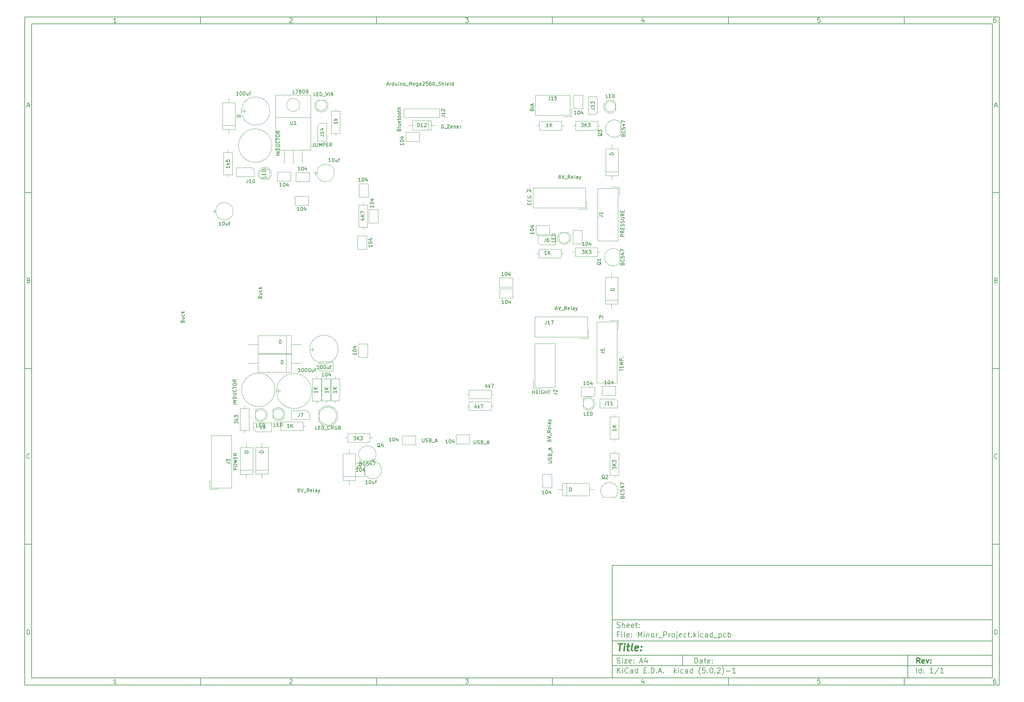
<source format=gbr>
G04 #@! TF.GenerationSoftware,KiCad,Pcbnew,(5.0.2)-1*
G04 #@! TF.CreationDate,2019-08-12T16:14:09+05:45*
G04 #@! TF.ProjectId,Minor_Project,4d696e6f-725f-4507-926f-6a6563742e6b,rev?*
G04 #@! TF.SameCoordinates,Original*
G04 #@! TF.FileFunction,Other,Fab,Top*
%FSLAX46Y46*%
G04 Gerber Fmt 4.6, Leading zero omitted, Abs format (unit mm)*
G04 Created by KiCad (PCBNEW (5.0.2)-1) date 8/12/2019 4:14:09 PM*
%MOMM*%
%LPD*%
G01*
G04 APERTURE LIST*
%ADD10C,0.100000*%
%ADD11C,0.150000*%
%ADD12C,0.300000*%
%ADD13C,0.400000*%
G04 APERTURE END LIST*
D10*
D11*
X177002200Y-166007200D02*
X177002200Y-198007200D01*
X285002200Y-198007200D01*
X285002200Y-166007200D01*
X177002200Y-166007200D01*
D10*
D11*
X10000000Y-10000000D02*
X10000000Y-200007200D01*
X287002200Y-200007200D01*
X287002200Y-10000000D01*
X10000000Y-10000000D01*
D10*
D11*
X12000000Y-12000000D02*
X12000000Y-198007200D01*
X285002200Y-198007200D01*
X285002200Y-12000000D01*
X12000000Y-12000000D01*
D10*
D11*
X60000000Y-12000000D02*
X60000000Y-10000000D01*
D10*
D11*
X110000000Y-12000000D02*
X110000000Y-10000000D01*
D10*
D11*
X160000000Y-12000000D02*
X160000000Y-10000000D01*
D10*
D11*
X210000000Y-12000000D02*
X210000000Y-10000000D01*
D10*
D11*
X260000000Y-12000000D02*
X260000000Y-10000000D01*
D10*
D11*
X36065476Y-11588095D02*
X35322619Y-11588095D01*
X35694047Y-11588095D02*
X35694047Y-10288095D01*
X35570238Y-10473809D01*
X35446428Y-10597619D01*
X35322619Y-10659523D01*
D10*
D11*
X85322619Y-10411904D02*
X85384523Y-10350000D01*
X85508333Y-10288095D01*
X85817857Y-10288095D01*
X85941666Y-10350000D01*
X86003571Y-10411904D01*
X86065476Y-10535714D01*
X86065476Y-10659523D01*
X86003571Y-10845238D01*
X85260714Y-11588095D01*
X86065476Y-11588095D01*
D10*
D11*
X135260714Y-10288095D02*
X136065476Y-10288095D01*
X135632142Y-10783333D01*
X135817857Y-10783333D01*
X135941666Y-10845238D01*
X136003571Y-10907142D01*
X136065476Y-11030952D01*
X136065476Y-11340476D01*
X136003571Y-11464285D01*
X135941666Y-11526190D01*
X135817857Y-11588095D01*
X135446428Y-11588095D01*
X135322619Y-11526190D01*
X135260714Y-11464285D01*
D10*
D11*
X185941666Y-10721428D02*
X185941666Y-11588095D01*
X185632142Y-10226190D02*
X185322619Y-11154761D01*
X186127380Y-11154761D01*
D10*
D11*
X236003571Y-10288095D02*
X235384523Y-10288095D01*
X235322619Y-10907142D01*
X235384523Y-10845238D01*
X235508333Y-10783333D01*
X235817857Y-10783333D01*
X235941666Y-10845238D01*
X236003571Y-10907142D01*
X236065476Y-11030952D01*
X236065476Y-11340476D01*
X236003571Y-11464285D01*
X235941666Y-11526190D01*
X235817857Y-11588095D01*
X235508333Y-11588095D01*
X235384523Y-11526190D01*
X235322619Y-11464285D01*
D10*
D11*
X285941666Y-10288095D02*
X285694047Y-10288095D01*
X285570238Y-10350000D01*
X285508333Y-10411904D01*
X285384523Y-10597619D01*
X285322619Y-10845238D01*
X285322619Y-11340476D01*
X285384523Y-11464285D01*
X285446428Y-11526190D01*
X285570238Y-11588095D01*
X285817857Y-11588095D01*
X285941666Y-11526190D01*
X286003571Y-11464285D01*
X286065476Y-11340476D01*
X286065476Y-11030952D01*
X286003571Y-10907142D01*
X285941666Y-10845238D01*
X285817857Y-10783333D01*
X285570238Y-10783333D01*
X285446428Y-10845238D01*
X285384523Y-10907142D01*
X285322619Y-11030952D01*
D10*
D11*
X60000000Y-198007200D02*
X60000000Y-200007200D01*
D10*
D11*
X110000000Y-198007200D02*
X110000000Y-200007200D01*
D10*
D11*
X160000000Y-198007200D02*
X160000000Y-200007200D01*
D10*
D11*
X210000000Y-198007200D02*
X210000000Y-200007200D01*
D10*
D11*
X260000000Y-198007200D02*
X260000000Y-200007200D01*
D10*
D11*
X36065476Y-199595295D02*
X35322619Y-199595295D01*
X35694047Y-199595295D02*
X35694047Y-198295295D01*
X35570238Y-198481009D01*
X35446428Y-198604819D01*
X35322619Y-198666723D01*
D10*
D11*
X85322619Y-198419104D02*
X85384523Y-198357200D01*
X85508333Y-198295295D01*
X85817857Y-198295295D01*
X85941666Y-198357200D01*
X86003571Y-198419104D01*
X86065476Y-198542914D01*
X86065476Y-198666723D01*
X86003571Y-198852438D01*
X85260714Y-199595295D01*
X86065476Y-199595295D01*
D10*
D11*
X135260714Y-198295295D02*
X136065476Y-198295295D01*
X135632142Y-198790533D01*
X135817857Y-198790533D01*
X135941666Y-198852438D01*
X136003571Y-198914342D01*
X136065476Y-199038152D01*
X136065476Y-199347676D01*
X136003571Y-199471485D01*
X135941666Y-199533390D01*
X135817857Y-199595295D01*
X135446428Y-199595295D01*
X135322619Y-199533390D01*
X135260714Y-199471485D01*
D10*
D11*
X185941666Y-198728628D02*
X185941666Y-199595295D01*
X185632142Y-198233390D02*
X185322619Y-199161961D01*
X186127380Y-199161961D01*
D10*
D11*
X236003571Y-198295295D02*
X235384523Y-198295295D01*
X235322619Y-198914342D01*
X235384523Y-198852438D01*
X235508333Y-198790533D01*
X235817857Y-198790533D01*
X235941666Y-198852438D01*
X236003571Y-198914342D01*
X236065476Y-199038152D01*
X236065476Y-199347676D01*
X236003571Y-199471485D01*
X235941666Y-199533390D01*
X235817857Y-199595295D01*
X235508333Y-199595295D01*
X235384523Y-199533390D01*
X235322619Y-199471485D01*
D10*
D11*
X285941666Y-198295295D02*
X285694047Y-198295295D01*
X285570238Y-198357200D01*
X285508333Y-198419104D01*
X285384523Y-198604819D01*
X285322619Y-198852438D01*
X285322619Y-199347676D01*
X285384523Y-199471485D01*
X285446428Y-199533390D01*
X285570238Y-199595295D01*
X285817857Y-199595295D01*
X285941666Y-199533390D01*
X286003571Y-199471485D01*
X286065476Y-199347676D01*
X286065476Y-199038152D01*
X286003571Y-198914342D01*
X285941666Y-198852438D01*
X285817857Y-198790533D01*
X285570238Y-198790533D01*
X285446428Y-198852438D01*
X285384523Y-198914342D01*
X285322619Y-199038152D01*
D10*
D11*
X10000000Y-60000000D02*
X12000000Y-60000000D01*
D10*
D11*
X10000000Y-110000000D02*
X12000000Y-110000000D01*
D10*
D11*
X10000000Y-160000000D02*
X12000000Y-160000000D01*
D10*
D11*
X10690476Y-35216666D02*
X11309523Y-35216666D01*
X10566666Y-35588095D02*
X11000000Y-34288095D01*
X11433333Y-35588095D01*
D10*
D11*
X11092857Y-84907142D02*
X11278571Y-84969047D01*
X11340476Y-85030952D01*
X11402380Y-85154761D01*
X11402380Y-85340476D01*
X11340476Y-85464285D01*
X11278571Y-85526190D01*
X11154761Y-85588095D01*
X10659523Y-85588095D01*
X10659523Y-84288095D01*
X11092857Y-84288095D01*
X11216666Y-84350000D01*
X11278571Y-84411904D01*
X11340476Y-84535714D01*
X11340476Y-84659523D01*
X11278571Y-84783333D01*
X11216666Y-84845238D01*
X11092857Y-84907142D01*
X10659523Y-84907142D01*
D10*
D11*
X11402380Y-135464285D02*
X11340476Y-135526190D01*
X11154761Y-135588095D01*
X11030952Y-135588095D01*
X10845238Y-135526190D01*
X10721428Y-135402380D01*
X10659523Y-135278571D01*
X10597619Y-135030952D01*
X10597619Y-134845238D01*
X10659523Y-134597619D01*
X10721428Y-134473809D01*
X10845238Y-134350000D01*
X11030952Y-134288095D01*
X11154761Y-134288095D01*
X11340476Y-134350000D01*
X11402380Y-134411904D01*
D10*
D11*
X10659523Y-185588095D02*
X10659523Y-184288095D01*
X10969047Y-184288095D01*
X11154761Y-184350000D01*
X11278571Y-184473809D01*
X11340476Y-184597619D01*
X11402380Y-184845238D01*
X11402380Y-185030952D01*
X11340476Y-185278571D01*
X11278571Y-185402380D01*
X11154761Y-185526190D01*
X10969047Y-185588095D01*
X10659523Y-185588095D01*
D10*
D11*
X287002200Y-60000000D02*
X285002200Y-60000000D01*
D10*
D11*
X287002200Y-110000000D02*
X285002200Y-110000000D01*
D10*
D11*
X287002200Y-160000000D02*
X285002200Y-160000000D01*
D10*
D11*
X285692676Y-35216666D02*
X286311723Y-35216666D01*
X285568866Y-35588095D02*
X286002200Y-34288095D01*
X286435533Y-35588095D01*
D10*
D11*
X286095057Y-84907142D02*
X286280771Y-84969047D01*
X286342676Y-85030952D01*
X286404580Y-85154761D01*
X286404580Y-85340476D01*
X286342676Y-85464285D01*
X286280771Y-85526190D01*
X286156961Y-85588095D01*
X285661723Y-85588095D01*
X285661723Y-84288095D01*
X286095057Y-84288095D01*
X286218866Y-84350000D01*
X286280771Y-84411904D01*
X286342676Y-84535714D01*
X286342676Y-84659523D01*
X286280771Y-84783333D01*
X286218866Y-84845238D01*
X286095057Y-84907142D01*
X285661723Y-84907142D01*
D10*
D11*
X286404580Y-135464285D02*
X286342676Y-135526190D01*
X286156961Y-135588095D01*
X286033152Y-135588095D01*
X285847438Y-135526190D01*
X285723628Y-135402380D01*
X285661723Y-135278571D01*
X285599819Y-135030952D01*
X285599819Y-134845238D01*
X285661723Y-134597619D01*
X285723628Y-134473809D01*
X285847438Y-134350000D01*
X286033152Y-134288095D01*
X286156961Y-134288095D01*
X286342676Y-134350000D01*
X286404580Y-134411904D01*
D10*
D11*
X285661723Y-185588095D02*
X285661723Y-184288095D01*
X285971247Y-184288095D01*
X286156961Y-184350000D01*
X286280771Y-184473809D01*
X286342676Y-184597619D01*
X286404580Y-184845238D01*
X286404580Y-185030952D01*
X286342676Y-185278571D01*
X286280771Y-185402380D01*
X286156961Y-185526190D01*
X285971247Y-185588095D01*
X285661723Y-185588095D01*
D10*
D11*
X200434342Y-193785771D02*
X200434342Y-192285771D01*
X200791485Y-192285771D01*
X201005771Y-192357200D01*
X201148628Y-192500057D01*
X201220057Y-192642914D01*
X201291485Y-192928628D01*
X201291485Y-193142914D01*
X201220057Y-193428628D01*
X201148628Y-193571485D01*
X201005771Y-193714342D01*
X200791485Y-193785771D01*
X200434342Y-193785771D01*
X202577200Y-193785771D02*
X202577200Y-193000057D01*
X202505771Y-192857200D01*
X202362914Y-192785771D01*
X202077200Y-192785771D01*
X201934342Y-192857200D01*
X202577200Y-193714342D02*
X202434342Y-193785771D01*
X202077200Y-193785771D01*
X201934342Y-193714342D01*
X201862914Y-193571485D01*
X201862914Y-193428628D01*
X201934342Y-193285771D01*
X202077200Y-193214342D01*
X202434342Y-193214342D01*
X202577200Y-193142914D01*
X203077200Y-192785771D02*
X203648628Y-192785771D01*
X203291485Y-192285771D02*
X203291485Y-193571485D01*
X203362914Y-193714342D01*
X203505771Y-193785771D01*
X203648628Y-193785771D01*
X204720057Y-193714342D02*
X204577200Y-193785771D01*
X204291485Y-193785771D01*
X204148628Y-193714342D01*
X204077200Y-193571485D01*
X204077200Y-193000057D01*
X204148628Y-192857200D01*
X204291485Y-192785771D01*
X204577200Y-192785771D01*
X204720057Y-192857200D01*
X204791485Y-193000057D01*
X204791485Y-193142914D01*
X204077200Y-193285771D01*
X205434342Y-193642914D02*
X205505771Y-193714342D01*
X205434342Y-193785771D01*
X205362914Y-193714342D01*
X205434342Y-193642914D01*
X205434342Y-193785771D01*
X205434342Y-192857200D02*
X205505771Y-192928628D01*
X205434342Y-193000057D01*
X205362914Y-192928628D01*
X205434342Y-192857200D01*
X205434342Y-193000057D01*
D10*
D11*
X177002200Y-194507200D02*
X285002200Y-194507200D01*
D10*
D11*
X178434342Y-196585771D02*
X178434342Y-195085771D01*
X179291485Y-196585771D02*
X178648628Y-195728628D01*
X179291485Y-195085771D02*
X178434342Y-195942914D01*
X179934342Y-196585771D02*
X179934342Y-195585771D01*
X179934342Y-195085771D02*
X179862914Y-195157200D01*
X179934342Y-195228628D01*
X180005771Y-195157200D01*
X179934342Y-195085771D01*
X179934342Y-195228628D01*
X181505771Y-196442914D02*
X181434342Y-196514342D01*
X181220057Y-196585771D01*
X181077200Y-196585771D01*
X180862914Y-196514342D01*
X180720057Y-196371485D01*
X180648628Y-196228628D01*
X180577200Y-195942914D01*
X180577200Y-195728628D01*
X180648628Y-195442914D01*
X180720057Y-195300057D01*
X180862914Y-195157200D01*
X181077200Y-195085771D01*
X181220057Y-195085771D01*
X181434342Y-195157200D01*
X181505771Y-195228628D01*
X182791485Y-196585771D02*
X182791485Y-195800057D01*
X182720057Y-195657200D01*
X182577200Y-195585771D01*
X182291485Y-195585771D01*
X182148628Y-195657200D01*
X182791485Y-196514342D02*
X182648628Y-196585771D01*
X182291485Y-196585771D01*
X182148628Y-196514342D01*
X182077200Y-196371485D01*
X182077200Y-196228628D01*
X182148628Y-196085771D01*
X182291485Y-196014342D01*
X182648628Y-196014342D01*
X182791485Y-195942914D01*
X184148628Y-196585771D02*
X184148628Y-195085771D01*
X184148628Y-196514342D02*
X184005771Y-196585771D01*
X183720057Y-196585771D01*
X183577200Y-196514342D01*
X183505771Y-196442914D01*
X183434342Y-196300057D01*
X183434342Y-195871485D01*
X183505771Y-195728628D01*
X183577200Y-195657200D01*
X183720057Y-195585771D01*
X184005771Y-195585771D01*
X184148628Y-195657200D01*
X186005771Y-195800057D02*
X186505771Y-195800057D01*
X186720057Y-196585771D02*
X186005771Y-196585771D01*
X186005771Y-195085771D01*
X186720057Y-195085771D01*
X187362914Y-196442914D02*
X187434342Y-196514342D01*
X187362914Y-196585771D01*
X187291485Y-196514342D01*
X187362914Y-196442914D01*
X187362914Y-196585771D01*
X188077200Y-196585771D02*
X188077200Y-195085771D01*
X188434342Y-195085771D01*
X188648628Y-195157200D01*
X188791485Y-195300057D01*
X188862914Y-195442914D01*
X188934342Y-195728628D01*
X188934342Y-195942914D01*
X188862914Y-196228628D01*
X188791485Y-196371485D01*
X188648628Y-196514342D01*
X188434342Y-196585771D01*
X188077200Y-196585771D01*
X189577200Y-196442914D02*
X189648628Y-196514342D01*
X189577200Y-196585771D01*
X189505771Y-196514342D01*
X189577200Y-196442914D01*
X189577200Y-196585771D01*
X190220057Y-196157200D02*
X190934342Y-196157200D01*
X190077200Y-196585771D02*
X190577200Y-195085771D01*
X191077200Y-196585771D01*
X191577200Y-196442914D02*
X191648628Y-196514342D01*
X191577200Y-196585771D01*
X191505771Y-196514342D01*
X191577200Y-196442914D01*
X191577200Y-196585771D01*
X194577200Y-196585771D02*
X194577200Y-195085771D01*
X194720057Y-196014342D02*
X195148628Y-196585771D01*
X195148628Y-195585771D02*
X194577200Y-196157200D01*
X195791485Y-196585771D02*
X195791485Y-195585771D01*
X195791485Y-195085771D02*
X195720057Y-195157200D01*
X195791485Y-195228628D01*
X195862914Y-195157200D01*
X195791485Y-195085771D01*
X195791485Y-195228628D01*
X197148628Y-196514342D02*
X197005771Y-196585771D01*
X196720057Y-196585771D01*
X196577200Y-196514342D01*
X196505771Y-196442914D01*
X196434342Y-196300057D01*
X196434342Y-195871485D01*
X196505771Y-195728628D01*
X196577200Y-195657200D01*
X196720057Y-195585771D01*
X197005771Y-195585771D01*
X197148628Y-195657200D01*
X198434342Y-196585771D02*
X198434342Y-195800057D01*
X198362914Y-195657200D01*
X198220057Y-195585771D01*
X197934342Y-195585771D01*
X197791485Y-195657200D01*
X198434342Y-196514342D02*
X198291485Y-196585771D01*
X197934342Y-196585771D01*
X197791485Y-196514342D01*
X197720057Y-196371485D01*
X197720057Y-196228628D01*
X197791485Y-196085771D01*
X197934342Y-196014342D01*
X198291485Y-196014342D01*
X198434342Y-195942914D01*
X199791485Y-196585771D02*
X199791485Y-195085771D01*
X199791485Y-196514342D02*
X199648628Y-196585771D01*
X199362914Y-196585771D01*
X199220057Y-196514342D01*
X199148628Y-196442914D01*
X199077200Y-196300057D01*
X199077200Y-195871485D01*
X199148628Y-195728628D01*
X199220057Y-195657200D01*
X199362914Y-195585771D01*
X199648628Y-195585771D01*
X199791485Y-195657200D01*
X202077200Y-197157200D02*
X202005771Y-197085771D01*
X201862914Y-196871485D01*
X201791485Y-196728628D01*
X201720057Y-196514342D01*
X201648628Y-196157200D01*
X201648628Y-195871485D01*
X201720057Y-195514342D01*
X201791485Y-195300057D01*
X201862914Y-195157200D01*
X202005771Y-194942914D01*
X202077200Y-194871485D01*
X203362914Y-195085771D02*
X202648628Y-195085771D01*
X202577200Y-195800057D01*
X202648628Y-195728628D01*
X202791485Y-195657200D01*
X203148628Y-195657200D01*
X203291485Y-195728628D01*
X203362914Y-195800057D01*
X203434342Y-195942914D01*
X203434342Y-196300057D01*
X203362914Y-196442914D01*
X203291485Y-196514342D01*
X203148628Y-196585771D01*
X202791485Y-196585771D01*
X202648628Y-196514342D01*
X202577200Y-196442914D01*
X204077200Y-196442914D02*
X204148628Y-196514342D01*
X204077200Y-196585771D01*
X204005771Y-196514342D01*
X204077200Y-196442914D01*
X204077200Y-196585771D01*
X205077200Y-195085771D02*
X205220057Y-195085771D01*
X205362914Y-195157200D01*
X205434342Y-195228628D01*
X205505771Y-195371485D01*
X205577200Y-195657200D01*
X205577200Y-196014342D01*
X205505771Y-196300057D01*
X205434342Y-196442914D01*
X205362914Y-196514342D01*
X205220057Y-196585771D01*
X205077200Y-196585771D01*
X204934342Y-196514342D01*
X204862914Y-196442914D01*
X204791485Y-196300057D01*
X204720057Y-196014342D01*
X204720057Y-195657200D01*
X204791485Y-195371485D01*
X204862914Y-195228628D01*
X204934342Y-195157200D01*
X205077200Y-195085771D01*
X206220057Y-196442914D02*
X206291485Y-196514342D01*
X206220057Y-196585771D01*
X206148628Y-196514342D01*
X206220057Y-196442914D01*
X206220057Y-196585771D01*
X206862914Y-195228628D02*
X206934342Y-195157200D01*
X207077200Y-195085771D01*
X207434342Y-195085771D01*
X207577200Y-195157200D01*
X207648628Y-195228628D01*
X207720057Y-195371485D01*
X207720057Y-195514342D01*
X207648628Y-195728628D01*
X206791485Y-196585771D01*
X207720057Y-196585771D01*
X208220057Y-197157200D02*
X208291485Y-197085771D01*
X208434342Y-196871485D01*
X208505771Y-196728628D01*
X208577200Y-196514342D01*
X208648628Y-196157200D01*
X208648628Y-195871485D01*
X208577200Y-195514342D01*
X208505771Y-195300057D01*
X208434342Y-195157200D01*
X208291485Y-194942914D01*
X208220057Y-194871485D01*
X209362914Y-196014342D02*
X210505771Y-196014342D01*
X212005771Y-196585771D02*
X211148628Y-196585771D01*
X211577200Y-196585771D02*
X211577200Y-195085771D01*
X211434342Y-195300057D01*
X211291485Y-195442914D01*
X211148628Y-195514342D01*
D10*
D11*
X177002200Y-191507200D02*
X285002200Y-191507200D01*
D10*
D12*
X264411485Y-193785771D02*
X263911485Y-193071485D01*
X263554342Y-193785771D02*
X263554342Y-192285771D01*
X264125771Y-192285771D01*
X264268628Y-192357200D01*
X264340057Y-192428628D01*
X264411485Y-192571485D01*
X264411485Y-192785771D01*
X264340057Y-192928628D01*
X264268628Y-193000057D01*
X264125771Y-193071485D01*
X263554342Y-193071485D01*
X265625771Y-193714342D02*
X265482914Y-193785771D01*
X265197200Y-193785771D01*
X265054342Y-193714342D01*
X264982914Y-193571485D01*
X264982914Y-193000057D01*
X265054342Y-192857200D01*
X265197200Y-192785771D01*
X265482914Y-192785771D01*
X265625771Y-192857200D01*
X265697200Y-193000057D01*
X265697200Y-193142914D01*
X264982914Y-193285771D01*
X266197200Y-192785771D02*
X266554342Y-193785771D01*
X266911485Y-192785771D01*
X267482914Y-193642914D02*
X267554342Y-193714342D01*
X267482914Y-193785771D01*
X267411485Y-193714342D01*
X267482914Y-193642914D01*
X267482914Y-193785771D01*
X267482914Y-192857200D02*
X267554342Y-192928628D01*
X267482914Y-193000057D01*
X267411485Y-192928628D01*
X267482914Y-192857200D01*
X267482914Y-193000057D01*
D10*
D11*
X178362914Y-193714342D02*
X178577200Y-193785771D01*
X178934342Y-193785771D01*
X179077200Y-193714342D01*
X179148628Y-193642914D01*
X179220057Y-193500057D01*
X179220057Y-193357200D01*
X179148628Y-193214342D01*
X179077200Y-193142914D01*
X178934342Y-193071485D01*
X178648628Y-193000057D01*
X178505771Y-192928628D01*
X178434342Y-192857200D01*
X178362914Y-192714342D01*
X178362914Y-192571485D01*
X178434342Y-192428628D01*
X178505771Y-192357200D01*
X178648628Y-192285771D01*
X179005771Y-192285771D01*
X179220057Y-192357200D01*
X179862914Y-193785771D02*
X179862914Y-192785771D01*
X179862914Y-192285771D02*
X179791485Y-192357200D01*
X179862914Y-192428628D01*
X179934342Y-192357200D01*
X179862914Y-192285771D01*
X179862914Y-192428628D01*
X180434342Y-192785771D02*
X181220057Y-192785771D01*
X180434342Y-193785771D01*
X181220057Y-193785771D01*
X182362914Y-193714342D02*
X182220057Y-193785771D01*
X181934342Y-193785771D01*
X181791485Y-193714342D01*
X181720057Y-193571485D01*
X181720057Y-193000057D01*
X181791485Y-192857200D01*
X181934342Y-192785771D01*
X182220057Y-192785771D01*
X182362914Y-192857200D01*
X182434342Y-193000057D01*
X182434342Y-193142914D01*
X181720057Y-193285771D01*
X183077200Y-193642914D02*
X183148628Y-193714342D01*
X183077200Y-193785771D01*
X183005771Y-193714342D01*
X183077200Y-193642914D01*
X183077200Y-193785771D01*
X183077200Y-192857200D02*
X183148628Y-192928628D01*
X183077200Y-193000057D01*
X183005771Y-192928628D01*
X183077200Y-192857200D01*
X183077200Y-193000057D01*
X184862914Y-193357200D02*
X185577200Y-193357200D01*
X184720057Y-193785771D02*
X185220057Y-192285771D01*
X185720057Y-193785771D01*
X186862914Y-192785771D02*
X186862914Y-193785771D01*
X186505771Y-192214342D02*
X186148628Y-193285771D01*
X187077200Y-193285771D01*
D10*
D11*
X263434342Y-196585771D02*
X263434342Y-195085771D01*
X264791485Y-196585771D02*
X264791485Y-195085771D01*
X264791485Y-196514342D02*
X264648628Y-196585771D01*
X264362914Y-196585771D01*
X264220057Y-196514342D01*
X264148628Y-196442914D01*
X264077200Y-196300057D01*
X264077200Y-195871485D01*
X264148628Y-195728628D01*
X264220057Y-195657200D01*
X264362914Y-195585771D01*
X264648628Y-195585771D01*
X264791485Y-195657200D01*
X265505771Y-196442914D02*
X265577200Y-196514342D01*
X265505771Y-196585771D01*
X265434342Y-196514342D01*
X265505771Y-196442914D01*
X265505771Y-196585771D01*
X265505771Y-195657200D02*
X265577200Y-195728628D01*
X265505771Y-195800057D01*
X265434342Y-195728628D01*
X265505771Y-195657200D01*
X265505771Y-195800057D01*
X268148628Y-196585771D02*
X267291485Y-196585771D01*
X267720057Y-196585771D02*
X267720057Y-195085771D01*
X267577200Y-195300057D01*
X267434342Y-195442914D01*
X267291485Y-195514342D01*
X269862914Y-195014342D02*
X268577200Y-196942914D01*
X271148628Y-196585771D02*
X270291485Y-196585771D01*
X270720057Y-196585771D02*
X270720057Y-195085771D01*
X270577200Y-195300057D01*
X270434342Y-195442914D01*
X270291485Y-195514342D01*
D10*
D11*
X177002200Y-187507200D02*
X285002200Y-187507200D01*
D10*
D13*
X178714580Y-188211961D02*
X179857438Y-188211961D01*
X179036009Y-190211961D02*
X179286009Y-188211961D01*
X180274104Y-190211961D02*
X180440771Y-188878628D01*
X180524104Y-188211961D02*
X180416961Y-188307200D01*
X180500295Y-188402438D01*
X180607438Y-188307200D01*
X180524104Y-188211961D01*
X180500295Y-188402438D01*
X181107438Y-188878628D02*
X181869342Y-188878628D01*
X181476485Y-188211961D02*
X181262200Y-189926247D01*
X181333628Y-190116723D01*
X181512200Y-190211961D01*
X181702676Y-190211961D01*
X182655057Y-190211961D02*
X182476485Y-190116723D01*
X182405057Y-189926247D01*
X182619342Y-188211961D01*
X184190771Y-190116723D02*
X183988390Y-190211961D01*
X183607438Y-190211961D01*
X183428866Y-190116723D01*
X183357438Y-189926247D01*
X183452676Y-189164342D01*
X183571723Y-188973866D01*
X183774104Y-188878628D01*
X184155057Y-188878628D01*
X184333628Y-188973866D01*
X184405057Y-189164342D01*
X184381247Y-189354819D01*
X183405057Y-189545295D01*
X185155057Y-190021485D02*
X185238390Y-190116723D01*
X185131247Y-190211961D01*
X185047914Y-190116723D01*
X185155057Y-190021485D01*
X185131247Y-190211961D01*
X185286009Y-188973866D02*
X185369342Y-189069104D01*
X185262200Y-189164342D01*
X185178866Y-189069104D01*
X185286009Y-188973866D01*
X185262200Y-189164342D01*
D10*
D11*
X178934342Y-185600057D02*
X178434342Y-185600057D01*
X178434342Y-186385771D02*
X178434342Y-184885771D01*
X179148628Y-184885771D01*
X179720057Y-186385771D02*
X179720057Y-185385771D01*
X179720057Y-184885771D02*
X179648628Y-184957200D01*
X179720057Y-185028628D01*
X179791485Y-184957200D01*
X179720057Y-184885771D01*
X179720057Y-185028628D01*
X180648628Y-186385771D02*
X180505771Y-186314342D01*
X180434342Y-186171485D01*
X180434342Y-184885771D01*
X181791485Y-186314342D02*
X181648628Y-186385771D01*
X181362914Y-186385771D01*
X181220057Y-186314342D01*
X181148628Y-186171485D01*
X181148628Y-185600057D01*
X181220057Y-185457200D01*
X181362914Y-185385771D01*
X181648628Y-185385771D01*
X181791485Y-185457200D01*
X181862914Y-185600057D01*
X181862914Y-185742914D01*
X181148628Y-185885771D01*
X182505771Y-186242914D02*
X182577200Y-186314342D01*
X182505771Y-186385771D01*
X182434342Y-186314342D01*
X182505771Y-186242914D01*
X182505771Y-186385771D01*
X182505771Y-185457200D02*
X182577200Y-185528628D01*
X182505771Y-185600057D01*
X182434342Y-185528628D01*
X182505771Y-185457200D01*
X182505771Y-185600057D01*
X184362914Y-186385771D02*
X184362914Y-184885771D01*
X184862914Y-185957200D01*
X185362914Y-184885771D01*
X185362914Y-186385771D01*
X186077200Y-186385771D02*
X186077200Y-185385771D01*
X186077200Y-184885771D02*
X186005771Y-184957200D01*
X186077200Y-185028628D01*
X186148628Y-184957200D01*
X186077200Y-184885771D01*
X186077200Y-185028628D01*
X186791485Y-185385771D02*
X186791485Y-186385771D01*
X186791485Y-185528628D02*
X186862914Y-185457200D01*
X187005771Y-185385771D01*
X187220057Y-185385771D01*
X187362914Y-185457200D01*
X187434342Y-185600057D01*
X187434342Y-186385771D01*
X188362914Y-186385771D02*
X188220057Y-186314342D01*
X188148628Y-186242914D01*
X188077200Y-186100057D01*
X188077200Y-185671485D01*
X188148628Y-185528628D01*
X188220057Y-185457200D01*
X188362914Y-185385771D01*
X188577200Y-185385771D01*
X188720057Y-185457200D01*
X188791485Y-185528628D01*
X188862914Y-185671485D01*
X188862914Y-186100057D01*
X188791485Y-186242914D01*
X188720057Y-186314342D01*
X188577200Y-186385771D01*
X188362914Y-186385771D01*
X189505771Y-186385771D02*
X189505771Y-185385771D01*
X189505771Y-185671485D02*
X189577200Y-185528628D01*
X189648628Y-185457200D01*
X189791485Y-185385771D01*
X189934342Y-185385771D01*
X190077200Y-186528628D02*
X191220057Y-186528628D01*
X191577200Y-186385771D02*
X191577200Y-184885771D01*
X192148628Y-184885771D01*
X192291485Y-184957200D01*
X192362914Y-185028628D01*
X192434342Y-185171485D01*
X192434342Y-185385771D01*
X192362914Y-185528628D01*
X192291485Y-185600057D01*
X192148628Y-185671485D01*
X191577200Y-185671485D01*
X193077200Y-186385771D02*
X193077200Y-185385771D01*
X193077200Y-185671485D02*
X193148628Y-185528628D01*
X193220057Y-185457200D01*
X193362914Y-185385771D01*
X193505771Y-185385771D01*
X194220057Y-186385771D02*
X194077200Y-186314342D01*
X194005771Y-186242914D01*
X193934342Y-186100057D01*
X193934342Y-185671485D01*
X194005771Y-185528628D01*
X194077200Y-185457200D01*
X194220057Y-185385771D01*
X194434342Y-185385771D01*
X194577200Y-185457200D01*
X194648628Y-185528628D01*
X194720057Y-185671485D01*
X194720057Y-186100057D01*
X194648628Y-186242914D01*
X194577200Y-186314342D01*
X194434342Y-186385771D01*
X194220057Y-186385771D01*
X195362914Y-185385771D02*
X195362914Y-186671485D01*
X195291485Y-186814342D01*
X195148628Y-186885771D01*
X195077200Y-186885771D01*
X195362914Y-184885771D02*
X195291485Y-184957200D01*
X195362914Y-185028628D01*
X195434342Y-184957200D01*
X195362914Y-184885771D01*
X195362914Y-185028628D01*
X196648628Y-186314342D02*
X196505771Y-186385771D01*
X196220057Y-186385771D01*
X196077200Y-186314342D01*
X196005771Y-186171485D01*
X196005771Y-185600057D01*
X196077200Y-185457200D01*
X196220057Y-185385771D01*
X196505771Y-185385771D01*
X196648628Y-185457200D01*
X196720057Y-185600057D01*
X196720057Y-185742914D01*
X196005771Y-185885771D01*
X198005771Y-186314342D02*
X197862914Y-186385771D01*
X197577200Y-186385771D01*
X197434342Y-186314342D01*
X197362914Y-186242914D01*
X197291485Y-186100057D01*
X197291485Y-185671485D01*
X197362914Y-185528628D01*
X197434342Y-185457200D01*
X197577200Y-185385771D01*
X197862914Y-185385771D01*
X198005771Y-185457200D01*
X198434342Y-185385771D02*
X199005771Y-185385771D01*
X198648628Y-184885771D02*
X198648628Y-186171485D01*
X198720057Y-186314342D01*
X198862914Y-186385771D01*
X199005771Y-186385771D01*
X199505771Y-186242914D02*
X199577200Y-186314342D01*
X199505771Y-186385771D01*
X199434342Y-186314342D01*
X199505771Y-186242914D01*
X199505771Y-186385771D01*
X200220057Y-186385771D02*
X200220057Y-184885771D01*
X200362914Y-185814342D02*
X200791485Y-186385771D01*
X200791485Y-185385771D02*
X200220057Y-185957200D01*
X201434342Y-186385771D02*
X201434342Y-185385771D01*
X201434342Y-184885771D02*
X201362914Y-184957200D01*
X201434342Y-185028628D01*
X201505771Y-184957200D01*
X201434342Y-184885771D01*
X201434342Y-185028628D01*
X202791485Y-186314342D02*
X202648628Y-186385771D01*
X202362914Y-186385771D01*
X202220057Y-186314342D01*
X202148628Y-186242914D01*
X202077200Y-186100057D01*
X202077200Y-185671485D01*
X202148628Y-185528628D01*
X202220057Y-185457200D01*
X202362914Y-185385771D01*
X202648628Y-185385771D01*
X202791485Y-185457200D01*
X204077200Y-186385771D02*
X204077200Y-185600057D01*
X204005771Y-185457200D01*
X203862914Y-185385771D01*
X203577200Y-185385771D01*
X203434342Y-185457200D01*
X204077200Y-186314342D02*
X203934342Y-186385771D01*
X203577200Y-186385771D01*
X203434342Y-186314342D01*
X203362914Y-186171485D01*
X203362914Y-186028628D01*
X203434342Y-185885771D01*
X203577200Y-185814342D01*
X203934342Y-185814342D01*
X204077200Y-185742914D01*
X205434342Y-186385771D02*
X205434342Y-184885771D01*
X205434342Y-186314342D02*
X205291485Y-186385771D01*
X205005771Y-186385771D01*
X204862914Y-186314342D01*
X204791485Y-186242914D01*
X204720057Y-186100057D01*
X204720057Y-185671485D01*
X204791485Y-185528628D01*
X204862914Y-185457200D01*
X205005771Y-185385771D01*
X205291485Y-185385771D01*
X205434342Y-185457200D01*
X205791485Y-186528628D02*
X206934342Y-186528628D01*
X207291485Y-185385771D02*
X207291485Y-186885771D01*
X207291485Y-185457200D02*
X207434342Y-185385771D01*
X207720057Y-185385771D01*
X207862914Y-185457200D01*
X207934342Y-185528628D01*
X208005771Y-185671485D01*
X208005771Y-186100057D01*
X207934342Y-186242914D01*
X207862914Y-186314342D01*
X207720057Y-186385771D01*
X207434342Y-186385771D01*
X207291485Y-186314342D01*
X209291485Y-186314342D02*
X209148628Y-186385771D01*
X208862914Y-186385771D01*
X208720057Y-186314342D01*
X208648628Y-186242914D01*
X208577200Y-186100057D01*
X208577200Y-185671485D01*
X208648628Y-185528628D01*
X208720057Y-185457200D01*
X208862914Y-185385771D01*
X209148628Y-185385771D01*
X209291485Y-185457200D01*
X209934342Y-186385771D02*
X209934342Y-184885771D01*
X209934342Y-185457200D02*
X210077200Y-185385771D01*
X210362914Y-185385771D01*
X210505771Y-185457200D01*
X210577200Y-185528628D01*
X210648628Y-185671485D01*
X210648628Y-186100057D01*
X210577200Y-186242914D01*
X210505771Y-186314342D01*
X210362914Y-186385771D01*
X210077200Y-186385771D01*
X209934342Y-186314342D01*
D10*
D11*
X177002200Y-181507200D02*
X285002200Y-181507200D01*
D10*
D11*
X178362914Y-183614342D02*
X178577200Y-183685771D01*
X178934342Y-183685771D01*
X179077200Y-183614342D01*
X179148628Y-183542914D01*
X179220057Y-183400057D01*
X179220057Y-183257200D01*
X179148628Y-183114342D01*
X179077200Y-183042914D01*
X178934342Y-182971485D01*
X178648628Y-182900057D01*
X178505771Y-182828628D01*
X178434342Y-182757200D01*
X178362914Y-182614342D01*
X178362914Y-182471485D01*
X178434342Y-182328628D01*
X178505771Y-182257200D01*
X178648628Y-182185771D01*
X179005771Y-182185771D01*
X179220057Y-182257200D01*
X179862914Y-183685771D02*
X179862914Y-182185771D01*
X180505771Y-183685771D02*
X180505771Y-182900057D01*
X180434342Y-182757200D01*
X180291485Y-182685771D01*
X180077200Y-182685771D01*
X179934342Y-182757200D01*
X179862914Y-182828628D01*
X181791485Y-183614342D02*
X181648628Y-183685771D01*
X181362914Y-183685771D01*
X181220057Y-183614342D01*
X181148628Y-183471485D01*
X181148628Y-182900057D01*
X181220057Y-182757200D01*
X181362914Y-182685771D01*
X181648628Y-182685771D01*
X181791485Y-182757200D01*
X181862914Y-182900057D01*
X181862914Y-183042914D01*
X181148628Y-183185771D01*
X183077200Y-183614342D02*
X182934342Y-183685771D01*
X182648628Y-183685771D01*
X182505771Y-183614342D01*
X182434342Y-183471485D01*
X182434342Y-182900057D01*
X182505771Y-182757200D01*
X182648628Y-182685771D01*
X182934342Y-182685771D01*
X183077200Y-182757200D01*
X183148628Y-182900057D01*
X183148628Y-183042914D01*
X182434342Y-183185771D01*
X183577200Y-182685771D02*
X184148628Y-182685771D01*
X183791485Y-182185771D02*
X183791485Y-183471485D01*
X183862914Y-183614342D01*
X184005771Y-183685771D01*
X184148628Y-183685771D01*
X184648628Y-183542914D02*
X184720057Y-183614342D01*
X184648628Y-183685771D01*
X184577200Y-183614342D01*
X184648628Y-183542914D01*
X184648628Y-183685771D01*
X184648628Y-182757200D02*
X184720057Y-182828628D01*
X184648628Y-182900057D01*
X184577200Y-182828628D01*
X184648628Y-182757200D01*
X184648628Y-182900057D01*
D10*
D11*
X197002200Y-191507200D02*
X197002200Y-194507200D01*
D10*
D11*
X261002200Y-191507200D02*
X261002200Y-198007200D01*
D10*
G04 #@! TO.C,C24*
X109590000Y-136010000D02*
X108290000Y-136010000D01*
X108940000Y-135410000D02*
X108940000Y-136610000D01*
X111440000Y-138860000D02*
G75*
G03X111440000Y-138860000I-2500000J0D01*
G01*
G04 #@! TO.C,D5*
X93615000Y-122020306D02*
X93615000Y-124959694D01*
X98615000Y-123490000D02*
G75*
G03X98615000Y-123490000I-2500000J0D01*
G01*
X93614984Y-124959666D02*
G75*
G03X93615000Y-122020306I2500016J1469666D01*
G01*
G04 #@! TO.C,C34*
X107620000Y-57430000D02*
X105020000Y-57430000D01*
X105020000Y-57430000D02*
X105020000Y-61230000D01*
X105020000Y-61230000D02*
X107620000Y-61230000D01*
X107620000Y-61230000D02*
X107620000Y-57430000D01*
G04 #@! TO.C,D13*
X100410000Y-140680000D02*
X104010000Y-140680000D01*
X102210000Y-132940000D02*
X102210000Y-134220000D01*
X102210000Y-143100000D02*
X102210000Y-141820000D01*
X100410000Y-134220000D02*
X100410000Y-141820000D01*
X104010000Y-134220000D02*
X100410000Y-134220000D01*
X104010000Y-141820000D02*
X104010000Y-134220000D01*
X100410000Y-141820000D02*
X104010000Y-141820000D01*
G04 #@! TO.C,J3*
X63030000Y-143930000D02*
X68780000Y-143930000D01*
X68780000Y-143930000D02*
X68780000Y-129030000D01*
X68780000Y-129030000D02*
X63030000Y-129030000D01*
X63030000Y-129030000D02*
X63030000Y-143930000D01*
X62630000Y-141830000D02*
X62630000Y-144330000D01*
X62630000Y-144330000D02*
X65130000Y-144330000D01*
G04 #@! TO.C,C1*
X82120000Y-115630000D02*
X82120000Y-117130000D01*
X81370000Y-116380000D02*
X82870000Y-116380000D01*
X91570000Y-116380000D02*
G75*
G03X91570000Y-116380000I-5000000J0D01*
G01*
G04 #@! TO.C,C2*
X86830000Y-60960000D02*
X86830000Y-63560000D01*
X86830000Y-63560000D02*
X90630000Y-63560000D01*
X90630000Y-63560000D02*
X90630000Y-60960000D01*
X90630000Y-60960000D02*
X86830000Y-60960000D01*
G04 #@! TO.C,C3*
X91720000Y-103900000D02*
X91720000Y-105200000D01*
X91120000Y-104550000D02*
X92320000Y-104550000D01*
X99070000Y-104550000D02*
G75*
G03X99070000Y-104550000I-4000000J0D01*
G01*
G04 #@! TO.C,C4*
X165832000Y-70764000D02*
X165832000Y-74564000D01*
X168432000Y-70764000D02*
X165832000Y-70764000D01*
X168432000Y-74564000D02*
X168432000Y-70764000D01*
X165832000Y-74564000D02*
X168432000Y-74564000D01*
G04 #@! TO.C,C6*
X104618000Y-72288000D02*
X104618000Y-76088000D01*
X107218000Y-72288000D02*
X104618000Y-72288000D01*
X107218000Y-76088000D02*
X107218000Y-72288000D01*
X104618000Y-76088000D02*
X107218000Y-76088000D01*
G04 #@! TO.C,C8*
X159130000Y-69290000D02*
X155330000Y-69290000D01*
X159130000Y-71890000D02*
X159130000Y-69290000D01*
X155330000Y-71890000D02*
X159130000Y-71890000D01*
X155330000Y-69290000D02*
X155330000Y-71890000D01*
G04 #@! TO.C,C9*
X159796000Y-140066000D02*
X157196000Y-140066000D01*
X157196000Y-140066000D02*
X157196000Y-143866000D01*
X157196000Y-143866000D02*
X159796000Y-143866000D01*
X159796000Y-143866000D02*
X159796000Y-140066000D01*
G04 #@! TO.C,C13*
X136400000Y-131400000D02*
X136400000Y-128800000D01*
X136400000Y-128800000D02*
X132600000Y-128800000D01*
X132600000Y-128800000D02*
X132600000Y-131400000D01*
X132600000Y-131400000D02*
X136400000Y-131400000D01*
G04 #@! TO.C,C14*
X168170000Y-117900000D02*
X171970000Y-117900000D01*
X168170000Y-115300000D02*
X168170000Y-117900000D01*
X171970000Y-115300000D02*
X168170000Y-115300000D01*
X171970000Y-117900000D02*
X171970000Y-115300000D01*
G04 #@! TO.C,C15*
X177942000Y-117632000D02*
X177942000Y-115032000D01*
X177942000Y-115032000D02*
X174142000Y-115032000D01*
X174142000Y-115032000D02*
X174142000Y-117632000D01*
X174142000Y-117632000D02*
X177942000Y-117632000D01*
G04 #@! TO.C,C16*
X168580000Y-32200000D02*
X165980000Y-32200000D01*
X165980000Y-32200000D02*
X165980000Y-36000000D01*
X165980000Y-36000000D02*
X168580000Y-36000000D01*
X168580000Y-36000000D02*
X168580000Y-32200000D01*
G04 #@! TO.C,C21*
X106640000Y-136840000D02*
X104040000Y-136840000D01*
X104040000Y-136840000D02*
X104040000Y-140640000D01*
X104040000Y-140640000D02*
X106640000Y-140640000D01*
X106640000Y-140640000D02*
X106640000Y-136840000D01*
G04 #@! TO.C,C22*
X93840000Y-108080000D02*
X93840000Y-110680000D01*
X93840000Y-110680000D02*
X97640000Y-110680000D01*
X97640000Y-110680000D02*
X97640000Y-108080000D01*
X97640000Y-108080000D02*
X93840000Y-108080000D01*
G04 #@! TO.C,C23*
X110440000Y-64800000D02*
X107840000Y-64800000D01*
X107840000Y-64800000D02*
X107840000Y-68600000D01*
X107840000Y-68600000D02*
X110440000Y-68600000D01*
X110440000Y-68600000D02*
X110440000Y-64800000D01*
G04 #@! TO.C,C25*
X107472000Y-106782000D02*
X107472000Y-102982000D01*
X104872000Y-106782000D02*
X107472000Y-106782000D01*
X104872000Y-102982000D02*
X104872000Y-106782000D01*
X107472000Y-102982000D02*
X104872000Y-102982000D01*
G04 #@! TO.C,C27*
X81825000Y-54100000D02*
X81825000Y-56700000D01*
X81825000Y-56700000D02*
X85625000Y-56700000D01*
X85625000Y-56700000D02*
X85625000Y-54100000D01*
X85625000Y-54100000D02*
X81825000Y-54100000D01*
G04 #@! TO.C,C28*
X63932000Y-64628000D02*
X63932000Y-65928000D01*
X63332000Y-65278000D02*
X64532000Y-65278000D01*
X69282000Y-65278000D02*
G75*
G03X69282000Y-65278000I-2500000J0D01*
G01*
G04 #@! TO.C,C29*
X122100000Y-45380000D02*
X122100000Y-42780000D01*
X122100000Y-42780000D02*
X118300000Y-42780000D01*
X118300000Y-42780000D02*
X118300000Y-45380000D01*
X118300000Y-45380000D02*
X122100000Y-45380000D01*
G04 #@! TO.C,C30*
X148710000Y-86790000D02*
X148710000Y-84190000D01*
X148710000Y-84190000D02*
X144910000Y-84190000D01*
X144910000Y-84190000D02*
X144910000Y-86790000D01*
X144910000Y-86790000D02*
X148710000Y-86790000D01*
G04 #@! TO.C,C31*
X148740000Y-89960000D02*
X148740000Y-87360000D01*
X148740000Y-87360000D02*
X144940000Y-87360000D01*
X144940000Y-87360000D02*
X144940000Y-89960000D01*
X144940000Y-89960000D02*
X148740000Y-89960000D01*
G04 #@! TO.C,C32*
X87050000Y-56825000D02*
X90850000Y-56825000D01*
X87050000Y-54225000D02*
X87050000Y-56825000D01*
X90850000Y-54225000D02*
X87050000Y-54225000D01*
X90850000Y-56825000D02*
X90850000Y-54225000D01*
G04 #@! TO.C,C33*
X121110000Y-129110000D02*
X117310000Y-129110000D01*
X121110000Y-131710000D02*
X121110000Y-129110000D01*
X117310000Y-131710000D02*
X121110000Y-131710000D01*
X117310000Y-129110000D02*
X117310000Y-131710000D01*
G04 #@! TO.C,D1*
X95491190Y-33645000D02*
X93158810Y-33645000D01*
X95825000Y-35145000D02*
G75*
G03X95825000Y-35145000I-1500000J0D01*
G01*
X93159524Y-33644445D02*
G75*
G03X95491190Y-33645000I1165476J-1500555D01*
G01*
G04 #@! TO.C,D2*
X75550000Y-122063810D02*
X75550000Y-124396190D01*
X78550000Y-123230000D02*
G75*
G03X78550000Y-123230000I-1500000J0D01*
G01*
X75549445Y-124395476D02*
G75*
G03X75550000Y-122063810I1500555J1165476D01*
G01*
G04 #@! TO.C,D3*
X79415476Y-56105555D02*
G75*
G03X77083810Y-56105000I-1165476J1500555D01*
G01*
X79750000Y-54605000D02*
G75*
G03X79750000Y-54605000I-1500000J0D01*
G01*
X77083810Y-56105000D02*
X79416190Y-56105000D01*
G04 #@! TO.C,D4*
X66200000Y-41995000D02*
X69800000Y-41995000D01*
X69800000Y-41995000D02*
X69800000Y-34395000D01*
X69800000Y-34395000D02*
X66200000Y-34395000D01*
X66200000Y-34395000D02*
X66200000Y-41995000D01*
X68000000Y-43275000D02*
X68000000Y-41995000D01*
X68000000Y-33115000D02*
X68000000Y-34395000D01*
X66200000Y-40855000D02*
X69800000Y-40855000D01*
G04 #@! TO.C,D6*
X174966000Y-91648000D02*
X178566000Y-91648000D01*
X178566000Y-91648000D02*
X178566000Y-84048000D01*
X178566000Y-84048000D02*
X174966000Y-84048000D01*
X174966000Y-84048000D02*
X174966000Y-91648000D01*
X176766000Y-92928000D02*
X176766000Y-91648000D01*
X176766000Y-82768000D02*
X176766000Y-84048000D01*
X174966000Y-90508000D02*
X178566000Y-90508000D01*
G04 #@! TO.C,D7*
X162870000Y-142570000D02*
X162870000Y-146170000D01*
X162870000Y-146170000D02*
X170470000Y-146170000D01*
X170470000Y-146170000D02*
X170470000Y-142570000D01*
X170470000Y-142570000D02*
X162870000Y-142570000D01*
X161590000Y-144370000D02*
X162870000Y-144370000D01*
X171750000Y-144370000D02*
X170470000Y-144370000D01*
X164010000Y-142570000D02*
X164010000Y-146170000D01*
G04 #@! TO.C,D8*
X175100000Y-54020000D02*
X178700000Y-54020000D01*
X176900000Y-46280000D02*
X176900000Y-47560000D01*
X176900000Y-56440000D02*
X176900000Y-55160000D01*
X175100000Y-47560000D02*
X175100000Y-55160000D01*
X178700000Y-47560000D02*
X175100000Y-47560000D01*
X178700000Y-55160000D02*
X178700000Y-47560000D01*
X175100000Y-55160000D02*
X178700000Y-55160000D01*
G04 #@! TO.C,D9*
X164476190Y-71330000D02*
X162143810Y-71330000D01*
X164810000Y-72830000D02*
G75*
G03X164810000Y-72830000I-1500000J0D01*
G01*
X162144524Y-71329445D02*
G75*
G03X164476190Y-71330000I1165476J-1500555D01*
G01*
G04 #@! TO.C,D10*
X168679445Y-121105476D02*
G75*
G03X168680000Y-118773810I1500555J1165476D01*
G01*
X171680000Y-119940000D02*
G75*
G03X171680000Y-119940000I-1500000J0D01*
G01*
X168680000Y-118773810D02*
X168680000Y-121106190D01*
G04 #@! TO.C,D11*
X177950000Y-36676190D02*
X177950000Y-34343810D01*
X177950000Y-35510000D02*
G75*
G03X177950000Y-35510000I-1500000J0D01*
G01*
X177950555Y-34344524D02*
G75*
G03X177950000Y-36676190I-1500555J-1165476D01*
G01*
G04 #@! TO.C,D12*
X125490000Y-42160000D02*
X125490000Y-39460000D01*
X125490000Y-39460000D02*
X120290000Y-39460000D01*
X120290000Y-39460000D02*
X120290000Y-42160000D01*
X120290000Y-42160000D02*
X125490000Y-42160000D01*
X126700000Y-40810000D02*
X125490000Y-40810000D01*
X119080000Y-40810000D02*
X120290000Y-40810000D01*
X124710000Y-42160000D02*
X124710000Y-39460000D01*
G04 #@! TO.C,D14*
X75620000Y-139990000D02*
X79220000Y-139990000D01*
X79220000Y-139990000D02*
X79220000Y-132390000D01*
X79220000Y-132390000D02*
X75620000Y-132390000D01*
X75620000Y-132390000D02*
X75620000Y-139990000D01*
X77420000Y-141270000D02*
X77420000Y-139990000D01*
X77420000Y-131110000D02*
X77420000Y-132390000D01*
X75620000Y-138850000D02*
X79220000Y-138850000D01*
G04 #@! TO.C,D15*
X85780000Y-105770000D02*
X85780000Y-100570000D01*
X85780000Y-100570000D02*
X76280000Y-100570000D01*
X76280000Y-100570000D02*
X76280000Y-105770000D01*
X76280000Y-105770000D02*
X85780000Y-105770000D01*
X88650000Y-103170000D02*
X85780000Y-103170000D01*
X73410000Y-103170000D02*
X76280000Y-103170000D01*
X84355000Y-105770000D02*
X84355000Y-100570000D01*
G04 #@! TO.C,D16*
X80540000Y-121833810D02*
X80540000Y-124166190D01*
X83540000Y-123000000D02*
G75*
G03X83540000Y-123000000I-1500000J0D01*
G01*
X80539445Y-124165476D02*
G75*
G03X80540000Y-121833810I1500555J1165476D01*
G01*
G04 #@! TO.C,D17*
X84355000Y-111060000D02*
X84355000Y-105860000D01*
X73410000Y-108460000D02*
X76280000Y-108460000D01*
X88650000Y-108460000D02*
X85780000Y-108460000D01*
X76280000Y-111060000D02*
X85780000Y-111060000D01*
X76280000Y-105860000D02*
X76280000Y-111060000D01*
X85780000Y-105860000D02*
X76280000Y-105860000D01*
X85780000Y-111060000D02*
X85780000Y-105860000D01*
G04 #@! TO.C,D18*
X71250000Y-140050000D02*
X74850000Y-140050000D01*
X74850000Y-140050000D02*
X74850000Y-132450000D01*
X74850000Y-132450000D02*
X71250000Y-132450000D01*
X71250000Y-132450000D02*
X71250000Y-140050000D01*
X73050000Y-141330000D02*
X73050000Y-140050000D01*
X73050000Y-131170000D02*
X73050000Y-132450000D01*
X71250000Y-138910000D02*
X74850000Y-138910000D01*
G04 #@! TO.C,J1*
X179026000Y-58364000D02*
X176526000Y-58364000D01*
X179026000Y-60864000D02*
X179026000Y-58364000D01*
X178626000Y-73664000D02*
X178626000Y-58764000D01*
X172876000Y-73664000D02*
X178626000Y-73664000D01*
X172876000Y-58764000D02*
X172876000Y-73664000D01*
X178626000Y-58764000D02*
X172876000Y-58764000D01*
G04 #@! TO.C,J2*
X154976000Y-115328000D02*
X160726000Y-115328000D01*
X160726000Y-115328000D02*
X160726000Y-102928000D01*
X160726000Y-102928000D02*
X154976000Y-102928000D01*
X154976000Y-102928000D02*
X154976000Y-115328000D01*
X154576000Y-113228000D02*
X154576000Y-115728000D01*
X154576000Y-115728000D02*
X157076000Y-115728000D01*
G04 #@! TO.C,J4*
X169328000Y-64326000D02*
X169328000Y-58576000D01*
X169328000Y-58576000D02*
X154428000Y-58576000D01*
X154428000Y-58576000D02*
X154428000Y-64326000D01*
X154428000Y-64326000D02*
X169328000Y-64326000D01*
X167228000Y-64726000D02*
X169728000Y-64726000D01*
X169728000Y-64726000D02*
X169728000Y-62226000D01*
G04 #@! TO.C,J5*
X178320000Y-96710000D02*
X172570000Y-96710000D01*
X172570000Y-96710000D02*
X172570000Y-114110000D01*
X172570000Y-114110000D02*
X178320000Y-114110000D01*
X178320000Y-114110000D02*
X178320000Y-96710000D01*
X178720000Y-98810000D02*
X178720000Y-96310000D01*
X178720000Y-96310000D02*
X176220000Y-96310000D01*
G04 #@! TO.C,J6*
X155820000Y-74115000D02*
X155820000Y-72210000D01*
X155820000Y-72210000D02*
X160900000Y-72210000D01*
X160900000Y-72210000D02*
X160900000Y-74750000D01*
X160900000Y-74750000D02*
X156455000Y-74750000D01*
X156455000Y-74750000D02*
X155820000Y-74115000D01*
G04 #@! TO.C,J7*
X90920000Y-122625000D02*
X90920000Y-124530000D01*
X90920000Y-124530000D02*
X85840000Y-124530000D01*
X85840000Y-124530000D02*
X85840000Y-121990000D01*
X85840000Y-121990000D02*
X90285000Y-121990000D01*
X90285000Y-121990000D02*
X90920000Y-122625000D01*
G04 #@! TO.C,J9*
X75705000Y-127970000D02*
X75070000Y-127335000D01*
X80150000Y-127970000D02*
X75705000Y-127970000D01*
X80150000Y-125430000D02*
X80150000Y-127970000D01*
X75070000Y-125430000D02*
X80150000Y-125430000D01*
X75070000Y-127335000D02*
X75070000Y-125430000D01*
G04 #@! TO.C,J10*
X75220000Y-53515000D02*
X75220000Y-55420000D01*
X75220000Y-55420000D02*
X70140000Y-55420000D01*
X70140000Y-55420000D02*
X70140000Y-52880000D01*
X70140000Y-52880000D02*
X74585000Y-52880000D01*
X74585000Y-52880000D02*
X75220000Y-53515000D01*
G04 #@! TO.C,J11*
X177875000Y-118620000D02*
X178510000Y-119255000D01*
X173430000Y-118620000D02*
X177875000Y-118620000D01*
X173430000Y-121160000D02*
X173430000Y-118620000D01*
X178510000Y-121160000D02*
X173430000Y-121160000D01*
X178510000Y-119255000D02*
X178510000Y-121160000D01*
G04 #@! TO.C,J13*
X172740000Y-37155000D02*
X172105000Y-37790000D01*
X172740000Y-32710000D02*
X172740000Y-37155000D01*
X170200000Y-32710000D02*
X172740000Y-32710000D01*
X170200000Y-37790000D02*
X170200000Y-32710000D01*
X172105000Y-37790000D02*
X170200000Y-37790000D01*
G04 #@! TO.C,J14*
X93890000Y-40280000D02*
X95795000Y-40280000D01*
X95795000Y-40280000D02*
X95795000Y-45360000D01*
X95795000Y-45360000D02*
X93255000Y-45360000D01*
X93255000Y-45360000D02*
X93255000Y-40915000D01*
X93255000Y-40915000D02*
X93890000Y-40280000D01*
G04 #@! TO.C,J15*
X165000000Y-38000000D02*
X165000000Y-32250000D01*
X165000000Y-32250000D02*
X155100000Y-32250000D01*
X155100000Y-32250000D02*
X155100000Y-38000000D01*
X155100000Y-38000000D02*
X165000000Y-38000000D01*
X162900000Y-38400000D02*
X165400000Y-38400000D01*
X165400000Y-38400000D02*
X165400000Y-35900000D01*
G04 #@! TO.C,J17*
X169836000Y-101058000D02*
X169836000Y-95308000D01*
X169836000Y-95308000D02*
X154936000Y-95308000D01*
X154936000Y-95308000D02*
X154936000Y-101058000D01*
X154936000Y-101058000D02*
X169836000Y-101058000D01*
X167736000Y-101458000D02*
X170236000Y-101458000D01*
X170236000Y-101458000D02*
X170236000Y-98958000D01*
G04 #@! TO.C,L1*
X81150000Y-116070000D02*
G75*
G03X81150000Y-116070000I-4750000J0D01*
G01*
G04 #@! TO.C,L2*
X80275000Y-46600000D02*
G75*
G03X80275000Y-46600000I-4750000J0D01*
G01*
G04 #@! TO.C,Q1*
X179016000Y-80118000D02*
X179016000Y-76618000D01*
X179019625Y-76594375D02*
G75*
G03X174786000Y-78348000I-1753625J-1753625D01*
G01*
X179019625Y-80101625D02*
G75*
G02X174786000Y-78348000I-1753625J1753625D01*
G01*
G04 #@! TO.C,Q2*
X174406375Y-146613625D02*
G75*
G02X176160000Y-142380000I1753625J1753625D01*
G01*
X177913625Y-146613625D02*
G75*
G03X176160000Y-142380000I-1753625J1753625D01*
G01*
X174390000Y-146610000D02*
X177890000Y-146610000D01*
G04 #@! TO.C,Q3*
X179283625Y-43503625D02*
G75*
G02X175050000Y-41750000I-1753625J1753625D01*
G01*
X179283625Y-39996375D02*
G75*
G03X175050000Y-41750000I-1753625J-1753625D01*
G01*
X179280000Y-43520000D02*
X179280000Y-40020000D01*
G04 #@! TO.C,Q4*
X105636375Y-136173625D02*
G75*
G02X107390000Y-131940000I1753625J1753625D01*
G01*
X109143625Y-136173625D02*
G75*
G03X107390000Y-131940000I-1753625J1753625D01*
G01*
X105620000Y-136170000D02*
X109120000Y-136170000D01*
G04 #@! TO.C,R1*
X97125000Y-43115000D02*
X99625000Y-43115000D01*
X99625000Y-43115000D02*
X99625000Y-36815000D01*
X99625000Y-36815000D02*
X97125000Y-36815000D01*
X97125000Y-36815000D02*
X97125000Y-43115000D01*
X98375000Y-43775000D02*
X98375000Y-43115000D01*
X98375000Y-36155000D02*
X98375000Y-36815000D01*
G04 #@! TO.C,R2*
X73760000Y-121350000D02*
X71260000Y-121350000D01*
X71260000Y-121350000D02*
X71260000Y-127650000D01*
X71260000Y-127650000D02*
X73760000Y-127650000D01*
X73760000Y-127650000D02*
X73760000Y-121350000D01*
X72510000Y-120690000D02*
X72510000Y-121350000D01*
X72510000Y-128310000D02*
X72510000Y-127650000D01*
G04 #@! TO.C,R3*
X69000000Y-48560000D02*
X66500000Y-48560000D01*
X66500000Y-48560000D02*
X66500000Y-54860000D01*
X66500000Y-54860000D02*
X69000000Y-54860000D01*
X69000000Y-54860000D02*
X69000000Y-48560000D01*
X67750000Y-47900000D02*
X67750000Y-48560000D01*
X67750000Y-55520000D02*
X67750000Y-54860000D01*
G04 #@! TO.C,R4*
X165846000Y-76858000D02*
X166506000Y-76858000D01*
X173466000Y-76858000D02*
X172806000Y-76858000D01*
X166506000Y-78108000D02*
X172806000Y-78108000D01*
X166506000Y-75608000D02*
X166506000Y-78108000D01*
X172806000Y-75608000D02*
X166506000Y-75608000D01*
X172806000Y-78108000D02*
X172806000Y-75608000D01*
G04 #@! TO.C,R5*
X176330000Y-140370000D02*
X178830000Y-140370000D01*
X178830000Y-140370000D02*
X178830000Y-134070000D01*
X178830000Y-134070000D02*
X176330000Y-134070000D01*
X176330000Y-134070000D02*
X176330000Y-140370000D01*
X177580000Y-141030000D02*
X177580000Y-140370000D01*
X177580000Y-133410000D02*
X177580000Y-134070000D01*
G04 #@! TO.C,R6*
X172870000Y-42150000D02*
X172870000Y-39650000D01*
X172870000Y-39650000D02*
X166570000Y-39650000D01*
X166570000Y-39650000D02*
X166570000Y-42150000D01*
X166570000Y-42150000D02*
X172870000Y-42150000D01*
X173530000Y-40900000D02*
X172870000Y-40900000D01*
X165910000Y-40900000D02*
X166570000Y-40900000D01*
G04 #@! TO.C,R7*
X155470000Y-77300000D02*
X156130000Y-77300000D01*
X163090000Y-77300000D02*
X162430000Y-77300000D01*
X156130000Y-78550000D02*
X162430000Y-78550000D01*
X156130000Y-76050000D02*
X156130000Y-78550000D01*
X162430000Y-76050000D02*
X156130000Y-76050000D01*
X162430000Y-78550000D02*
X162430000Y-76050000D01*
G04 #@! TO.C,R8*
X176350000Y-130050000D02*
X178850000Y-130050000D01*
X178850000Y-130050000D02*
X178850000Y-123750000D01*
X178850000Y-123750000D02*
X176350000Y-123750000D01*
X176350000Y-123750000D02*
X176350000Y-130050000D01*
X177600000Y-130710000D02*
X177600000Y-130050000D01*
X177600000Y-123090000D02*
X177600000Y-123750000D01*
G04 #@! TO.C,R9*
X155630000Y-40910000D02*
X156290000Y-40910000D01*
X163250000Y-40910000D02*
X162590000Y-40910000D01*
X156290000Y-42160000D02*
X162590000Y-42160000D01*
X156290000Y-39660000D02*
X156290000Y-42160000D01*
X162590000Y-39660000D02*
X156290000Y-39660000D01*
X162590000Y-42160000D02*
X162590000Y-39660000D01*
G04 #@! TO.C,R10*
X136296000Y-119400000D02*
X136296000Y-121900000D01*
X136296000Y-121900000D02*
X142596000Y-121900000D01*
X142596000Y-121900000D02*
X142596000Y-119400000D01*
X142596000Y-119400000D02*
X136296000Y-119400000D01*
X135636000Y-120650000D02*
X136296000Y-120650000D01*
X143256000Y-120650000D02*
X142596000Y-120650000D01*
G04 #@! TO.C,R11*
X143256000Y-117348000D02*
X142596000Y-117348000D01*
X135636000Y-117348000D02*
X136296000Y-117348000D01*
X142596000Y-116098000D02*
X136296000Y-116098000D01*
X142596000Y-118598000D02*
X142596000Y-116098000D01*
X136296000Y-118598000D02*
X142596000Y-118598000D01*
X136296000Y-116098000D02*
X136296000Y-118598000D01*
G04 #@! TO.C,R12*
X101800000Y-128440000D02*
X101800000Y-130940000D01*
X101800000Y-130940000D02*
X108100000Y-130940000D01*
X108100000Y-130940000D02*
X108100000Y-128440000D01*
X108100000Y-128440000D02*
X101800000Y-128440000D01*
X101140000Y-129690000D02*
X101800000Y-129690000D01*
X108760000Y-129690000D02*
X108100000Y-129690000D01*
G04 #@! TO.C,R13*
X82130000Y-126410000D02*
X82790000Y-126410000D01*
X89750000Y-126410000D02*
X89090000Y-126410000D01*
X82790000Y-127660000D02*
X89090000Y-127660000D01*
X82790000Y-125160000D02*
X82790000Y-127660000D01*
X89090000Y-125160000D02*
X82790000Y-125160000D01*
X89090000Y-127660000D02*
X89090000Y-125160000D01*
G04 #@! TO.C,R14*
X98290000Y-112210000D02*
X98290000Y-112870000D01*
X98290000Y-119830000D02*
X98290000Y-119170000D01*
X97040000Y-112870000D02*
X97040000Y-119170000D01*
X99540000Y-112870000D02*
X97040000Y-112870000D01*
X99540000Y-119170000D02*
X99540000Y-112870000D01*
X97040000Y-119170000D02*
X99540000Y-119170000D01*
G04 #@! TO.C,R15*
X94420000Y-119190000D02*
X96920000Y-119190000D01*
X96920000Y-119190000D02*
X96920000Y-112890000D01*
X96920000Y-112890000D02*
X94420000Y-112890000D01*
X94420000Y-112890000D02*
X94420000Y-119190000D01*
X95670000Y-119850000D02*
X95670000Y-119190000D01*
X95670000Y-112230000D02*
X95670000Y-112890000D01*
G04 #@! TO.C,R16*
X91770000Y-119200000D02*
X94270000Y-119200000D01*
X94270000Y-119200000D02*
X94270000Y-112900000D01*
X94270000Y-112900000D02*
X91770000Y-112900000D01*
X91770000Y-112900000D02*
X91770000Y-119200000D01*
X93020000Y-119860000D02*
X93020000Y-119200000D01*
X93020000Y-112240000D02*
X93020000Y-112900000D01*
G04 #@! TO.C,R17*
X106170000Y-62840000D02*
X106170000Y-63500000D01*
X106170000Y-70460000D02*
X106170000Y-69800000D01*
X104920000Y-63500000D02*
X104920000Y-69800000D01*
X107420000Y-63500000D02*
X104920000Y-63500000D01*
X107420000Y-69800000D02*
X107420000Y-63500000D01*
X104920000Y-69800000D02*
X107420000Y-69800000D01*
G04 #@! TO.C,U1*
X81315000Y-38640000D02*
X81315000Y-32240000D01*
X81315000Y-32240000D02*
X91315000Y-32240000D01*
X91315000Y-32240000D02*
X91315000Y-38640000D01*
X91315000Y-38640000D02*
X81315000Y-38640000D01*
X81315000Y-47890000D02*
X81315000Y-38640000D01*
X81315000Y-38640000D02*
X91315000Y-38640000D01*
X91315000Y-38640000D02*
X91315000Y-47890000D01*
X91315000Y-47890000D02*
X81315000Y-47890000D01*
X83775000Y-47890000D02*
X83775000Y-51700000D01*
X86315000Y-47890000D02*
X86315000Y-51700000D01*
X88855000Y-47890000D02*
X88855000Y-51700000D01*
X88165000Y-35040000D02*
G75*
G03X88165000Y-35040000I-1850000J0D01*
G01*
G04 #@! TO.C,C5*
X98025000Y-54400000D02*
G75*
G03X98025000Y-54400000I-2500000J0D01*
G01*
X92075000Y-54400000D02*
X93275000Y-54400000D01*
X92675000Y-53750000D02*
X92675000Y-55050000D01*
G04 #@! TO.C,C26*
X79650000Y-36775000D02*
G75*
G03X79650000Y-36775000I-4000000J0D01*
G01*
X71700000Y-36775000D02*
X72900000Y-36775000D01*
X72300000Y-36125000D02*
X72300000Y-37425000D01*
G04 #@! TO.C,J12*
X127890000Y-38610000D02*
X127890000Y-36070000D01*
X117730000Y-38610000D02*
X127890000Y-38610000D01*
X117730000Y-36070000D02*
X117730000Y-38610000D01*
X127890000Y-36070000D02*
X117730000Y-36070000D01*
G04 #@! TD*
G04 #@! TO.C,C24*
D11*
X107465428Y-142786380D02*
X106894000Y-142786380D01*
X107179714Y-142786380D02*
X107179714Y-141786380D01*
X107084476Y-141929238D01*
X106989238Y-142024476D01*
X106894000Y-142072095D01*
X108084476Y-141786380D02*
X108179714Y-141786380D01*
X108274952Y-141834000D01*
X108322571Y-141881619D01*
X108370190Y-141976857D01*
X108417809Y-142167333D01*
X108417809Y-142405428D01*
X108370190Y-142595904D01*
X108322571Y-142691142D01*
X108274952Y-142738761D01*
X108179714Y-142786380D01*
X108084476Y-142786380D01*
X107989238Y-142738761D01*
X107941619Y-142691142D01*
X107894000Y-142595904D01*
X107846380Y-142405428D01*
X107846380Y-142167333D01*
X107894000Y-141976857D01*
X107941619Y-141881619D01*
X107989238Y-141834000D01*
X108084476Y-141786380D01*
X109274952Y-142119714D02*
X109274952Y-142786380D01*
X108846380Y-142119714D02*
X108846380Y-142643523D01*
X108894000Y-142738761D01*
X108989238Y-142786380D01*
X109132095Y-142786380D01*
X109227333Y-142738761D01*
X109274952Y-142691142D01*
X109608285Y-142119714D02*
X109989238Y-142119714D01*
X109751142Y-142786380D02*
X109751142Y-141929238D01*
X109798761Y-141834000D01*
X109894000Y-141786380D01*
X109989238Y-141786380D01*
G04 #@! TO.C,U2*
X112953809Y-29186666D02*
X113430000Y-29186666D01*
X112858571Y-29472380D02*
X113191904Y-28472380D01*
X113525238Y-29472380D01*
X113858571Y-29472380D02*
X113858571Y-28805714D01*
X113858571Y-28996190D02*
X113906190Y-28900952D01*
X113953809Y-28853333D01*
X114049047Y-28805714D01*
X114144285Y-28805714D01*
X114906190Y-29472380D02*
X114906190Y-28472380D01*
X114906190Y-29424761D02*
X114810952Y-29472380D01*
X114620476Y-29472380D01*
X114525238Y-29424761D01*
X114477619Y-29377142D01*
X114430000Y-29281904D01*
X114430000Y-28996190D01*
X114477619Y-28900952D01*
X114525238Y-28853333D01*
X114620476Y-28805714D01*
X114810952Y-28805714D01*
X114906190Y-28853333D01*
X115810952Y-28805714D02*
X115810952Y-29472380D01*
X115382380Y-28805714D02*
X115382380Y-29329523D01*
X115430000Y-29424761D01*
X115525238Y-29472380D01*
X115668095Y-29472380D01*
X115763333Y-29424761D01*
X115810952Y-29377142D01*
X116287142Y-29472380D02*
X116287142Y-28805714D01*
X116287142Y-28472380D02*
X116239523Y-28520000D01*
X116287142Y-28567619D01*
X116334761Y-28520000D01*
X116287142Y-28472380D01*
X116287142Y-28567619D01*
X116763333Y-28805714D02*
X116763333Y-29472380D01*
X116763333Y-28900952D02*
X116810952Y-28853333D01*
X116906190Y-28805714D01*
X117049047Y-28805714D01*
X117144285Y-28853333D01*
X117191904Y-28948571D01*
X117191904Y-29472380D01*
X117810952Y-29472380D02*
X117715714Y-29424761D01*
X117668095Y-29377142D01*
X117620476Y-29281904D01*
X117620476Y-28996190D01*
X117668095Y-28900952D01*
X117715714Y-28853333D01*
X117810952Y-28805714D01*
X117953809Y-28805714D01*
X118049047Y-28853333D01*
X118096666Y-28900952D01*
X118144285Y-28996190D01*
X118144285Y-29281904D01*
X118096666Y-29377142D01*
X118049047Y-29424761D01*
X117953809Y-29472380D01*
X117810952Y-29472380D01*
X118334761Y-29567619D02*
X119096666Y-29567619D01*
X119334761Y-29472380D02*
X119334761Y-28472380D01*
X119668095Y-29186666D01*
X120001428Y-28472380D01*
X120001428Y-29472380D01*
X120858571Y-29424761D02*
X120763333Y-29472380D01*
X120572857Y-29472380D01*
X120477619Y-29424761D01*
X120430000Y-29329523D01*
X120430000Y-28948571D01*
X120477619Y-28853333D01*
X120572857Y-28805714D01*
X120763333Y-28805714D01*
X120858571Y-28853333D01*
X120906190Y-28948571D01*
X120906190Y-29043809D01*
X120430000Y-29139047D01*
X121763333Y-28805714D02*
X121763333Y-29615238D01*
X121715714Y-29710476D01*
X121668095Y-29758095D01*
X121572857Y-29805714D01*
X121430000Y-29805714D01*
X121334761Y-29758095D01*
X121763333Y-29424761D02*
X121668095Y-29472380D01*
X121477619Y-29472380D01*
X121382380Y-29424761D01*
X121334761Y-29377142D01*
X121287142Y-29281904D01*
X121287142Y-28996190D01*
X121334761Y-28900952D01*
X121382380Y-28853333D01*
X121477619Y-28805714D01*
X121668095Y-28805714D01*
X121763333Y-28853333D01*
X122668095Y-29472380D02*
X122668095Y-28948571D01*
X122620476Y-28853333D01*
X122525238Y-28805714D01*
X122334761Y-28805714D01*
X122239523Y-28853333D01*
X122668095Y-29424761D02*
X122572857Y-29472380D01*
X122334761Y-29472380D01*
X122239523Y-29424761D01*
X122191904Y-29329523D01*
X122191904Y-29234285D01*
X122239523Y-29139047D01*
X122334761Y-29091428D01*
X122572857Y-29091428D01*
X122668095Y-29043809D01*
X123096666Y-28567619D02*
X123144285Y-28520000D01*
X123239523Y-28472380D01*
X123477619Y-28472380D01*
X123572857Y-28520000D01*
X123620476Y-28567619D01*
X123668095Y-28662857D01*
X123668095Y-28758095D01*
X123620476Y-28900952D01*
X123049047Y-29472380D01*
X123668095Y-29472380D01*
X124572857Y-28472380D02*
X124096666Y-28472380D01*
X124049047Y-28948571D01*
X124096666Y-28900952D01*
X124191904Y-28853333D01*
X124430000Y-28853333D01*
X124525238Y-28900952D01*
X124572857Y-28948571D01*
X124620476Y-29043809D01*
X124620476Y-29281904D01*
X124572857Y-29377142D01*
X124525238Y-29424761D01*
X124430000Y-29472380D01*
X124191904Y-29472380D01*
X124096666Y-29424761D01*
X124049047Y-29377142D01*
X125477619Y-28472380D02*
X125287142Y-28472380D01*
X125191904Y-28520000D01*
X125144285Y-28567619D01*
X125049047Y-28710476D01*
X125001428Y-28900952D01*
X125001428Y-29281904D01*
X125049047Y-29377142D01*
X125096666Y-29424761D01*
X125191904Y-29472380D01*
X125382380Y-29472380D01*
X125477619Y-29424761D01*
X125525238Y-29377142D01*
X125572857Y-29281904D01*
X125572857Y-29043809D01*
X125525238Y-28948571D01*
X125477619Y-28900952D01*
X125382380Y-28853333D01*
X125191904Y-28853333D01*
X125096666Y-28900952D01*
X125049047Y-28948571D01*
X125001428Y-29043809D01*
X126191904Y-28472380D02*
X126287142Y-28472380D01*
X126382380Y-28520000D01*
X126429999Y-28567619D01*
X126477619Y-28662857D01*
X126525238Y-28853333D01*
X126525238Y-29091428D01*
X126477619Y-29281904D01*
X126429999Y-29377142D01*
X126382380Y-29424761D01*
X126287142Y-29472380D01*
X126191904Y-29472380D01*
X126096666Y-29424761D01*
X126049047Y-29377142D01*
X126001428Y-29281904D01*
X125953809Y-29091428D01*
X125953809Y-28853333D01*
X126001428Y-28662857D01*
X126049047Y-28567619D01*
X126096666Y-28520000D01*
X126191904Y-28472380D01*
X126715714Y-29567619D02*
X127477619Y-29567619D01*
X127668095Y-29424761D02*
X127810952Y-29472380D01*
X128049047Y-29472380D01*
X128144285Y-29424761D01*
X128191904Y-29377142D01*
X128239523Y-29281904D01*
X128239523Y-29186666D01*
X128191904Y-29091428D01*
X128144285Y-29043809D01*
X128049047Y-28996190D01*
X127858571Y-28948571D01*
X127763333Y-28900952D01*
X127715714Y-28853333D01*
X127668095Y-28758095D01*
X127668095Y-28662857D01*
X127715714Y-28567619D01*
X127763333Y-28520000D01*
X127858571Y-28472380D01*
X128096666Y-28472380D01*
X128239523Y-28520000D01*
X128668095Y-29472380D02*
X128668095Y-28472380D01*
X129096666Y-29472380D02*
X129096666Y-28948571D01*
X129049047Y-28853333D01*
X128953809Y-28805714D01*
X128810952Y-28805714D01*
X128715714Y-28853333D01*
X128668095Y-28900952D01*
X129572857Y-29472380D02*
X129572857Y-28805714D01*
X129572857Y-28472380D02*
X129525238Y-28520000D01*
X129572857Y-28567619D01*
X129620476Y-28520000D01*
X129572857Y-28472380D01*
X129572857Y-28567619D01*
X130429999Y-29424761D02*
X130334761Y-29472380D01*
X130144285Y-29472380D01*
X130049047Y-29424761D01*
X130001428Y-29329523D01*
X130001428Y-28948571D01*
X130049047Y-28853333D01*
X130144285Y-28805714D01*
X130334761Y-28805714D01*
X130429999Y-28853333D01*
X130477619Y-28948571D01*
X130477619Y-29043809D01*
X130001428Y-29139047D01*
X131049047Y-29472380D02*
X130953809Y-29424761D01*
X130906190Y-29329523D01*
X130906190Y-28472380D01*
X131858571Y-29472380D02*
X131858571Y-28472380D01*
X131858571Y-29424761D02*
X131763333Y-29472380D01*
X131572857Y-29472380D01*
X131477619Y-29424761D01*
X131429999Y-29377142D01*
X131382380Y-29281904D01*
X131382380Y-28996190D01*
X131429999Y-28900952D01*
X131477619Y-28853333D01*
X131572857Y-28805714D01*
X131763333Y-28805714D01*
X131858571Y-28853333D01*
G04 #@! TO.C,D5*
X93166190Y-127320380D02*
X92690000Y-127320380D01*
X92690000Y-126320380D01*
X93499523Y-126796571D02*
X93832857Y-126796571D01*
X93975714Y-127320380D02*
X93499523Y-127320380D01*
X93499523Y-126320380D01*
X93975714Y-126320380D01*
X94404285Y-127320380D02*
X94404285Y-126320380D01*
X94642380Y-126320380D01*
X94785238Y-126368000D01*
X94880476Y-126463238D01*
X94928095Y-126558476D01*
X94975714Y-126748952D01*
X94975714Y-126891809D01*
X94928095Y-127082285D01*
X94880476Y-127177523D01*
X94785238Y-127272761D01*
X94642380Y-127320380D01*
X94404285Y-127320380D01*
X95166190Y-127415619D02*
X95928095Y-127415619D01*
X96737619Y-127225142D02*
X96690000Y-127272761D01*
X96547142Y-127320380D01*
X96451904Y-127320380D01*
X96309047Y-127272761D01*
X96213809Y-127177523D01*
X96166190Y-127082285D01*
X96118571Y-126891809D01*
X96118571Y-126748952D01*
X96166190Y-126558476D01*
X96213809Y-126463238D01*
X96309047Y-126368000D01*
X96451904Y-126320380D01*
X96547142Y-126320380D01*
X96690000Y-126368000D01*
X96737619Y-126415619D01*
X97737619Y-127320380D02*
X97404285Y-126844190D01*
X97166190Y-127320380D02*
X97166190Y-126320380D01*
X97547142Y-126320380D01*
X97642380Y-126368000D01*
X97690000Y-126415619D01*
X97737619Y-126510857D01*
X97737619Y-126653714D01*
X97690000Y-126748952D01*
X97642380Y-126796571D01*
X97547142Y-126844190D01*
X97166190Y-126844190D01*
X98690000Y-126368000D02*
X98594761Y-126320380D01*
X98451904Y-126320380D01*
X98309047Y-126368000D01*
X98213809Y-126463238D01*
X98166190Y-126558476D01*
X98118571Y-126748952D01*
X98118571Y-126891809D01*
X98166190Y-127082285D01*
X98213809Y-127177523D01*
X98309047Y-127272761D01*
X98451904Y-127320380D01*
X98547142Y-127320380D01*
X98690000Y-127272761D01*
X98737619Y-127225142D01*
X98737619Y-126891809D01*
X98547142Y-126891809D01*
X99499523Y-126796571D02*
X99642380Y-126844190D01*
X99690000Y-126891809D01*
X99737619Y-126987047D01*
X99737619Y-127129904D01*
X99690000Y-127225142D01*
X99642380Y-127272761D01*
X99547142Y-127320380D01*
X99166190Y-127320380D01*
X99166190Y-126320380D01*
X99499523Y-126320380D01*
X99594761Y-126368000D01*
X99642380Y-126415619D01*
X99690000Y-126510857D01*
X99690000Y-126606095D01*
X99642380Y-126701333D01*
X99594761Y-126748952D01*
X99499523Y-126796571D01*
X99166190Y-126796571D01*
G04 #@! TO.C,J8*
X137704571Y-130428380D02*
X137704571Y-131237904D01*
X137752190Y-131333142D01*
X137799809Y-131380761D01*
X137895047Y-131428380D01*
X138085523Y-131428380D01*
X138180761Y-131380761D01*
X138228380Y-131333142D01*
X138276000Y-131237904D01*
X138276000Y-130428380D01*
X138704571Y-131380761D02*
X138847428Y-131428380D01*
X139085523Y-131428380D01*
X139180761Y-131380761D01*
X139228380Y-131333142D01*
X139276000Y-131237904D01*
X139276000Y-131142666D01*
X139228380Y-131047428D01*
X139180761Y-130999809D01*
X139085523Y-130952190D01*
X138895047Y-130904571D01*
X138799809Y-130856952D01*
X138752190Y-130809333D01*
X138704571Y-130714095D01*
X138704571Y-130618857D01*
X138752190Y-130523619D01*
X138799809Y-130476000D01*
X138895047Y-130428380D01*
X139133142Y-130428380D01*
X139276000Y-130476000D01*
X140037904Y-130904571D02*
X140180761Y-130952190D01*
X140228380Y-130999809D01*
X140276000Y-131095047D01*
X140276000Y-131237904D01*
X140228380Y-131333142D01*
X140180761Y-131380761D01*
X140085523Y-131428380D01*
X139704571Y-131428380D01*
X139704571Y-130428380D01*
X140037904Y-130428380D01*
X140133142Y-130476000D01*
X140180761Y-130523619D01*
X140228380Y-130618857D01*
X140228380Y-130714095D01*
X140180761Y-130809333D01*
X140133142Y-130856952D01*
X140037904Y-130904571D01*
X139704571Y-130904571D01*
X140466476Y-131523619D02*
X141228380Y-131523619D01*
X141418857Y-131142666D02*
X141895047Y-131142666D01*
X141323619Y-131428380D02*
X141656952Y-130428380D01*
X141990285Y-131428380D01*
G04 #@! TO.C,J18*
X158786380Y-136857428D02*
X159595904Y-136857428D01*
X159691142Y-136809809D01*
X159738761Y-136762190D01*
X159786380Y-136666952D01*
X159786380Y-136476476D01*
X159738761Y-136381238D01*
X159691142Y-136333619D01*
X159595904Y-136286000D01*
X158786380Y-136286000D01*
X159738761Y-135857428D02*
X159786380Y-135714571D01*
X159786380Y-135476476D01*
X159738761Y-135381238D01*
X159691142Y-135333619D01*
X159595904Y-135286000D01*
X159500666Y-135286000D01*
X159405428Y-135333619D01*
X159357809Y-135381238D01*
X159310190Y-135476476D01*
X159262571Y-135666952D01*
X159214952Y-135762190D01*
X159167333Y-135809809D01*
X159072095Y-135857428D01*
X158976857Y-135857428D01*
X158881619Y-135809809D01*
X158834000Y-135762190D01*
X158786380Y-135666952D01*
X158786380Y-135428857D01*
X158834000Y-135286000D01*
X159262571Y-134524095D02*
X159310190Y-134381238D01*
X159357809Y-134333619D01*
X159453047Y-134286000D01*
X159595904Y-134286000D01*
X159691142Y-134333619D01*
X159738761Y-134381238D01*
X159786380Y-134476476D01*
X159786380Y-134857428D01*
X158786380Y-134857428D01*
X158786380Y-134524095D01*
X158834000Y-134428857D01*
X158881619Y-134381238D01*
X158976857Y-134333619D01*
X159072095Y-134333619D01*
X159167333Y-134381238D01*
X159214952Y-134428857D01*
X159262571Y-134524095D01*
X159262571Y-134857428D01*
X159881619Y-134095523D02*
X159881619Y-133333619D01*
X159500666Y-133143142D02*
X159500666Y-132666952D01*
X159786380Y-133238380D02*
X158786380Y-132905047D01*
X159786380Y-132571714D01*
G04 #@! TO.C,J19*
X122972571Y-129920380D02*
X122972571Y-130729904D01*
X123020190Y-130825142D01*
X123067809Y-130872761D01*
X123163047Y-130920380D01*
X123353523Y-130920380D01*
X123448761Y-130872761D01*
X123496380Y-130825142D01*
X123544000Y-130729904D01*
X123544000Y-129920380D01*
X123972571Y-130872761D02*
X124115428Y-130920380D01*
X124353523Y-130920380D01*
X124448761Y-130872761D01*
X124496380Y-130825142D01*
X124544000Y-130729904D01*
X124544000Y-130634666D01*
X124496380Y-130539428D01*
X124448761Y-130491809D01*
X124353523Y-130444190D01*
X124163047Y-130396571D01*
X124067809Y-130348952D01*
X124020190Y-130301333D01*
X123972571Y-130206095D01*
X123972571Y-130110857D01*
X124020190Y-130015619D01*
X124067809Y-129968000D01*
X124163047Y-129920380D01*
X124401142Y-129920380D01*
X124544000Y-129968000D01*
X125305904Y-130396571D02*
X125448761Y-130444190D01*
X125496380Y-130491809D01*
X125544000Y-130587047D01*
X125544000Y-130729904D01*
X125496380Y-130825142D01*
X125448761Y-130872761D01*
X125353523Y-130920380D01*
X124972571Y-130920380D01*
X124972571Y-129920380D01*
X125305904Y-129920380D01*
X125401142Y-129968000D01*
X125448761Y-130015619D01*
X125496380Y-130110857D01*
X125496380Y-130206095D01*
X125448761Y-130301333D01*
X125401142Y-130348952D01*
X125305904Y-130396571D01*
X124972571Y-130396571D01*
X125734476Y-131015619D02*
X126496380Y-131015619D01*
X126686857Y-130634666D02*
X127163047Y-130634666D01*
X126591619Y-130920380D02*
X126924952Y-129920380D01*
X127258285Y-130920380D01*
G04 #@! TO.C,C34*
X105483333Y-56742380D02*
X104911904Y-56742380D01*
X105197619Y-56742380D02*
X105197619Y-55742380D01*
X105102380Y-55885238D01*
X105007142Y-55980476D01*
X104911904Y-56028095D01*
X106102380Y-55742380D02*
X106197619Y-55742380D01*
X106292857Y-55790000D01*
X106340476Y-55837619D01*
X106388095Y-55932857D01*
X106435714Y-56123333D01*
X106435714Y-56361428D01*
X106388095Y-56551904D01*
X106340476Y-56647142D01*
X106292857Y-56694761D01*
X106197619Y-56742380D01*
X106102380Y-56742380D01*
X106007142Y-56694761D01*
X105959523Y-56647142D01*
X105911904Y-56551904D01*
X105864285Y-56361428D01*
X105864285Y-56123333D01*
X105911904Y-55932857D01*
X105959523Y-55837619D01*
X106007142Y-55790000D01*
X106102380Y-55742380D01*
X107292857Y-56075714D02*
X107292857Y-56742380D01*
X107054761Y-55694761D02*
X106816666Y-56409047D01*
X107435714Y-56409047D01*
G04 #@! TO.C,D13*
X105522380Y-138281904D02*
X104522380Y-138281904D01*
X104522380Y-138043809D01*
X104570000Y-137900952D01*
X104665238Y-137805714D01*
X104760476Y-137758095D01*
X104950952Y-137710476D01*
X105093809Y-137710476D01*
X105284285Y-137758095D01*
X105379523Y-137805714D01*
X105474761Y-137900952D01*
X105522380Y-138043809D01*
X105522380Y-138281904D01*
G04 #@! TO.C,J3*
X70332380Y-138789523D02*
X69332380Y-138789523D01*
X69332380Y-138408571D01*
X69380000Y-138313333D01*
X69427619Y-138265714D01*
X69522857Y-138218095D01*
X69665714Y-138218095D01*
X69760952Y-138265714D01*
X69808571Y-138313333D01*
X69856190Y-138408571D01*
X69856190Y-138789523D01*
X69332380Y-137599047D02*
X69332380Y-137408571D01*
X69380000Y-137313333D01*
X69475238Y-137218095D01*
X69665714Y-137170476D01*
X69999047Y-137170476D01*
X70189523Y-137218095D01*
X70284761Y-137313333D01*
X70332380Y-137408571D01*
X70332380Y-137599047D01*
X70284761Y-137694285D01*
X70189523Y-137789523D01*
X69999047Y-137837142D01*
X69665714Y-137837142D01*
X69475238Y-137789523D01*
X69380000Y-137694285D01*
X69332380Y-137599047D01*
X69332380Y-136837142D02*
X70332380Y-136599047D01*
X69618095Y-136408571D01*
X70332380Y-136218095D01*
X69332380Y-135980000D01*
X69808571Y-135599047D02*
X69808571Y-135265714D01*
X70332380Y-135122857D02*
X70332380Y-135599047D01*
X69332380Y-135599047D01*
X69332380Y-135122857D01*
X70332380Y-134122857D02*
X69856190Y-134456190D01*
X70332380Y-134694285D02*
X69332380Y-134694285D01*
X69332380Y-134313333D01*
X69380000Y-134218095D01*
X69427619Y-134170476D01*
X69522857Y-134122857D01*
X69665714Y-134122857D01*
X69760952Y-134170476D01*
X69808571Y-134218095D01*
X69856190Y-134313333D01*
X69856190Y-134694285D01*
X67332380Y-136813333D02*
X68046666Y-136813333D01*
X68189523Y-136860952D01*
X68284761Y-136956190D01*
X68332380Y-137099047D01*
X68332380Y-137194285D01*
X67332380Y-136432380D02*
X67332380Y-135813333D01*
X67713333Y-136146666D01*
X67713333Y-136003809D01*
X67760952Y-135908571D01*
X67808571Y-135860952D01*
X67903809Y-135813333D01*
X68141904Y-135813333D01*
X68237142Y-135860952D01*
X68284761Y-135908571D01*
X68332380Y-136003809D01*
X68332380Y-136289523D01*
X68284761Y-136384761D01*
X68237142Y-136432380D01*
G04 #@! TO.C,C1*
X88335047Y-110920380D02*
X87763619Y-110920380D01*
X88049333Y-110920380D02*
X88049333Y-109920380D01*
X87954095Y-110063238D01*
X87858857Y-110158476D01*
X87763619Y-110206095D01*
X88954095Y-109920380D02*
X89049333Y-109920380D01*
X89144571Y-109968000D01*
X89192190Y-110015619D01*
X89239809Y-110110857D01*
X89287428Y-110301333D01*
X89287428Y-110539428D01*
X89239809Y-110729904D01*
X89192190Y-110825142D01*
X89144571Y-110872761D01*
X89049333Y-110920380D01*
X88954095Y-110920380D01*
X88858857Y-110872761D01*
X88811238Y-110825142D01*
X88763619Y-110729904D01*
X88716000Y-110539428D01*
X88716000Y-110301333D01*
X88763619Y-110110857D01*
X88811238Y-110015619D01*
X88858857Y-109968000D01*
X88954095Y-109920380D01*
X89906476Y-109920380D02*
X90001714Y-109920380D01*
X90096952Y-109968000D01*
X90144571Y-110015619D01*
X90192190Y-110110857D01*
X90239809Y-110301333D01*
X90239809Y-110539428D01*
X90192190Y-110729904D01*
X90144571Y-110825142D01*
X90096952Y-110872761D01*
X90001714Y-110920380D01*
X89906476Y-110920380D01*
X89811238Y-110872761D01*
X89763619Y-110825142D01*
X89716000Y-110729904D01*
X89668380Y-110539428D01*
X89668380Y-110301333D01*
X89716000Y-110110857D01*
X89763619Y-110015619D01*
X89811238Y-109968000D01*
X89906476Y-109920380D01*
X90858857Y-109920380D02*
X90954095Y-109920380D01*
X91049333Y-109968000D01*
X91096952Y-110015619D01*
X91144571Y-110110857D01*
X91192190Y-110301333D01*
X91192190Y-110539428D01*
X91144571Y-110729904D01*
X91096952Y-110825142D01*
X91049333Y-110872761D01*
X90954095Y-110920380D01*
X90858857Y-110920380D01*
X90763619Y-110872761D01*
X90716000Y-110825142D01*
X90668380Y-110729904D01*
X90620761Y-110539428D01*
X90620761Y-110301333D01*
X90668380Y-110110857D01*
X90716000Y-110015619D01*
X90763619Y-109968000D01*
X90858857Y-109920380D01*
X92049333Y-110253714D02*
X92049333Y-110920380D01*
X91620761Y-110253714D02*
X91620761Y-110777523D01*
X91668380Y-110872761D01*
X91763619Y-110920380D01*
X91906476Y-110920380D01*
X92001714Y-110872761D01*
X92049333Y-110825142D01*
X92382666Y-110253714D02*
X92763619Y-110253714D01*
X92525523Y-110920380D02*
X92525523Y-110063238D01*
X92573142Y-109968000D01*
X92668380Y-109920380D01*
X92763619Y-109920380D01*
G04 #@! TO.C,C2*
X88063333Y-65072380D02*
X87491904Y-65072380D01*
X87777619Y-65072380D02*
X87777619Y-64072380D01*
X87682380Y-64215238D01*
X87587142Y-64310476D01*
X87491904Y-64358095D01*
X88682380Y-64072380D02*
X88777619Y-64072380D01*
X88872857Y-64120000D01*
X88920476Y-64167619D01*
X88968095Y-64262857D01*
X89015714Y-64453333D01*
X89015714Y-64691428D01*
X88968095Y-64881904D01*
X88920476Y-64977142D01*
X88872857Y-65024761D01*
X88777619Y-65072380D01*
X88682380Y-65072380D01*
X88587142Y-65024761D01*
X88539523Y-64977142D01*
X88491904Y-64881904D01*
X88444285Y-64691428D01*
X88444285Y-64453333D01*
X88491904Y-64262857D01*
X88539523Y-64167619D01*
X88587142Y-64120000D01*
X88682380Y-64072380D01*
X89872857Y-64405714D02*
X89872857Y-65072380D01*
X89634761Y-64024761D02*
X89396666Y-64739047D01*
X90015714Y-64739047D01*
G04 #@! TO.C,C3*
X93665238Y-110062380D02*
X93093809Y-110062380D01*
X93379523Y-110062380D02*
X93379523Y-109062380D01*
X93284285Y-109205238D01*
X93189047Y-109300476D01*
X93093809Y-109348095D01*
X94284285Y-109062380D02*
X94379523Y-109062380D01*
X94474761Y-109110000D01*
X94522380Y-109157619D01*
X94570000Y-109252857D01*
X94617619Y-109443333D01*
X94617619Y-109681428D01*
X94570000Y-109871904D01*
X94522380Y-109967142D01*
X94474761Y-110014761D01*
X94379523Y-110062380D01*
X94284285Y-110062380D01*
X94189047Y-110014761D01*
X94141428Y-109967142D01*
X94093809Y-109871904D01*
X94046190Y-109681428D01*
X94046190Y-109443333D01*
X94093809Y-109252857D01*
X94141428Y-109157619D01*
X94189047Y-109110000D01*
X94284285Y-109062380D01*
X95236666Y-109062380D02*
X95331904Y-109062380D01*
X95427142Y-109110000D01*
X95474761Y-109157619D01*
X95522380Y-109252857D01*
X95570000Y-109443333D01*
X95570000Y-109681428D01*
X95522380Y-109871904D01*
X95474761Y-109967142D01*
X95427142Y-110014761D01*
X95331904Y-110062380D01*
X95236666Y-110062380D01*
X95141428Y-110014761D01*
X95093809Y-109967142D01*
X95046190Y-109871904D01*
X94998571Y-109681428D01*
X94998571Y-109443333D01*
X95046190Y-109252857D01*
X95093809Y-109157619D01*
X95141428Y-109110000D01*
X95236666Y-109062380D01*
X96427142Y-109395714D02*
X96427142Y-110062380D01*
X95998571Y-109395714D02*
X95998571Y-109919523D01*
X96046190Y-110014761D01*
X96141428Y-110062380D01*
X96284285Y-110062380D01*
X96379523Y-110014761D01*
X96427142Y-109967142D01*
X96760476Y-109395714D02*
X97141428Y-109395714D01*
X96903333Y-110062380D02*
X96903333Y-109205238D01*
X96950952Y-109110000D01*
X97046190Y-109062380D01*
X97141428Y-109062380D01*
G04 #@! TO.C,C4*
X169081333Y-75040380D02*
X168509904Y-75040380D01*
X168795619Y-75040380D02*
X168795619Y-74040380D01*
X168700380Y-74183238D01*
X168605142Y-74278476D01*
X168509904Y-74326095D01*
X169700380Y-74040380D02*
X169795619Y-74040380D01*
X169890857Y-74088000D01*
X169938476Y-74135619D01*
X169986095Y-74230857D01*
X170033714Y-74421333D01*
X170033714Y-74659428D01*
X169986095Y-74849904D01*
X169938476Y-74945142D01*
X169890857Y-74992761D01*
X169795619Y-75040380D01*
X169700380Y-75040380D01*
X169605142Y-74992761D01*
X169557523Y-74945142D01*
X169509904Y-74849904D01*
X169462285Y-74659428D01*
X169462285Y-74421333D01*
X169509904Y-74230857D01*
X169557523Y-74135619D01*
X169605142Y-74088000D01*
X169700380Y-74040380D01*
X170890857Y-74373714D02*
X170890857Y-75040380D01*
X170652761Y-73992761D02*
X170414666Y-74707047D01*
X171033714Y-74707047D01*
G04 #@! TO.C,C6*
X108730380Y-74854666D02*
X108730380Y-75426095D01*
X108730380Y-75140380D02*
X107730380Y-75140380D01*
X107873238Y-75235619D01*
X107968476Y-75330857D01*
X108016095Y-75426095D01*
X107730380Y-74235619D02*
X107730380Y-74140380D01*
X107778000Y-74045142D01*
X107825619Y-73997523D01*
X107920857Y-73949904D01*
X108111333Y-73902285D01*
X108349428Y-73902285D01*
X108539904Y-73949904D01*
X108635142Y-73997523D01*
X108682761Y-74045142D01*
X108730380Y-74140380D01*
X108730380Y-74235619D01*
X108682761Y-74330857D01*
X108635142Y-74378476D01*
X108539904Y-74426095D01*
X108349428Y-74473714D01*
X108111333Y-74473714D01*
X107920857Y-74426095D01*
X107825619Y-74378476D01*
X107778000Y-74330857D01*
X107730380Y-74235619D01*
X108063714Y-73045142D02*
X108730380Y-73045142D01*
X107682761Y-73283238D02*
X108397047Y-73521333D01*
X108397047Y-72902285D01*
G04 #@! TO.C,C8*
X154706380Y-71190666D02*
X154706380Y-71762095D01*
X154706380Y-71476380D02*
X153706380Y-71476380D01*
X153849238Y-71571619D01*
X153944476Y-71666857D01*
X153992095Y-71762095D01*
X153706380Y-70571619D02*
X153706380Y-70476380D01*
X153754000Y-70381142D01*
X153801619Y-70333523D01*
X153896857Y-70285904D01*
X154087333Y-70238285D01*
X154325428Y-70238285D01*
X154515904Y-70285904D01*
X154611142Y-70333523D01*
X154658761Y-70381142D01*
X154706380Y-70476380D01*
X154706380Y-70571619D01*
X154658761Y-70666857D01*
X154611142Y-70714476D01*
X154515904Y-70762095D01*
X154325428Y-70809714D01*
X154087333Y-70809714D01*
X153896857Y-70762095D01*
X153801619Y-70714476D01*
X153754000Y-70666857D01*
X153706380Y-70571619D01*
X154039714Y-69381142D02*
X154706380Y-69381142D01*
X153658761Y-69619238D02*
X154373047Y-69857333D01*
X154373047Y-69238285D01*
G04 #@! TO.C,C9*
X157651333Y-145652380D02*
X157079904Y-145652380D01*
X157365619Y-145652380D02*
X157365619Y-144652380D01*
X157270380Y-144795238D01*
X157175142Y-144890476D01*
X157079904Y-144938095D01*
X158270380Y-144652380D02*
X158365619Y-144652380D01*
X158460857Y-144700000D01*
X158508476Y-144747619D01*
X158556095Y-144842857D01*
X158603714Y-145033333D01*
X158603714Y-145271428D01*
X158556095Y-145461904D01*
X158508476Y-145557142D01*
X158460857Y-145604761D01*
X158365619Y-145652380D01*
X158270380Y-145652380D01*
X158175142Y-145604761D01*
X158127523Y-145557142D01*
X158079904Y-145461904D01*
X158032285Y-145271428D01*
X158032285Y-145033333D01*
X158079904Y-144842857D01*
X158127523Y-144747619D01*
X158175142Y-144700000D01*
X158270380Y-144652380D01*
X159460857Y-144985714D02*
X159460857Y-145652380D01*
X159222761Y-144604761D02*
X158984666Y-145319047D01*
X159603714Y-145319047D01*
G04 #@! TO.C,C13*
X130219333Y-131174380D02*
X129647904Y-131174380D01*
X129933619Y-131174380D02*
X129933619Y-130174380D01*
X129838380Y-130317238D01*
X129743142Y-130412476D01*
X129647904Y-130460095D01*
X130838380Y-130174380D02*
X130933619Y-130174380D01*
X131028857Y-130222000D01*
X131076476Y-130269619D01*
X131124095Y-130364857D01*
X131171714Y-130555333D01*
X131171714Y-130793428D01*
X131124095Y-130983904D01*
X131076476Y-131079142D01*
X131028857Y-131126761D01*
X130933619Y-131174380D01*
X130838380Y-131174380D01*
X130743142Y-131126761D01*
X130695523Y-131079142D01*
X130647904Y-130983904D01*
X130600285Y-130793428D01*
X130600285Y-130555333D01*
X130647904Y-130364857D01*
X130695523Y-130269619D01*
X130743142Y-130222000D01*
X130838380Y-130174380D01*
X132028857Y-130507714D02*
X132028857Y-131174380D01*
X131790761Y-130126761D02*
X131552666Y-130841047D01*
X132171714Y-130841047D01*
G04 #@! TO.C,C14*
X169403333Y-114692380D02*
X168831904Y-114692380D01*
X169117619Y-114692380D02*
X169117619Y-113692380D01*
X169022380Y-113835238D01*
X168927142Y-113930476D01*
X168831904Y-113978095D01*
X170022380Y-113692380D02*
X170117619Y-113692380D01*
X170212857Y-113740000D01*
X170260476Y-113787619D01*
X170308095Y-113882857D01*
X170355714Y-114073333D01*
X170355714Y-114311428D01*
X170308095Y-114501904D01*
X170260476Y-114597142D01*
X170212857Y-114644761D01*
X170117619Y-114692380D01*
X170022380Y-114692380D01*
X169927142Y-114644761D01*
X169879523Y-114597142D01*
X169831904Y-114501904D01*
X169784285Y-114311428D01*
X169784285Y-114073333D01*
X169831904Y-113882857D01*
X169879523Y-113787619D01*
X169927142Y-113740000D01*
X170022380Y-113692380D01*
X171212857Y-114025714D02*
X171212857Y-114692380D01*
X170974761Y-113644761D02*
X170736666Y-114359047D01*
X171355714Y-114359047D01*
G04 #@! TO.C,C15*
X175375333Y-114424380D02*
X174803904Y-114424380D01*
X175089619Y-114424380D02*
X175089619Y-113424380D01*
X174994380Y-113567238D01*
X174899142Y-113662476D01*
X174803904Y-113710095D01*
X175994380Y-113424380D02*
X176089619Y-113424380D01*
X176184857Y-113472000D01*
X176232476Y-113519619D01*
X176280095Y-113614857D01*
X176327714Y-113805333D01*
X176327714Y-114043428D01*
X176280095Y-114233904D01*
X176232476Y-114329142D01*
X176184857Y-114376761D01*
X176089619Y-114424380D01*
X175994380Y-114424380D01*
X175899142Y-114376761D01*
X175851523Y-114329142D01*
X175803904Y-114233904D01*
X175756285Y-114043428D01*
X175756285Y-113805333D01*
X175803904Y-113614857D01*
X175851523Y-113519619D01*
X175899142Y-113472000D01*
X175994380Y-113424380D01*
X177184857Y-113757714D02*
X177184857Y-114424380D01*
X176946761Y-113376761D02*
X176708666Y-114091047D01*
X177327714Y-114091047D01*
G04 #@! TO.C,C16*
X166795333Y-37702380D02*
X166223904Y-37702380D01*
X166509619Y-37702380D02*
X166509619Y-36702380D01*
X166414380Y-36845238D01*
X166319142Y-36940476D01*
X166223904Y-36988095D01*
X167414380Y-36702380D02*
X167509619Y-36702380D01*
X167604857Y-36750000D01*
X167652476Y-36797619D01*
X167700095Y-36892857D01*
X167747714Y-37083333D01*
X167747714Y-37321428D01*
X167700095Y-37511904D01*
X167652476Y-37607142D01*
X167604857Y-37654761D01*
X167509619Y-37702380D01*
X167414380Y-37702380D01*
X167319142Y-37654761D01*
X167271523Y-37607142D01*
X167223904Y-37511904D01*
X167176285Y-37321428D01*
X167176285Y-37083333D01*
X167223904Y-36892857D01*
X167271523Y-36797619D01*
X167319142Y-36750000D01*
X167414380Y-36702380D01*
X168604857Y-37035714D02*
X168604857Y-37702380D01*
X168366761Y-36654761D02*
X168128666Y-37369047D01*
X168747714Y-37369047D01*
G04 #@! TO.C,C21*
X104791333Y-139318380D02*
X104219904Y-139318380D01*
X104505619Y-139318380D02*
X104505619Y-138318380D01*
X104410380Y-138461238D01*
X104315142Y-138556476D01*
X104219904Y-138604095D01*
X105410380Y-138318380D02*
X105505619Y-138318380D01*
X105600857Y-138366000D01*
X105648476Y-138413619D01*
X105696095Y-138508857D01*
X105743714Y-138699333D01*
X105743714Y-138937428D01*
X105696095Y-139127904D01*
X105648476Y-139223142D01*
X105600857Y-139270761D01*
X105505619Y-139318380D01*
X105410380Y-139318380D01*
X105315142Y-139270761D01*
X105267523Y-139223142D01*
X105219904Y-139127904D01*
X105172285Y-138937428D01*
X105172285Y-138699333D01*
X105219904Y-138508857D01*
X105267523Y-138413619D01*
X105315142Y-138366000D01*
X105410380Y-138318380D01*
X106600857Y-138651714D02*
X106600857Y-139318380D01*
X106362761Y-138270761D02*
X106124666Y-138985047D01*
X106743714Y-138985047D01*
G04 #@! TO.C,C22*
X95073333Y-112192380D02*
X94501904Y-112192380D01*
X94787619Y-112192380D02*
X94787619Y-111192380D01*
X94692380Y-111335238D01*
X94597142Y-111430476D01*
X94501904Y-111478095D01*
X95692380Y-111192380D02*
X95787619Y-111192380D01*
X95882857Y-111240000D01*
X95930476Y-111287619D01*
X95978095Y-111382857D01*
X96025714Y-111573333D01*
X96025714Y-111811428D01*
X95978095Y-112001904D01*
X95930476Y-112097142D01*
X95882857Y-112144761D01*
X95787619Y-112192380D01*
X95692380Y-112192380D01*
X95597142Y-112144761D01*
X95549523Y-112097142D01*
X95501904Y-112001904D01*
X95454285Y-111811428D01*
X95454285Y-111573333D01*
X95501904Y-111382857D01*
X95549523Y-111287619D01*
X95597142Y-111240000D01*
X95692380Y-111192380D01*
X96882857Y-111525714D02*
X96882857Y-112192380D01*
X96644761Y-111144761D02*
X96406666Y-111859047D01*
X97025714Y-111859047D01*
G04 #@! TO.C,C23*
X109182380Y-63606666D02*
X109182380Y-64178095D01*
X109182380Y-63892380D02*
X108182380Y-63892380D01*
X108325238Y-63987619D01*
X108420476Y-64082857D01*
X108468095Y-64178095D01*
X108182380Y-62987619D02*
X108182380Y-62892380D01*
X108230000Y-62797142D01*
X108277619Y-62749523D01*
X108372857Y-62701904D01*
X108563333Y-62654285D01*
X108801428Y-62654285D01*
X108991904Y-62701904D01*
X109087142Y-62749523D01*
X109134761Y-62797142D01*
X109182380Y-62892380D01*
X109182380Y-62987619D01*
X109134761Y-63082857D01*
X109087142Y-63130476D01*
X108991904Y-63178095D01*
X108801428Y-63225714D01*
X108563333Y-63225714D01*
X108372857Y-63178095D01*
X108277619Y-63130476D01*
X108230000Y-63082857D01*
X108182380Y-62987619D01*
X108515714Y-61797142D02*
X109182380Y-61797142D01*
X108134761Y-62035238D02*
X108849047Y-62273333D01*
X108849047Y-61654285D01*
G04 #@! TO.C,C25*
X104264380Y-105548666D02*
X104264380Y-106120095D01*
X104264380Y-105834380D02*
X103264380Y-105834380D01*
X103407238Y-105929619D01*
X103502476Y-106024857D01*
X103550095Y-106120095D01*
X103264380Y-104929619D02*
X103264380Y-104834380D01*
X103312000Y-104739142D01*
X103359619Y-104691523D01*
X103454857Y-104643904D01*
X103645333Y-104596285D01*
X103883428Y-104596285D01*
X104073904Y-104643904D01*
X104169142Y-104691523D01*
X104216761Y-104739142D01*
X104264380Y-104834380D01*
X104264380Y-104929619D01*
X104216761Y-105024857D01*
X104169142Y-105072476D01*
X104073904Y-105120095D01*
X103883428Y-105167714D01*
X103645333Y-105167714D01*
X103454857Y-105120095D01*
X103359619Y-105072476D01*
X103312000Y-105024857D01*
X103264380Y-104929619D01*
X103597714Y-103739142D02*
X104264380Y-103739142D01*
X103216761Y-103977238D02*
X103931047Y-104215333D01*
X103931047Y-103596285D01*
G04 #@! TO.C,C27*
X83058333Y-58212380D02*
X82486904Y-58212380D01*
X82772619Y-58212380D02*
X82772619Y-57212380D01*
X82677380Y-57355238D01*
X82582142Y-57450476D01*
X82486904Y-57498095D01*
X83677380Y-57212380D02*
X83772619Y-57212380D01*
X83867857Y-57260000D01*
X83915476Y-57307619D01*
X83963095Y-57402857D01*
X84010714Y-57593333D01*
X84010714Y-57831428D01*
X83963095Y-58021904D01*
X83915476Y-58117142D01*
X83867857Y-58164761D01*
X83772619Y-58212380D01*
X83677380Y-58212380D01*
X83582142Y-58164761D01*
X83534523Y-58117142D01*
X83486904Y-58021904D01*
X83439285Y-57831428D01*
X83439285Y-57593333D01*
X83486904Y-57402857D01*
X83534523Y-57307619D01*
X83582142Y-57260000D01*
X83677380Y-57212380D01*
X84867857Y-57545714D02*
X84867857Y-58212380D01*
X84629761Y-57164761D02*
X84391666Y-57879047D01*
X85010714Y-57879047D01*
G04 #@! TO.C,C28*
X65853428Y-69290380D02*
X65282000Y-69290380D01*
X65567714Y-69290380D02*
X65567714Y-68290380D01*
X65472476Y-68433238D01*
X65377238Y-68528476D01*
X65282000Y-68576095D01*
X66472476Y-68290380D02*
X66567714Y-68290380D01*
X66662952Y-68338000D01*
X66710571Y-68385619D01*
X66758190Y-68480857D01*
X66805809Y-68671333D01*
X66805809Y-68909428D01*
X66758190Y-69099904D01*
X66710571Y-69195142D01*
X66662952Y-69242761D01*
X66567714Y-69290380D01*
X66472476Y-69290380D01*
X66377238Y-69242761D01*
X66329619Y-69195142D01*
X66282000Y-69099904D01*
X66234380Y-68909428D01*
X66234380Y-68671333D01*
X66282000Y-68480857D01*
X66329619Y-68385619D01*
X66377238Y-68338000D01*
X66472476Y-68290380D01*
X67662952Y-68623714D02*
X67662952Y-69290380D01*
X67234380Y-68623714D02*
X67234380Y-69147523D01*
X67282000Y-69242761D01*
X67377238Y-69290380D01*
X67520095Y-69290380D01*
X67615333Y-69242761D01*
X67662952Y-69195142D01*
X67996285Y-68623714D02*
X68377238Y-68623714D01*
X68139142Y-69290380D02*
X68139142Y-68433238D01*
X68186761Y-68338000D01*
X68282000Y-68290380D01*
X68377238Y-68290380D01*
G04 #@! TO.C,C29*
X117682380Y-45886666D02*
X117682380Y-46458095D01*
X117682380Y-46172380D02*
X116682380Y-46172380D01*
X116825238Y-46267619D01*
X116920476Y-46362857D01*
X116968095Y-46458095D01*
X116682380Y-45267619D02*
X116682380Y-45172380D01*
X116730000Y-45077142D01*
X116777619Y-45029523D01*
X116872857Y-44981904D01*
X117063333Y-44934285D01*
X117301428Y-44934285D01*
X117491904Y-44981904D01*
X117587142Y-45029523D01*
X117634761Y-45077142D01*
X117682380Y-45172380D01*
X117682380Y-45267619D01*
X117634761Y-45362857D01*
X117587142Y-45410476D01*
X117491904Y-45458095D01*
X117301428Y-45505714D01*
X117063333Y-45505714D01*
X116872857Y-45458095D01*
X116777619Y-45410476D01*
X116730000Y-45362857D01*
X116682380Y-45267619D01*
X117015714Y-44077142D02*
X117682380Y-44077142D01*
X116634761Y-44315238D02*
X117349047Y-44553333D01*
X117349047Y-43934285D01*
G04 #@! TO.C,C30*
X146143333Y-83582380D02*
X145571904Y-83582380D01*
X145857619Y-83582380D02*
X145857619Y-82582380D01*
X145762380Y-82725238D01*
X145667142Y-82820476D01*
X145571904Y-82868095D01*
X146762380Y-82582380D02*
X146857619Y-82582380D01*
X146952857Y-82630000D01*
X147000476Y-82677619D01*
X147048095Y-82772857D01*
X147095714Y-82963333D01*
X147095714Y-83201428D01*
X147048095Y-83391904D01*
X147000476Y-83487142D01*
X146952857Y-83534761D01*
X146857619Y-83582380D01*
X146762380Y-83582380D01*
X146667142Y-83534761D01*
X146619523Y-83487142D01*
X146571904Y-83391904D01*
X146524285Y-83201428D01*
X146524285Y-82963333D01*
X146571904Y-82772857D01*
X146619523Y-82677619D01*
X146667142Y-82630000D01*
X146762380Y-82582380D01*
X147952857Y-82915714D02*
X147952857Y-83582380D01*
X147714761Y-82534761D02*
X147476666Y-83249047D01*
X148095714Y-83249047D01*
G04 #@! TO.C,C31*
X146221333Y-91550380D02*
X145649904Y-91550380D01*
X145935619Y-91550380D02*
X145935619Y-90550380D01*
X145840380Y-90693238D01*
X145745142Y-90788476D01*
X145649904Y-90836095D01*
X146840380Y-90550380D02*
X146935619Y-90550380D01*
X147030857Y-90598000D01*
X147078476Y-90645619D01*
X147126095Y-90740857D01*
X147173714Y-90931333D01*
X147173714Y-91169428D01*
X147126095Y-91359904D01*
X147078476Y-91455142D01*
X147030857Y-91502761D01*
X146935619Y-91550380D01*
X146840380Y-91550380D01*
X146745142Y-91502761D01*
X146697523Y-91455142D01*
X146649904Y-91359904D01*
X146602285Y-91169428D01*
X146602285Y-90931333D01*
X146649904Y-90740857D01*
X146697523Y-90645619D01*
X146745142Y-90598000D01*
X146840380Y-90550380D01*
X148030857Y-90883714D02*
X148030857Y-91550380D01*
X147792761Y-90502761D02*
X147554666Y-91217047D01*
X148173714Y-91217047D01*
G04 #@! TO.C,C32*
X88283333Y-53617380D02*
X87711904Y-53617380D01*
X87997619Y-53617380D02*
X87997619Y-52617380D01*
X87902380Y-52760238D01*
X87807142Y-52855476D01*
X87711904Y-52903095D01*
X88902380Y-52617380D02*
X88997619Y-52617380D01*
X89092857Y-52665000D01*
X89140476Y-52712619D01*
X89188095Y-52807857D01*
X89235714Y-52998333D01*
X89235714Y-53236428D01*
X89188095Y-53426904D01*
X89140476Y-53522142D01*
X89092857Y-53569761D01*
X88997619Y-53617380D01*
X88902380Y-53617380D01*
X88807142Y-53569761D01*
X88759523Y-53522142D01*
X88711904Y-53426904D01*
X88664285Y-53236428D01*
X88664285Y-52998333D01*
X88711904Y-52807857D01*
X88759523Y-52712619D01*
X88807142Y-52665000D01*
X88902380Y-52617380D01*
X90092857Y-52950714D02*
X90092857Y-53617380D01*
X89854761Y-52569761D02*
X89616666Y-53284047D01*
X90235714Y-53284047D01*
G04 #@! TO.C,C33*
X114217333Y-130666380D02*
X113645904Y-130666380D01*
X113931619Y-130666380D02*
X113931619Y-129666380D01*
X113836380Y-129809238D01*
X113741142Y-129904476D01*
X113645904Y-129952095D01*
X114836380Y-129666380D02*
X114931619Y-129666380D01*
X115026857Y-129714000D01*
X115074476Y-129761619D01*
X115122095Y-129856857D01*
X115169714Y-130047333D01*
X115169714Y-130285428D01*
X115122095Y-130475904D01*
X115074476Y-130571142D01*
X115026857Y-130618761D01*
X114931619Y-130666380D01*
X114836380Y-130666380D01*
X114741142Y-130618761D01*
X114693523Y-130571142D01*
X114645904Y-130475904D01*
X114598285Y-130285428D01*
X114598285Y-130047333D01*
X114645904Y-129856857D01*
X114693523Y-129761619D01*
X114741142Y-129714000D01*
X114836380Y-129666380D01*
X116026857Y-129999714D02*
X116026857Y-130666380D01*
X115788761Y-129618761D02*
X115550666Y-130333047D01*
X116169714Y-130333047D01*
G04 #@! TO.C,D1*
X92685714Y-32452380D02*
X92209523Y-32452380D01*
X92209523Y-31452380D01*
X93019047Y-31928571D02*
X93352380Y-31928571D01*
X93495238Y-32452380D02*
X93019047Y-32452380D01*
X93019047Y-31452380D01*
X93495238Y-31452380D01*
X93923809Y-32452380D02*
X93923809Y-31452380D01*
X94161904Y-31452380D01*
X94304761Y-31500000D01*
X94400000Y-31595238D01*
X94447619Y-31690476D01*
X94495238Y-31880952D01*
X94495238Y-32023809D01*
X94447619Y-32214285D01*
X94400000Y-32309523D01*
X94304761Y-32404761D01*
X94161904Y-32452380D01*
X93923809Y-32452380D01*
X94685714Y-32547619D02*
X95447619Y-32547619D01*
X95542857Y-31452380D02*
X95876190Y-32452380D01*
X96209523Y-31452380D01*
X96542857Y-32452380D02*
X96542857Y-31452380D01*
X97019047Y-32452380D02*
X97019047Y-31452380D01*
X97590476Y-32452380D01*
X97590476Y-31452380D01*
G04 #@! TO.C,D2*
X76407142Y-126642380D02*
X75930952Y-126642380D01*
X75930952Y-125642380D01*
X76740476Y-126118571D02*
X77073809Y-126118571D01*
X77216666Y-126642380D02*
X76740476Y-126642380D01*
X76740476Y-125642380D01*
X77216666Y-125642380D01*
X77645238Y-126642380D02*
X77645238Y-125642380D01*
X77883333Y-125642380D01*
X78026190Y-125690000D01*
X78121428Y-125785238D01*
X78169047Y-125880476D01*
X78216666Y-126070952D01*
X78216666Y-126213809D01*
X78169047Y-126404285D01*
X78121428Y-126499523D01*
X78026190Y-126594761D01*
X77883333Y-126642380D01*
X77645238Y-126642380D01*
G04 #@! TO.C,D3*
X78542380Y-55192857D02*
X78542380Y-55669047D01*
X77542380Y-55669047D01*
X78018571Y-54859523D02*
X78018571Y-54526190D01*
X78542380Y-54383333D02*
X78542380Y-54859523D01*
X77542380Y-54859523D01*
X77542380Y-54383333D01*
X78542380Y-53954761D02*
X77542380Y-53954761D01*
X77542380Y-53716666D01*
X77590000Y-53573809D01*
X77685238Y-53478571D01*
X77780476Y-53430952D01*
X77970952Y-53383333D01*
X78113809Y-53383333D01*
X78304285Y-53430952D01*
X78399523Y-53478571D01*
X78494761Y-53573809D01*
X78542380Y-53716666D01*
X78542380Y-53954761D01*
G04 #@! TO.C,D4*
X71312380Y-38456904D02*
X70312380Y-38456904D01*
X70312380Y-38218809D01*
X70360000Y-38075952D01*
X70455238Y-37980714D01*
X70550476Y-37933095D01*
X70740952Y-37885476D01*
X70883809Y-37885476D01*
X71074285Y-37933095D01*
X71169523Y-37980714D01*
X71264761Y-38075952D01*
X71312380Y-38218809D01*
X71312380Y-38456904D01*
G04 #@! TO.C,D6*
X177566380Y-87803904D02*
X176566380Y-87803904D01*
X176566380Y-87565809D01*
X176614000Y-87422952D01*
X176709238Y-87327714D01*
X176804476Y-87280095D01*
X176994952Y-87232476D01*
X177137809Y-87232476D01*
X177328285Y-87280095D01*
X177423523Y-87327714D01*
X177518761Y-87422952D01*
X177566380Y-87565809D01*
X177566380Y-87803904D01*
G04 #@! TO.C,D7*
X164914095Y-144890380D02*
X164914095Y-143890380D01*
X165152190Y-143890380D01*
X165295047Y-143938000D01*
X165390285Y-144033238D01*
X165437904Y-144128476D01*
X165485523Y-144318952D01*
X165485523Y-144461809D01*
X165437904Y-144652285D01*
X165390285Y-144747523D01*
X165295047Y-144842761D01*
X165152190Y-144890380D01*
X164914095Y-144890380D01*
G04 #@! TO.C,D8*
X177312380Y-49195904D02*
X176312380Y-49195904D01*
X176312380Y-48957809D01*
X176360000Y-48814952D01*
X176455238Y-48719714D01*
X176550476Y-48672095D01*
X176740952Y-48624476D01*
X176883809Y-48624476D01*
X177074285Y-48672095D01*
X177169523Y-48719714D01*
X177264761Y-48814952D01*
X177312380Y-48957809D01*
X177312380Y-49195904D01*
G04 #@! TO.C,D9*
X160802380Y-73472857D02*
X160802380Y-73949047D01*
X159802380Y-73949047D01*
X160278571Y-73139523D02*
X160278571Y-72806190D01*
X160802380Y-72663333D02*
X160802380Y-73139523D01*
X159802380Y-73139523D01*
X159802380Y-72663333D01*
X160802380Y-72234761D02*
X159802380Y-72234761D01*
X159802380Y-71996666D01*
X159850000Y-71853809D01*
X159945238Y-71758571D01*
X160040476Y-71710952D01*
X160230952Y-71663333D01*
X160373809Y-71663333D01*
X160564285Y-71710952D01*
X160659523Y-71758571D01*
X160754761Y-71853809D01*
X160802380Y-71996666D01*
X160802380Y-72234761D01*
G04 #@! TO.C,D10*
X169537142Y-123352380D02*
X169060952Y-123352380D01*
X169060952Y-122352380D01*
X169870476Y-122828571D02*
X170203809Y-122828571D01*
X170346666Y-123352380D02*
X169870476Y-123352380D01*
X169870476Y-122352380D01*
X170346666Y-122352380D01*
X170775238Y-123352380D02*
X170775238Y-122352380D01*
X171013333Y-122352380D01*
X171156190Y-122400000D01*
X171251428Y-122495238D01*
X171299047Y-122590476D01*
X171346666Y-122780952D01*
X171346666Y-122923809D01*
X171299047Y-123114285D01*
X171251428Y-123209523D01*
X171156190Y-123304761D01*
X171013333Y-123352380D01*
X170775238Y-123352380D01*
G04 #@! TO.C,D11*
X175807142Y-33002380D02*
X175330952Y-33002380D01*
X175330952Y-32002380D01*
X176140476Y-32478571D02*
X176473809Y-32478571D01*
X176616666Y-33002380D02*
X176140476Y-33002380D01*
X176140476Y-32002380D01*
X176616666Y-32002380D01*
X177045238Y-33002380D02*
X177045238Y-32002380D01*
X177283333Y-32002380D01*
X177426190Y-32050000D01*
X177521428Y-32145238D01*
X177569047Y-32240476D01*
X177616666Y-32430952D01*
X177616666Y-32573809D01*
X177569047Y-32764285D01*
X177521428Y-32859523D01*
X177426190Y-32954761D01*
X177283333Y-33002380D01*
X177045238Y-33002380D01*
G04 #@! TO.C,D12*
X128431904Y-41652380D02*
X128431904Y-40652380D01*
X128670000Y-40652380D01*
X128812857Y-40700000D01*
X128908095Y-40795238D01*
X128955714Y-40890476D01*
X129003333Y-41080952D01*
X129003333Y-41223809D01*
X128955714Y-41414285D01*
X128908095Y-41509523D01*
X128812857Y-41604761D01*
X128670000Y-41652380D01*
X128431904Y-41652380D01*
X129193809Y-41747619D02*
X129955714Y-41747619D01*
X130098571Y-40652380D02*
X130765238Y-40652380D01*
X130098571Y-41652380D01*
X130765238Y-41652380D01*
X131527142Y-41604761D02*
X131431904Y-41652380D01*
X131241428Y-41652380D01*
X131146190Y-41604761D01*
X131098571Y-41509523D01*
X131098571Y-41128571D01*
X131146190Y-41033333D01*
X131241428Y-40985714D01*
X131431904Y-40985714D01*
X131527142Y-41033333D01*
X131574761Y-41128571D01*
X131574761Y-41223809D01*
X131098571Y-41319047D01*
X132003333Y-40985714D02*
X132003333Y-41652380D01*
X132003333Y-41080952D02*
X132050952Y-41033333D01*
X132146190Y-40985714D01*
X132289047Y-40985714D01*
X132384285Y-41033333D01*
X132431904Y-41128571D01*
X132431904Y-41652380D01*
X133289047Y-41604761D02*
X133193809Y-41652380D01*
X133003333Y-41652380D01*
X132908095Y-41604761D01*
X132860476Y-41509523D01*
X132860476Y-41128571D01*
X132908095Y-41033333D01*
X133003333Y-40985714D01*
X133193809Y-40985714D01*
X133289047Y-41033333D01*
X133336666Y-41128571D01*
X133336666Y-41223809D01*
X132860476Y-41319047D01*
X133765238Y-41652380D02*
X133765238Y-40985714D01*
X133765238Y-41176190D02*
X133812857Y-41080952D01*
X133860476Y-41033333D01*
X133955714Y-40985714D01*
X134050952Y-40985714D01*
X121675714Y-41262380D02*
X121675714Y-40262380D01*
X121913809Y-40262380D01*
X122056666Y-40310000D01*
X122151904Y-40405238D01*
X122199523Y-40500476D01*
X122247142Y-40690952D01*
X122247142Y-40833809D01*
X122199523Y-41024285D01*
X122151904Y-41119523D01*
X122056666Y-41214761D01*
X121913809Y-41262380D01*
X121675714Y-41262380D01*
X123199523Y-41262380D02*
X122628095Y-41262380D01*
X122913809Y-41262380D02*
X122913809Y-40262380D01*
X122818571Y-40405238D01*
X122723333Y-40500476D01*
X122628095Y-40548095D01*
X123580476Y-40357619D02*
X123628095Y-40310000D01*
X123723333Y-40262380D01*
X123961428Y-40262380D01*
X124056666Y-40310000D01*
X124104285Y-40357619D01*
X124151904Y-40452857D01*
X124151904Y-40548095D01*
X124104285Y-40690952D01*
X123532857Y-41262380D01*
X124151904Y-41262380D01*
G04 #@! TO.C,D14*
X77847380Y-133932904D02*
X76847380Y-133932904D01*
X76847380Y-133694809D01*
X76895000Y-133551952D01*
X76990238Y-133456714D01*
X77085476Y-133409095D01*
X77275952Y-133361476D01*
X77418809Y-133361476D01*
X77609285Y-133409095D01*
X77704523Y-133456714D01*
X77799761Y-133551952D01*
X77847380Y-133694809D01*
X77847380Y-133932904D01*
G04 #@! TO.C,D15*
X82389095Y-102887380D02*
X82389095Y-101887380D01*
X82627190Y-101887380D01*
X82770047Y-101935000D01*
X82865285Y-102030238D01*
X82912904Y-102125476D01*
X82960523Y-102315952D01*
X82960523Y-102458809D01*
X82912904Y-102649285D01*
X82865285Y-102744523D01*
X82770047Y-102839761D01*
X82627190Y-102887380D01*
X82389095Y-102887380D01*
G04 #@! TO.C,D16*
X81397142Y-126412380D02*
X80920952Y-126412380D01*
X80920952Y-125412380D01*
X81730476Y-125888571D02*
X82063809Y-125888571D01*
X82206666Y-126412380D02*
X81730476Y-126412380D01*
X81730476Y-125412380D01*
X82206666Y-125412380D01*
X82635238Y-126412380D02*
X82635238Y-125412380D01*
X82873333Y-125412380D01*
X83016190Y-125460000D01*
X83111428Y-125555238D01*
X83159047Y-125650476D01*
X83206666Y-125840952D01*
X83206666Y-125983809D01*
X83159047Y-126174285D01*
X83111428Y-126269523D01*
X83016190Y-126364761D01*
X82873333Y-126412380D01*
X82635238Y-126412380D01*
G04 #@! TO.C,D17*
X82897095Y-108656380D02*
X82897095Y-107656380D01*
X83135190Y-107656380D01*
X83278047Y-107704000D01*
X83373285Y-107799238D01*
X83420904Y-107894476D01*
X83468523Y-108084952D01*
X83468523Y-108227809D01*
X83420904Y-108418285D01*
X83373285Y-108513523D01*
X83278047Y-108608761D01*
X83135190Y-108656380D01*
X82897095Y-108656380D01*
G04 #@! TO.C,D18*
X73559380Y-134017904D02*
X72559380Y-134017904D01*
X72559380Y-133779809D01*
X72607000Y-133636952D01*
X72702238Y-133541714D01*
X72797476Y-133494095D01*
X72987952Y-133446476D01*
X73130809Y-133446476D01*
X73321285Y-133494095D01*
X73416523Y-133541714D01*
X73511761Y-133636952D01*
X73559380Y-133779809D01*
X73559380Y-134017904D01*
G04 #@! TO.C,J1*
X180360380Y-72388857D02*
X179360380Y-72388857D01*
X179360380Y-72007904D01*
X179408000Y-71912666D01*
X179455619Y-71865047D01*
X179550857Y-71817428D01*
X179693714Y-71817428D01*
X179788952Y-71865047D01*
X179836571Y-71912666D01*
X179884190Y-72007904D01*
X179884190Y-72388857D01*
X180360380Y-70817428D02*
X179884190Y-71150761D01*
X180360380Y-71388857D02*
X179360380Y-71388857D01*
X179360380Y-71007904D01*
X179408000Y-70912666D01*
X179455619Y-70865047D01*
X179550857Y-70817428D01*
X179693714Y-70817428D01*
X179788952Y-70865047D01*
X179836571Y-70912666D01*
X179884190Y-71007904D01*
X179884190Y-71388857D01*
X179836571Y-70388857D02*
X179836571Y-70055523D01*
X180360380Y-69912666D02*
X180360380Y-70388857D01*
X179360380Y-70388857D01*
X179360380Y-69912666D01*
X180312761Y-69531714D02*
X180360380Y-69388857D01*
X180360380Y-69150761D01*
X180312761Y-69055523D01*
X180265142Y-69007904D01*
X180169904Y-68960285D01*
X180074666Y-68960285D01*
X179979428Y-69007904D01*
X179931809Y-69055523D01*
X179884190Y-69150761D01*
X179836571Y-69341238D01*
X179788952Y-69436476D01*
X179741333Y-69484095D01*
X179646095Y-69531714D01*
X179550857Y-69531714D01*
X179455619Y-69484095D01*
X179408000Y-69436476D01*
X179360380Y-69341238D01*
X179360380Y-69103142D01*
X179408000Y-68960285D01*
X180312761Y-68579333D02*
X180360380Y-68436476D01*
X180360380Y-68198380D01*
X180312761Y-68103142D01*
X180265142Y-68055523D01*
X180169904Y-68007904D01*
X180074666Y-68007904D01*
X179979428Y-68055523D01*
X179931809Y-68103142D01*
X179884190Y-68198380D01*
X179836571Y-68388857D01*
X179788952Y-68484095D01*
X179741333Y-68531714D01*
X179646095Y-68579333D01*
X179550857Y-68579333D01*
X179455619Y-68531714D01*
X179408000Y-68484095D01*
X179360380Y-68388857D01*
X179360380Y-68150761D01*
X179408000Y-68007904D01*
X179360380Y-67579333D02*
X180169904Y-67579333D01*
X180265142Y-67531714D01*
X180312761Y-67484095D01*
X180360380Y-67388857D01*
X180360380Y-67198380D01*
X180312761Y-67103142D01*
X180265142Y-67055523D01*
X180169904Y-67007904D01*
X179360380Y-67007904D01*
X180360380Y-65960285D02*
X179884190Y-66293619D01*
X180360380Y-66531714D02*
X179360380Y-66531714D01*
X179360380Y-66150761D01*
X179408000Y-66055523D01*
X179455619Y-66007904D01*
X179550857Y-65960285D01*
X179693714Y-65960285D01*
X179788952Y-66007904D01*
X179836571Y-66055523D01*
X179884190Y-66150761D01*
X179884190Y-66531714D01*
X179836571Y-65531714D02*
X179836571Y-65198380D01*
X180360380Y-65055523D02*
X180360380Y-65531714D01*
X179360380Y-65531714D01*
X179360380Y-65055523D01*
X173228380Y-66547333D02*
X173942666Y-66547333D01*
X174085523Y-66594952D01*
X174180761Y-66690190D01*
X174228380Y-66833047D01*
X174228380Y-66928285D01*
X174228380Y-65547333D02*
X174228380Y-66118761D01*
X174228380Y-65833047D02*
X173228380Y-65833047D01*
X173371238Y-65928285D01*
X173466476Y-66023523D01*
X173514095Y-66118761D01*
G04 #@! TO.C,J2*
X154413047Y-117204380D02*
X154413047Y-116204380D01*
X154413047Y-116680571D02*
X154984476Y-116680571D01*
X154984476Y-117204380D02*
X154984476Y-116204380D01*
X155460666Y-116680571D02*
X155794000Y-116680571D01*
X155936857Y-117204380D02*
X155460666Y-117204380D01*
X155460666Y-116204380D01*
X155936857Y-116204380D01*
X156365428Y-117204380D02*
X156365428Y-116204380D01*
X157365428Y-116252000D02*
X157270190Y-116204380D01*
X157127333Y-116204380D01*
X156984476Y-116252000D01*
X156889238Y-116347238D01*
X156841619Y-116442476D01*
X156794000Y-116632952D01*
X156794000Y-116775809D01*
X156841619Y-116966285D01*
X156889238Y-117061523D01*
X156984476Y-117156761D01*
X157127333Y-117204380D01*
X157222571Y-117204380D01*
X157365428Y-117156761D01*
X157413047Y-117109142D01*
X157413047Y-116775809D01*
X157222571Y-116775809D01*
X157841619Y-117204380D02*
X157841619Y-116204380D01*
X157841619Y-116680571D02*
X158413047Y-116680571D01*
X158413047Y-117204380D02*
X158413047Y-116204380D01*
X158746380Y-116204380D02*
X159317809Y-116204380D01*
X159032095Y-117204380D02*
X159032095Y-116204380D01*
X160310380Y-117085333D02*
X161024666Y-117085333D01*
X161167523Y-117132952D01*
X161262761Y-117228190D01*
X161310380Y-117371047D01*
X161310380Y-117466285D01*
X160405619Y-116656761D02*
X160358000Y-116609142D01*
X160310380Y-116513904D01*
X160310380Y-116275809D01*
X160358000Y-116180571D01*
X160405619Y-116132952D01*
X160500857Y-116085333D01*
X160596095Y-116085333D01*
X160738952Y-116132952D01*
X161310380Y-116704380D01*
X161310380Y-116085333D01*
G04 #@! TO.C,J4*
X153420571Y-63356285D02*
X153420571Y-63022952D01*
X153944380Y-62880095D02*
X153944380Y-63356285D01*
X152944380Y-63356285D01*
X152944380Y-62880095D01*
X153849142Y-61880095D02*
X153896761Y-61927714D01*
X153944380Y-62070571D01*
X153944380Y-62165809D01*
X153896761Y-62308666D01*
X153801523Y-62403904D01*
X153706285Y-62451523D01*
X153515809Y-62499142D01*
X153372952Y-62499142D01*
X153182476Y-62451523D01*
X153087238Y-62403904D01*
X152992000Y-62308666D01*
X152944380Y-62165809D01*
X152944380Y-62070571D01*
X152992000Y-61927714D01*
X153039619Y-61880095D01*
X152992000Y-60927714D02*
X152944380Y-61022952D01*
X152944380Y-61165809D01*
X152992000Y-61308666D01*
X153087238Y-61403904D01*
X153182476Y-61451523D01*
X153372952Y-61499142D01*
X153515809Y-61499142D01*
X153706285Y-61451523D01*
X153801523Y-61403904D01*
X153896761Y-61308666D01*
X153944380Y-61165809D01*
X153944380Y-61070571D01*
X153896761Y-60927714D01*
X153849142Y-60880095D01*
X153515809Y-60880095D01*
X153515809Y-61070571D01*
X152904666Y-58800380D02*
X152904666Y-59514666D01*
X152857047Y-59657523D01*
X152761809Y-59752761D01*
X152618952Y-59800380D01*
X152523714Y-59800380D01*
X153809428Y-59133714D02*
X153809428Y-59800380D01*
X153571333Y-58752761D02*
X153333238Y-59467047D01*
X153952285Y-59467047D01*
G04 #@! TO.C,J5*
X179106380Y-110671619D02*
X179106380Y-110100190D01*
X180106380Y-110385904D02*
X179106380Y-110385904D01*
X179582571Y-109766857D02*
X179582571Y-109433523D01*
X180106380Y-109290666D02*
X180106380Y-109766857D01*
X179106380Y-109766857D01*
X179106380Y-109290666D01*
X180106380Y-108862095D02*
X179106380Y-108862095D01*
X179820666Y-108528761D01*
X179106380Y-108195428D01*
X180106380Y-108195428D01*
X180106380Y-107719238D02*
X179106380Y-107719238D01*
X179106380Y-107338285D01*
X179154000Y-107243047D01*
X179201619Y-107195428D01*
X179296857Y-107147809D01*
X179439714Y-107147809D01*
X179534952Y-107195428D01*
X179582571Y-107243047D01*
X179630190Y-107338285D01*
X179630190Y-107719238D01*
X180011142Y-106719238D02*
X180058761Y-106671619D01*
X180106380Y-106719238D01*
X180058761Y-106766857D01*
X180011142Y-106719238D01*
X180106380Y-106719238D01*
X173772380Y-105401333D02*
X174486666Y-105401333D01*
X174629523Y-105448952D01*
X174724761Y-105544190D01*
X174772380Y-105687047D01*
X174772380Y-105782285D01*
X173772380Y-104448952D02*
X173772380Y-104925142D01*
X174248571Y-104972761D01*
X174200952Y-104925142D01*
X174153333Y-104829904D01*
X174153333Y-104591809D01*
X174200952Y-104496571D01*
X174248571Y-104448952D01*
X174343809Y-104401333D01*
X174581904Y-104401333D01*
X174677142Y-104448952D01*
X174724761Y-104496571D01*
X174772380Y-104591809D01*
X174772380Y-104829904D01*
X174724761Y-104925142D01*
X174677142Y-104972761D01*
G04 #@! TO.C,J6*
X158026666Y-72932380D02*
X158026666Y-73646666D01*
X157979047Y-73789523D01*
X157883809Y-73884761D01*
X157740952Y-73932380D01*
X157645714Y-73932380D01*
X158931428Y-72932380D02*
X158740952Y-72932380D01*
X158645714Y-72980000D01*
X158598095Y-73027619D01*
X158502857Y-73170476D01*
X158455238Y-73360952D01*
X158455238Y-73741904D01*
X158502857Y-73837142D01*
X158550476Y-73884761D01*
X158645714Y-73932380D01*
X158836190Y-73932380D01*
X158931428Y-73884761D01*
X158979047Y-73837142D01*
X159026666Y-73741904D01*
X159026666Y-73503809D01*
X158979047Y-73408571D01*
X158931428Y-73360952D01*
X158836190Y-73313333D01*
X158645714Y-73313333D01*
X158550476Y-73360952D01*
X158502857Y-73408571D01*
X158455238Y-73503809D01*
G04 #@! TO.C,J7*
X88046666Y-122712380D02*
X88046666Y-123426666D01*
X87999047Y-123569523D01*
X87903809Y-123664761D01*
X87760952Y-123712380D01*
X87665714Y-123712380D01*
X88427619Y-122712380D02*
X89094285Y-122712380D01*
X88665714Y-123712380D01*
G04 #@! TO.C,J9*
X77276666Y-126152380D02*
X77276666Y-126866666D01*
X77229047Y-127009523D01*
X77133809Y-127104761D01*
X76990952Y-127152380D01*
X76895714Y-127152380D01*
X77800476Y-127152380D02*
X77990952Y-127152380D01*
X78086190Y-127104761D01*
X78133809Y-127057142D01*
X78229047Y-126914285D01*
X78276666Y-126723809D01*
X78276666Y-126342857D01*
X78229047Y-126247619D01*
X78181428Y-126200000D01*
X78086190Y-126152380D01*
X77895714Y-126152380D01*
X77800476Y-126200000D01*
X77752857Y-126247619D01*
X77705238Y-126342857D01*
X77705238Y-126580952D01*
X77752857Y-126676190D01*
X77800476Y-126723809D01*
X77895714Y-126771428D01*
X78086190Y-126771428D01*
X78181428Y-126723809D01*
X78229047Y-126676190D01*
X78276666Y-126580952D01*
G04 #@! TO.C,J10*
X73420476Y-56212380D02*
X73420476Y-56926666D01*
X73372857Y-57069523D01*
X73277619Y-57164761D01*
X73134761Y-57212380D01*
X73039523Y-57212380D01*
X74420476Y-57212380D02*
X73849047Y-57212380D01*
X74134761Y-57212380D02*
X74134761Y-56212380D01*
X74039523Y-56355238D01*
X73944285Y-56450476D01*
X73849047Y-56498095D01*
X75039523Y-56212380D02*
X75134761Y-56212380D01*
X75230000Y-56260000D01*
X75277619Y-56307619D01*
X75325238Y-56402857D01*
X75372857Y-56593333D01*
X75372857Y-56831428D01*
X75325238Y-57021904D01*
X75277619Y-57117142D01*
X75230000Y-57164761D01*
X75134761Y-57212380D01*
X75039523Y-57212380D01*
X74944285Y-57164761D01*
X74896666Y-57117142D01*
X74849047Y-57021904D01*
X74801428Y-56831428D01*
X74801428Y-56593333D01*
X74849047Y-56402857D01*
X74896666Y-56307619D01*
X74944285Y-56260000D01*
X75039523Y-56212380D01*
G04 #@! TO.C,J11*
X175160476Y-119342380D02*
X175160476Y-120056666D01*
X175112857Y-120199523D01*
X175017619Y-120294761D01*
X174874761Y-120342380D01*
X174779523Y-120342380D01*
X176160476Y-120342380D02*
X175589047Y-120342380D01*
X175874761Y-120342380D02*
X175874761Y-119342380D01*
X175779523Y-119485238D01*
X175684285Y-119580476D01*
X175589047Y-119628095D01*
X177112857Y-120342380D02*
X176541428Y-120342380D01*
X176827142Y-120342380D02*
X176827142Y-119342380D01*
X176731904Y-119485238D01*
X176636666Y-119580476D01*
X176541428Y-119628095D01*
G04 #@! TO.C,J13*
X170922380Y-36059523D02*
X171636666Y-36059523D01*
X171779523Y-36107142D01*
X171874761Y-36202380D01*
X171922380Y-36345238D01*
X171922380Y-36440476D01*
X171922380Y-35059523D02*
X171922380Y-35630952D01*
X171922380Y-35345238D02*
X170922380Y-35345238D01*
X171065238Y-35440476D01*
X171160476Y-35535714D01*
X171208095Y-35630952D01*
X170922380Y-34726190D02*
X170922380Y-34107142D01*
X171303333Y-34440476D01*
X171303333Y-34297619D01*
X171350952Y-34202380D01*
X171398571Y-34154761D01*
X171493809Y-34107142D01*
X171731904Y-34107142D01*
X171827142Y-34154761D01*
X171874761Y-34202380D01*
X171922380Y-34297619D01*
X171922380Y-34583333D01*
X171874761Y-34678571D01*
X171827142Y-34726190D01*
G04 #@! TO.C,J14*
X92120238Y-45872380D02*
X92120238Y-46586666D01*
X92072619Y-46729523D01*
X91977380Y-46824761D01*
X91834523Y-46872380D01*
X91739285Y-46872380D01*
X92596428Y-45872380D02*
X92596428Y-46681904D01*
X92644047Y-46777142D01*
X92691666Y-46824761D01*
X92786904Y-46872380D01*
X92977380Y-46872380D01*
X93072619Y-46824761D01*
X93120238Y-46777142D01*
X93167857Y-46681904D01*
X93167857Y-45872380D01*
X93644047Y-46872380D02*
X93644047Y-45872380D01*
X93977380Y-46586666D01*
X94310714Y-45872380D01*
X94310714Y-46872380D01*
X94786904Y-46872380D02*
X94786904Y-45872380D01*
X95167857Y-45872380D01*
X95263095Y-45920000D01*
X95310714Y-45967619D01*
X95358333Y-46062857D01*
X95358333Y-46205714D01*
X95310714Y-46300952D01*
X95263095Y-46348571D01*
X95167857Y-46396190D01*
X94786904Y-46396190D01*
X95786904Y-46348571D02*
X96120238Y-46348571D01*
X96263095Y-46872380D02*
X95786904Y-46872380D01*
X95786904Y-45872380D01*
X96263095Y-45872380D01*
X97263095Y-46872380D02*
X96929761Y-46396190D01*
X96691666Y-46872380D02*
X96691666Y-45872380D01*
X97072619Y-45872380D01*
X97167857Y-45920000D01*
X97215476Y-45967619D01*
X97263095Y-46062857D01*
X97263095Y-46205714D01*
X97215476Y-46300952D01*
X97167857Y-46348571D01*
X97072619Y-46396190D01*
X96691666Y-46396190D01*
X93977380Y-43629523D02*
X94691666Y-43629523D01*
X94834523Y-43677142D01*
X94929761Y-43772380D01*
X94977380Y-43915238D01*
X94977380Y-44010476D01*
X94977380Y-42629523D02*
X94977380Y-43200952D01*
X94977380Y-42915238D02*
X93977380Y-42915238D01*
X94120238Y-43010476D01*
X94215476Y-43105714D01*
X94263095Y-43200952D01*
X94310714Y-41772380D02*
X94977380Y-41772380D01*
X93929761Y-42010476D02*
X94644047Y-42248571D01*
X94644047Y-41629523D01*
G04 #@! TO.C,J15*
X154182571Y-36321238D02*
X154230190Y-36178380D01*
X154277809Y-36130761D01*
X154373047Y-36083142D01*
X154515904Y-36083142D01*
X154611142Y-36130761D01*
X154658761Y-36178380D01*
X154706380Y-36273619D01*
X154706380Y-36654571D01*
X153706380Y-36654571D01*
X153706380Y-36321238D01*
X153754000Y-36226000D01*
X153801619Y-36178380D01*
X153896857Y-36130761D01*
X153992095Y-36130761D01*
X154087333Y-36178380D01*
X154134952Y-36226000D01*
X154182571Y-36321238D01*
X154182571Y-36654571D01*
X154706380Y-35654571D02*
X153706380Y-35654571D01*
X154420666Y-35226000D02*
X154420666Y-34749809D01*
X154706380Y-35321238D02*
X153706380Y-34987904D01*
X154706380Y-34654571D01*
X159240476Y-32602380D02*
X159240476Y-33316666D01*
X159192857Y-33459523D01*
X159097619Y-33554761D01*
X158954761Y-33602380D01*
X158859523Y-33602380D01*
X160240476Y-33602380D02*
X159669047Y-33602380D01*
X159954761Y-33602380D02*
X159954761Y-32602380D01*
X159859523Y-32745238D01*
X159764285Y-32840476D01*
X159669047Y-32888095D01*
X161145238Y-32602380D02*
X160669047Y-32602380D01*
X160621428Y-33078571D01*
X160669047Y-33030952D01*
X160764285Y-32983333D01*
X161002380Y-32983333D01*
X161097619Y-33030952D01*
X161145238Y-33078571D01*
X161192857Y-33173809D01*
X161192857Y-33411904D01*
X161145238Y-33507142D01*
X161097619Y-33554761D01*
X161002380Y-33602380D01*
X160764285Y-33602380D01*
X160669047Y-33554761D01*
X160621428Y-33507142D01*
G04 #@! TO.C,J17*
X173312000Y-95868380D02*
X173312000Y-94868380D01*
X173692952Y-94868380D01*
X173788190Y-94916000D01*
X173835809Y-94963619D01*
X173883428Y-95058857D01*
X173883428Y-95201714D01*
X173835809Y-95296952D01*
X173788190Y-95344571D01*
X173692952Y-95392190D01*
X173312000Y-95392190D01*
X174312000Y-95868380D02*
X174312000Y-94868380D01*
X158270476Y-96392380D02*
X158270476Y-97106666D01*
X158222857Y-97249523D01*
X158127619Y-97344761D01*
X157984761Y-97392380D01*
X157889523Y-97392380D01*
X159270476Y-97392380D02*
X158699047Y-97392380D01*
X158984761Y-97392380D02*
X158984761Y-96392380D01*
X158889523Y-96535238D01*
X158794285Y-96630476D01*
X158699047Y-96678095D01*
X159603809Y-96392380D02*
X160270476Y-96392380D01*
X159841904Y-97392380D01*
G04 #@! TO.C,L1*
X70170380Y-120110380D02*
X69170380Y-120110380D01*
X70170380Y-119634190D02*
X69170380Y-119634190D01*
X70170380Y-119062761D01*
X69170380Y-119062761D01*
X70170380Y-118586571D02*
X69170380Y-118586571D01*
X69170380Y-118348476D01*
X69218000Y-118205619D01*
X69313238Y-118110380D01*
X69408476Y-118062761D01*
X69598952Y-118015142D01*
X69741809Y-118015142D01*
X69932285Y-118062761D01*
X70027523Y-118110380D01*
X70122761Y-118205619D01*
X70170380Y-118348476D01*
X70170380Y-118586571D01*
X69170380Y-117586571D02*
X69979904Y-117586571D01*
X70075142Y-117538952D01*
X70122761Y-117491333D01*
X70170380Y-117396095D01*
X70170380Y-117205619D01*
X70122761Y-117110380D01*
X70075142Y-117062761D01*
X69979904Y-117015142D01*
X69170380Y-117015142D01*
X70075142Y-115967523D02*
X70122761Y-116015142D01*
X70170380Y-116158000D01*
X70170380Y-116253238D01*
X70122761Y-116396095D01*
X70027523Y-116491333D01*
X69932285Y-116538952D01*
X69741809Y-116586571D01*
X69598952Y-116586571D01*
X69408476Y-116538952D01*
X69313238Y-116491333D01*
X69218000Y-116396095D01*
X69170380Y-116253238D01*
X69170380Y-116158000D01*
X69218000Y-116015142D01*
X69265619Y-115967523D01*
X69170380Y-115681809D02*
X69170380Y-115110380D01*
X70170380Y-115396095D02*
X69170380Y-115396095D01*
X69170380Y-114586571D02*
X69170380Y-114396095D01*
X69218000Y-114300857D01*
X69313238Y-114205619D01*
X69503714Y-114158000D01*
X69837047Y-114158000D01*
X70027523Y-114205619D01*
X70122761Y-114300857D01*
X70170380Y-114396095D01*
X70170380Y-114586571D01*
X70122761Y-114681809D01*
X70027523Y-114777047D01*
X69837047Y-114824666D01*
X69503714Y-114824666D01*
X69313238Y-114777047D01*
X69218000Y-114681809D01*
X69170380Y-114586571D01*
X70170380Y-113158000D02*
X69694190Y-113491333D01*
X70170380Y-113729428D02*
X69170380Y-113729428D01*
X69170380Y-113348476D01*
X69218000Y-113253238D01*
X69265619Y-113205619D01*
X69360857Y-113158000D01*
X69503714Y-113158000D01*
X69598952Y-113205619D01*
X69646571Y-113253238D01*
X69694190Y-113348476D01*
X69694190Y-113729428D01*
G04 #@! TO.C,L2*
X82472380Y-49412380D02*
X81472380Y-49412380D01*
X82472380Y-48936190D02*
X81472380Y-48936190D01*
X82472380Y-48364761D01*
X81472380Y-48364761D01*
X82472380Y-47888571D02*
X81472380Y-47888571D01*
X81472380Y-47650476D01*
X81520000Y-47507619D01*
X81615238Y-47412380D01*
X81710476Y-47364761D01*
X81900952Y-47317142D01*
X82043809Y-47317142D01*
X82234285Y-47364761D01*
X82329523Y-47412380D01*
X82424761Y-47507619D01*
X82472380Y-47650476D01*
X82472380Y-47888571D01*
X81472380Y-46888571D02*
X82281904Y-46888571D01*
X82377142Y-46840952D01*
X82424761Y-46793333D01*
X82472380Y-46698095D01*
X82472380Y-46507619D01*
X82424761Y-46412380D01*
X82377142Y-46364761D01*
X82281904Y-46317142D01*
X81472380Y-46317142D01*
X82377142Y-45269523D02*
X82424761Y-45317142D01*
X82472380Y-45460000D01*
X82472380Y-45555238D01*
X82424761Y-45698095D01*
X82329523Y-45793333D01*
X82234285Y-45840952D01*
X82043809Y-45888571D01*
X81900952Y-45888571D01*
X81710476Y-45840952D01*
X81615238Y-45793333D01*
X81520000Y-45698095D01*
X81472380Y-45555238D01*
X81472380Y-45460000D01*
X81520000Y-45317142D01*
X81567619Y-45269523D01*
X81472380Y-44983809D02*
X81472380Y-44412380D01*
X82472380Y-44698095D02*
X81472380Y-44698095D01*
X81472380Y-43888571D02*
X81472380Y-43698095D01*
X81520000Y-43602857D01*
X81615238Y-43507619D01*
X81805714Y-43460000D01*
X82139047Y-43460000D01*
X82329523Y-43507619D01*
X82424761Y-43602857D01*
X82472380Y-43698095D01*
X82472380Y-43888571D01*
X82424761Y-43983809D01*
X82329523Y-44079047D01*
X82139047Y-44126666D01*
X81805714Y-44126666D01*
X81615238Y-44079047D01*
X81520000Y-43983809D01*
X81472380Y-43888571D01*
X82472380Y-42460000D02*
X81996190Y-42793333D01*
X82472380Y-43031428D02*
X81472380Y-43031428D01*
X81472380Y-42650476D01*
X81520000Y-42555238D01*
X81567619Y-42507619D01*
X81662857Y-42460000D01*
X81805714Y-42460000D01*
X81900952Y-42507619D01*
X81948571Y-42555238D01*
X81996190Y-42650476D01*
X81996190Y-43031428D01*
G04 #@! TO.C,Q1*
X179861571Y-80205142D02*
X179909190Y-80062285D01*
X179956809Y-80014666D01*
X180052047Y-79967047D01*
X180194904Y-79967047D01*
X180290142Y-80014666D01*
X180337761Y-80062285D01*
X180385380Y-80157523D01*
X180385380Y-80538476D01*
X179385380Y-80538476D01*
X179385380Y-80205142D01*
X179433000Y-80109904D01*
X179480619Y-80062285D01*
X179575857Y-80014666D01*
X179671095Y-80014666D01*
X179766333Y-80062285D01*
X179813952Y-80109904D01*
X179861571Y-80205142D01*
X179861571Y-80538476D01*
X180290142Y-78967047D02*
X180337761Y-79014666D01*
X180385380Y-79157523D01*
X180385380Y-79252761D01*
X180337761Y-79395619D01*
X180242523Y-79490857D01*
X180147285Y-79538476D01*
X179956809Y-79586095D01*
X179813952Y-79586095D01*
X179623476Y-79538476D01*
X179528238Y-79490857D01*
X179433000Y-79395619D01*
X179385380Y-79252761D01*
X179385380Y-79157523D01*
X179433000Y-79014666D01*
X179480619Y-78967047D01*
X179385380Y-78062285D02*
X179385380Y-78538476D01*
X179861571Y-78586095D01*
X179813952Y-78538476D01*
X179766333Y-78443238D01*
X179766333Y-78205142D01*
X179813952Y-78109904D01*
X179861571Y-78062285D01*
X179956809Y-78014666D01*
X180194904Y-78014666D01*
X180290142Y-78062285D01*
X180337761Y-78109904D01*
X180385380Y-78205142D01*
X180385380Y-78443238D01*
X180337761Y-78538476D01*
X180290142Y-78586095D01*
X179718714Y-77157523D02*
X180385380Y-77157523D01*
X179337761Y-77395619D02*
X180052047Y-77633714D01*
X180052047Y-77014666D01*
X179385380Y-76728952D02*
X179385380Y-76062285D01*
X180385380Y-76490857D01*
X173813619Y-79713238D02*
X173766000Y-79808476D01*
X173670761Y-79903714D01*
X173527904Y-80046571D01*
X173480285Y-80141809D01*
X173480285Y-80237047D01*
X173718380Y-80189428D02*
X173670761Y-80284666D01*
X173575523Y-80379904D01*
X173385047Y-80427523D01*
X173051714Y-80427523D01*
X172861238Y-80379904D01*
X172766000Y-80284666D01*
X172718380Y-80189428D01*
X172718380Y-79998952D01*
X172766000Y-79903714D01*
X172861238Y-79808476D01*
X173051714Y-79760857D01*
X173385047Y-79760857D01*
X173575523Y-79808476D01*
X173670761Y-79903714D01*
X173718380Y-79998952D01*
X173718380Y-80189428D01*
X173718380Y-78808476D02*
X173718380Y-79379904D01*
X173718380Y-79094190D02*
X172718380Y-79094190D01*
X172861238Y-79189428D01*
X172956476Y-79284666D01*
X173004095Y-79379904D01*
G04 #@! TO.C,Q2*
X179836571Y-146549142D02*
X179884190Y-146406285D01*
X179931809Y-146358666D01*
X180027047Y-146311047D01*
X180169904Y-146311047D01*
X180265142Y-146358666D01*
X180312761Y-146406285D01*
X180360380Y-146501523D01*
X180360380Y-146882476D01*
X179360380Y-146882476D01*
X179360380Y-146549142D01*
X179408000Y-146453904D01*
X179455619Y-146406285D01*
X179550857Y-146358666D01*
X179646095Y-146358666D01*
X179741333Y-146406285D01*
X179788952Y-146453904D01*
X179836571Y-146549142D01*
X179836571Y-146882476D01*
X180265142Y-145311047D02*
X180312761Y-145358666D01*
X180360380Y-145501523D01*
X180360380Y-145596761D01*
X180312761Y-145739619D01*
X180217523Y-145834857D01*
X180122285Y-145882476D01*
X179931809Y-145930095D01*
X179788952Y-145930095D01*
X179598476Y-145882476D01*
X179503238Y-145834857D01*
X179408000Y-145739619D01*
X179360380Y-145596761D01*
X179360380Y-145501523D01*
X179408000Y-145358666D01*
X179455619Y-145311047D01*
X179360380Y-144406285D02*
X179360380Y-144882476D01*
X179836571Y-144930095D01*
X179788952Y-144882476D01*
X179741333Y-144787238D01*
X179741333Y-144549142D01*
X179788952Y-144453904D01*
X179836571Y-144406285D01*
X179931809Y-144358666D01*
X180169904Y-144358666D01*
X180265142Y-144406285D01*
X180312761Y-144453904D01*
X180360380Y-144549142D01*
X180360380Y-144787238D01*
X180312761Y-144882476D01*
X180265142Y-144930095D01*
X179693714Y-143501523D02*
X180360380Y-143501523D01*
X179312761Y-143739619D02*
X180027047Y-143977714D01*
X180027047Y-143358666D01*
X179360380Y-143072952D02*
X179360380Y-142406285D01*
X180360380Y-142834857D01*
X174794761Y-141407619D02*
X174699523Y-141360000D01*
X174604285Y-141264761D01*
X174461428Y-141121904D01*
X174366190Y-141074285D01*
X174270952Y-141074285D01*
X174318571Y-141312380D02*
X174223333Y-141264761D01*
X174128095Y-141169523D01*
X174080476Y-140979047D01*
X174080476Y-140645714D01*
X174128095Y-140455238D01*
X174223333Y-140360000D01*
X174318571Y-140312380D01*
X174509047Y-140312380D01*
X174604285Y-140360000D01*
X174699523Y-140455238D01*
X174747142Y-140645714D01*
X174747142Y-140979047D01*
X174699523Y-141169523D01*
X174604285Y-141264761D01*
X174509047Y-141312380D01*
X174318571Y-141312380D01*
X175128095Y-140407619D02*
X175175714Y-140360000D01*
X175270952Y-140312380D01*
X175509047Y-140312380D01*
X175604285Y-140360000D01*
X175651904Y-140407619D01*
X175699523Y-140502857D01*
X175699523Y-140598095D01*
X175651904Y-140740952D01*
X175080476Y-141312380D01*
X175699523Y-141312380D01*
G04 #@! TO.C,Q3*
X180125571Y-43607142D02*
X180173190Y-43464285D01*
X180220809Y-43416666D01*
X180316047Y-43369047D01*
X180458904Y-43369047D01*
X180554142Y-43416666D01*
X180601761Y-43464285D01*
X180649380Y-43559523D01*
X180649380Y-43940476D01*
X179649380Y-43940476D01*
X179649380Y-43607142D01*
X179697000Y-43511904D01*
X179744619Y-43464285D01*
X179839857Y-43416666D01*
X179935095Y-43416666D01*
X180030333Y-43464285D01*
X180077952Y-43511904D01*
X180125571Y-43607142D01*
X180125571Y-43940476D01*
X180554142Y-42369047D02*
X180601761Y-42416666D01*
X180649380Y-42559523D01*
X180649380Y-42654761D01*
X180601761Y-42797619D01*
X180506523Y-42892857D01*
X180411285Y-42940476D01*
X180220809Y-42988095D01*
X180077952Y-42988095D01*
X179887476Y-42940476D01*
X179792238Y-42892857D01*
X179697000Y-42797619D01*
X179649380Y-42654761D01*
X179649380Y-42559523D01*
X179697000Y-42416666D01*
X179744619Y-42369047D01*
X179649380Y-41464285D02*
X179649380Y-41940476D01*
X180125571Y-41988095D01*
X180077952Y-41940476D01*
X180030333Y-41845238D01*
X180030333Y-41607142D01*
X180077952Y-41511904D01*
X180125571Y-41464285D01*
X180220809Y-41416666D01*
X180458904Y-41416666D01*
X180554142Y-41464285D01*
X180601761Y-41511904D01*
X180649380Y-41607142D01*
X180649380Y-41845238D01*
X180601761Y-41940476D01*
X180554142Y-41988095D01*
X179982714Y-40559523D02*
X180649380Y-40559523D01*
X179601761Y-40797619D02*
X180316047Y-41035714D01*
X180316047Y-40416666D01*
X179649380Y-40130952D02*
X179649380Y-39464285D01*
X180649380Y-39892857D01*
X174077619Y-43115238D02*
X174030000Y-43210476D01*
X173934761Y-43305714D01*
X173791904Y-43448571D01*
X173744285Y-43543809D01*
X173744285Y-43639047D01*
X173982380Y-43591428D02*
X173934761Y-43686666D01*
X173839523Y-43781904D01*
X173649047Y-43829523D01*
X173315714Y-43829523D01*
X173125238Y-43781904D01*
X173030000Y-43686666D01*
X172982380Y-43591428D01*
X172982380Y-43400952D01*
X173030000Y-43305714D01*
X173125238Y-43210476D01*
X173315714Y-43162857D01*
X173649047Y-43162857D01*
X173839523Y-43210476D01*
X173934761Y-43305714D01*
X173982380Y-43400952D01*
X173982380Y-43591428D01*
X172982380Y-42829523D02*
X172982380Y-42210476D01*
X173363333Y-42543809D01*
X173363333Y-42400952D01*
X173410952Y-42305714D01*
X173458571Y-42258095D01*
X173553809Y-42210476D01*
X173791904Y-42210476D01*
X173887142Y-42258095D01*
X173934761Y-42305714D01*
X173982380Y-42400952D01*
X173982380Y-42686666D01*
X173934761Y-42781904D01*
X173887142Y-42829523D01*
G04 #@! TO.C,Q4*
X105532857Y-137015571D02*
X105675714Y-137063190D01*
X105723333Y-137110809D01*
X105770952Y-137206047D01*
X105770952Y-137348904D01*
X105723333Y-137444142D01*
X105675714Y-137491761D01*
X105580476Y-137539380D01*
X105199523Y-137539380D01*
X105199523Y-136539380D01*
X105532857Y-136539380D01*
X105628095Y-136587000D01*
X105675714Y-136634619D01*
X105723333Y-136729857D01*
X105723333Y-136825095D01*
X105675714Y-136920333D01*
X105628095Y-136967952D01*
X105532857Y-137015571D01*
X105199523Y-137015571D01*
X106770952Y-137444142D02*
X106723333Y-137491761D01*
X106580476Y-137539380D01*
X106485238Y-137539380D01*
X106342380Y-137491761D01*
X106247142Y-137396523D01*
X106199523Y-137301285D01*
X106151904Y-137110809D01*
X106151904Y-136967952D01*
X106199523Y-136777476D01*
X106247142Y-136682238D01*
X106342380Y-136587000D01*
X106485238Y-136539380D01*
X106580476Y-136539380D01*
X106723333Y-136587000D01*
X106770952Y-136634619D01*
X107675714Y-136539380D02*
X107199523Y-136539380D01*
X107151904Y-137015571D01*
X107199523Y-136967952D01*
X107294761Y-136920333D01*
X107532857Y-136920333D01*
X107628095Y-136967952D01*
X107675714Y-137015571D01*
X107723333Y-137110809D01*
X107723333Y-137348904D01*
X107675714Y-137444142D01*
X107628095Y-137491761D01*
X107532857Y-137539380D01*
X107294761Y-137539380D01*
X107199523Y-137491761D01*
X107151904Y-137444142D01*
X108580476Y-136872714D02*
X108580476Y-137539380D01*
X108342380Y-136491761D02*
X108104285Y-137206047D01*
X108723333Y-137206047D01*
X109009047Y-136539380D02*
X109675714Y-136539380D01*
X109247142Y-137539380D01*
X111030761Y-132347619D02*
X110935523Y-132300000D01*
X110840285Y-132204761D01*
X110697428Y-132061904D01*
X110602190Y-132014285D01*
X110506952Y-132014285D01*
X110554571Y-132252380D02*
X110459333Y-132204761D01*
X110364095Y-132109523D01*
X110316476Y-131919047D01*
X110316476Y-131585714D01*
X110364095Y-131395238D01*
X110459333Y-131300000D01*
X110554571Y-131252380D01*
X110745047Y-131252380D01*
X110840285Y-131300000D01*
X110935523Y-131395238D01*
X110983142Y-131585714D01*
X110983142Y-131919047D01*
X110935523Y-132109523D01*
X110840285Y-132204761D01*
X110745047Y-132252380D01*
X110554571Y-132252380D01*
X111840285Y-131585714D02*
X111840285Y-132252380D01*
X111602190Y-131204761D02*
X111364095Y-131919047D01*
X111983142Y-131919047D01*
G04 #@! TO.C,R1*
X98852380Y-39809047D02*
X98852380Y-40380476D01*
X98852380Y-40094761D02*
X97852380Y-40094761D01*
X97995238Y-40190000D01*
X98090476Y-40285238D01*
X98138095Y-40380476D01*
X98852380Y-39380476D02*
X97852380Y-39380476D01*
X98471428Y-39285238D02*
X98852380Y-38999523D01*
X98185714Y-38999523D02*
X98566666Y-39380476D01*
G04 #@! TO.C,R2*
X69652380Y-125714285D02*
X69652380Y-125095238D01*
X70033333Y-125428571D01*
X70033333Y-125285714D01*
X70080952Y-125190476D01*
X70128571Y-125142857D01*
X70223809Y-125095238D01*
X70461904Y-125095238D01*
X70557142Y-125142857D01*
X70604761Y-125190476D01*
X70652380Y-125285714D01*
X70652380Y-125571428D01*
X70604761Y-125666666D01*
X70557142Y-125714285D01*
X70652380Y-124666666D02*
X69652380Y-124666666D01*
X70271428Y-124571428D02*
X70652380Y-124285714D01*
X69985714Y-124285714D02*
X70366666Y-124666666D01*
X69652380Y-123952380D02*
X69652380Y-123333333D01*
X70033333Y-123666666D01*
X70033333Y-123523809D01*
X70080952Y-123428571D01*
X70128571Y-123380952D01*
X70223809Y-123333333D01*
X70461904Y-123333333D01*
X70557142Y-123380952D01*
X70604761Y-123428571D01*
X70652380Y-123523809D01*
X70652380Y-123809523D01*
X70604761Y-123904761D01*
X70557142Y-123952380D01*
G04 #@! TO.C,R3*
X68242380Y-52405238D02*
X68242380Y-52976666D01*
X68242380Y-52690952D02*
X67242380Y-52690952D01*
X67385238Y-52786190D01*
X67480476Y-52881428D01*
X67528095Y-52976666D01*
X68242380Y-51976666D02*
X67242380Y-51976666D01*
X67861428Y-51881428D02*
X68242380Y-51595714D01*
X67575714Y-51595714D02*
X67956666Y-51976666D01*
X67242380Y-50690952D02*
X67242380Y-51167142D01*
X67718571Y-51214761D01*
X67670952Y-51167142D01*
X67623333Y-51071904D01*
X67623333Y-50833809D01*
X67670952Y-50738571D01*
X67718571Y-50690952D01*
X67813809Y-50643333D01*
X68051904Y-50643333D01*
X68147142Y-50690952D01*
X68194761Y-50738571D01*
X68242380Y-50833809D01*
X68242380Y-51071904D01*
X68194761Y-51167142D01*
X68147142Y-51214761D01*
G04 #@! TO.C,R4*
X168438476Y-76326380D02*
X169057523Y-76326380D01*
X168724190Y-76707333D01*
X168867047Y-76707333D01*
X168962285Y-76754952D01*
X169009904Y-76802571D01*
X169057523Y-76897809D01*
X169057523Y-77135904D01*
X169009904Y-77231142D01*
X168962285Y-77278761D01*
X168867047Y-77326380D01*
X168581333Y-77326380D01*
X168486095Y-77278761D01*
X168438476Y-77231142D01*
X169486095Y-77326380D02*
X169486095Y-76326380D01*
X170057523Y-77326380D02*
X169628952Y-76754952D01*
X170057523Y-76326380D02*
X169486095Y-76897809D01*
X170390857Y-76326380D02*
X171009904Y-76326380D01*
X170676571Y-76707333D01*
X170819428Y-76707333D01*
X170914666Y-76754952D01*
X170962285Y-76802571D01*
X171009904Y-76897809D01*
X171009904Y-77135904D01*
X170962285Y-77231142D01*
X170914666Y-77278761D01*
X170819428Y-77326380D01*
X170533714Y-77326380D01*
X170438476Y-77278761D01*
X170390857Y-77231142D01*
G04 #@! TO.C,R5*
X177074380Y-138635523D02*
X177074380Y-138016476D01*
X177455333Y-138349809D01*
X177455333Y-138206952D01*
X177502952Y-138111714D01*
X177550571Y-138064095D01*
X177645809Y-138016476D01*
X177883904Y-138016476D01*
X177979142Y-138064095D01*
X178026761Y-138111714D01*
X178074380Y-138206952D01*
X178074380Y-138492666D01*
X178026761Y-138587904D01*
X177979142Y-138635523D01*
X178074380Y-137587904D02*
X177074380Y-137587904D01*
X178074380Y-137016476D02*
X177502952Y-137445047D01*
X177074380Y-137016476D02*
X177645809Y-137587904D01*
X177074380Y-136683142D02*
X177074380Y-136064095D01*
X177455333Y-136397428D01*
X177455333Y-136254571D01*
X177502952Y-136159333D01*
X177550571Y-136111714D01*
X177645809Y-136064095D01*
X177883904Y-136064095D01*
X177979142Y-136111714D01*
X178026761Y-136159333D01*
X178074380Y-136254571D01*
X178074380Y-136540285D01*
X178026761Y-136635523D01*
X177979142Y-136683142D01*
G04 #@! TO.C,R6*
X168184476Y-40258380D02*
X168803523Y-40258380D01*
X168470190Y-40639333D01*
X168613047Y-40639333D01*
X168708285Y-40686952D01*
X168755904Y-40734571D01*
X168803523Y-40829809D01*
X168803523Y-41067904D01*
X168755904Y-41163142D01*
X168708285Y-41210761D01*
X168613047Y-41258380D01*
X168327333Y-41258380D01*
X168232095Y-41210761D01*
X168184476Y-41163142D01*
X169232095Y-41258380D02*
X169232095Y-40258380D01*
X169803523Y-41258380D02*
X169374952Y-40686952D01*
X169803523Y-40258380D02*
X169232095Y-40829809D01*
X170136857Y-40258380D02*
X170755904Y-40258380D01*
X170422571Y-40639333D01*
X170565428Y-40639333D01*
X170660666Y-40686952D01*
X170708285Y-40734571D01*
X170755904Y-40829809D01*
X170755904Y-41067904D01*
X170708285Y-41163142D01*
X170660666Y-41210761D01*
X170565428Y-41258380D01*
X170279714Y-41258380D01*
X170184476Y-41210761D01*
X170136857Y-41163142D01*
G04 #@! TO.C,R7*
X158357714Y-77580380D02*
X157786285Y-77580380D01*
X158072000Y-77580380D02*
X158072000Y-76580380D01*
X157976761Y-76723238D01*
X157881523Y-76818476D01*
X157786285Y-76866095D01*
X158786285Y-77580380D02*
X158786285Y-76580380D01*
X159357714Y-77580380D02*
X158929142Y-77008952D01*
X159357714Y-76580380D02*
X158786285Y-77151809D01*
G04 #@! TO.C,R8*
X178074380Y-127126285D02*
X178074380Y-127697714D01*
X178074380Y-127412000D02*
X177074380Y-127412000D01*
X177217238Y-127507238D01*
X177312476Y-127602476D01*
X177360095Y-127697714D01*
X178074380Y-126697714D02*
X177074380Y-126697714D01*
X178074380Y-126126285D02*
X177502952Y-126554857D01*
X177074380Y-126126285D02*
X177645809Y-126697714D01*
G04 #@! TO.C,R9*
X158865714Y-41258380D02*
X158294285Y-41258380D01*
X158580000Y-41258380D02*
X158580000Y-40258380D01*
X158484761Y-40401238D01*
X158389523Y-40496476D01*
X158294285Y-40544095D01*
X159294285Y-41258380D02*
X159294285Y-40258380D01*
X159865714Y-41258380D02*
X159437142Y-40686952D01*
X159865714Y-40258380D02*
X159294285Y-40829809D01*
G04 #@! TO.C,R10*
X138323523Y-120601714D02*
X138323523Y-121268380D01*
X138085428Y-120220761D02*
X137847333Y-120935047D01*
X138466380Y-120935047D01*
X138847333Y-121268380D02*
X138847333Y-120268380D01*
X138942571Y-120887428D02*
X139228285Y-121268380D01*
X139228285Y-120601714D02*
X138847333Y-120982666D01*
X139561619Y-120268380D02*
X140228285Y-120268380D01*
X139799714Y-121268380D01*
G04 #@! TO.C,R11*
X141371523Y-114759714D02*
X141371523Y-115426380D01*
X141133428Y-114378761D02*
X140895333Y-115093047D01*
X141514380Y-115093047D01*
X141895333Y-115426380D02*
X141895333Y-114426380D01*
X141990571Y-115045428D02*
X142276285Y-115426380D01*
X142276285Y-114759714D02*
X141895333Y-115140666D01*
X142609619Y-114426380D02*
X143276285Y-114426380D01*
X142847714Y-115426380D01*
G04 #@! TO.C,R12*
X103444476Y-129332380D02*
X104063523Y-129332380D01*
X103730190Y-129713333D01*
X103873047Y-129713333D01*
X103968285Y-129760952D01*
X104015904Y-129808571D01*
X104063523Y-129903809D01*
X104063523Y-130141904D01*
X104015904Y-130237142D01*
X103968285Y-130284761D01*
X103873047Y-130332380D01*
X103587333Y-130332380D01*
X103492095Y-130284761D01*
X103444476Y-130237142D01*
X104492095Y-130332380D02*
X104492095Y-129332380D01*
X105063523Y-130332380D02*
X104634952Y-129760952D01*
X105063523Y-129332380D02*
X104492095Y-129903809D01*
X105396857Y-129332380D02*
X106015904Y-129332380D01*
X105682571Y-129713333D01*
X105825428Y-129713333D01*
X105920666Y-129760952D01*
X105968285Y-129808571D01*
X106015904Y-129903809D01*
X106015904Y-130141904D01*
X105968285Y-130237142D01*
X105920666Y-130284761D01*
X105825428Y-130332380D01*
X105539714Y-130332380D01*
X105444476Y-130284761D01*
X105396857Y-130237142D01*
G04 #@! TO.C,R13*
X85200714Y-126814380D02*
X84629285Y-126814380D01*
X84915000Y-126814380D02*
X84915000Y-125814380D01*
X84819761Y-125957238D01*
X84724523Y-126052476D01*
X84629285Y-126100095D01*
X85629285Y-126814380D02*
X85629285Y-125814380D01*
X86200714Y-126814380D02*
X85772142Y-126242952D01*
X86200714Y-125814380D02*
X85629285Y-126385809D01*
G04 #@! TO.C,R14*
X98642380Y-116288285D02*
X98642380Y-116859714D01*
X98642380Y-116574000D02*
X97642380Y-116574000D01*
X97785238Y-116669238D01*
X97880476Y-116764476D01*
X97928095Y-116859714D01*
X98642380Y-115859714D02*
X97642380Y-115859714D01*
X98642380Y-115288285D02*
X98070952Y-115716857D01*
X97642380Y-115288285D02*
X98213809Y-115859714D01*
G04 #@! TO.C,R15*
X96322380Y-116323285D02*
X96322380Y-116894714D01*
X96322380Y-116609000D02*
X95322380Y-116609000D01*
X95465238Y-116704238D01*
X95560476Y-116799476D01*
X95608095Y-116894714D01*
X96322380Y-115894714D02*
X95322380Y-115894714D01*
X96322380Y-115323285D02*
X95750952Y-115751857D01*
X95322380Y-115323285D02*
X95893809Y-115894714D01*
G04 #@! TO.C,R16*
X93180380Y-116318285D02*
X93180380Y-116889714D01*
X93180380Y-116604000D02*
X92180380Y-116604000D01*
X92323238Y-116699238D01*
X92418476Y-116794476D01*
X92466095Y-116889714D01*
X93180380Y-115889714D02*
X92180380Y-115889714D01*
X93180380Y-115318285D02*
X92608952Y-115746857D01*
X92180380Y-115318285D02*
X92751809Y-115889714D01*
G04 #@! TO.C,R17*
X105845714Y-67355714D02*
X106512380Y-67355714D01*
X105464761Y-67593809D02*
X106179047Y-67831904D01*
X106179047Y-67212857D01*
X106512380Y-66831904D02*
X105512380Y-66831904D01*
X106512380Y-66260476D02*
X105940952Y-66689047D01*
X105512380Y-66260476D02*
X106083809Y-66831904D01*
X105512380Y-65927142D02*
X105512380Y-65260476D01*
X106512380Y-65689047D01*
G04 #@! TO.C,Rly1*
X161263142Y-92328380D02*
X161072666Y-92328380D01*
X160977428Y-92376000D01*
X160929809Y-92423619D01*
X160834571Y-92566476D01*
X160786952Y-92756952D01*
X160786952Y-93137904D01*
X160834571Y-93233142D01*
X160882190Y-93280761D01*
X160977428Y-93328380D01*
X161167904Y-93328380D01*
X161263142Y-93280761D01*
X161310761Y-93233142D01*
X161358380Y-93137904D01*
X161358380Y-92899809D01*
X161310761Y-92804571D01*
X161263142Y-92756952D01*
X161167904Y-92709333D01*
X160977428Y-92709333D01*
X160882190Y-92756952D01*
X160834571Y-92804571D01*
X160786952Y-92899809D01*
X161644095Y-92328380D02*
X161977428Y-93328380D01*
X162310761Y-92328380D01*
X162406000Y-93423619D02*
X163167904Y-93423619D01*
X163977428Y-93328380D02*
X163644095Y-92852190D01*
X163406000Y-93328380D02*
X163406000Y-92328380D01*
X163786952Y-92328380D01*
X163882190Y-92376000D01*
X163929809Y-92423619D01*
X163977428Y-92518857D01*
X163977428Y-92661714D01*
X163929809Y-92756952D01*
X163882190Y-92804571D01*
X163786952Y-92852190D01*
X163406000Y-92852190D01*
X164786952Y-93280761D02*
X164691714Y-93328380D01*
X164501238Y-93328380D01*
X164406000Y-93280761D01*
X164358380Y-93185523D01*
X164358380Y-92804571D01*
X164406000Y-92709333D01*
X164501238Y-92661714D01*
X164691714Y-92661714D01*
X164786952Y-92709333D01*
X164834571Y-92804571D01*
X164834571Y-92899809D01*
X164358380Y-92995047D01*
X165406000Y-93328380D02*
X165310761Y-93280761D01*
X165263142Y-93185523D01*
X165263142Y-92328380D01*
X166215523Y-93328380D02*
X166215523Y-92804571D01*
X166167904Y-92709333D01*
X166072666Y-92661714D01*
X165882190Y-92661714D01*
X165786952Y-92709333D01*
X166215523Y-93280761D02*
X166120285Y-93328380D01*
X165882190Y-93328380D01*
X165786952Y-93280761D01*
X165739333Y-93185523D01*
X165739333Y-93090285D01*
X165786952Y-92995047D01*
X165882190Y-92947428D01*
X166120285Y-92947428D01*
X166215523Y-92899809D01*
X166596476Y-92661714D02*
X166834571Y-93328380D01*
X167072666Y-92661714D02*
X166834571Y-93328380D01*
X166739333Y-93566476D01*
X166691714Y-93614095D01*
X166596476Y-93661714D01*
G04 #@! TO.C,Rly2*
X158532380Y-130316857D02*
X158532380Y-130507333D01*
X158580000Y-130602571D01*
X158627619Y-130650190D01*
X158770476Y-130745428D01*
X158960952Y-130793047D01*
X159341904Y-130793047D01*
X159437142Y-130745428D01*
X159484761Y-130697809D01*
X159532380Y-130602571D01*
X159532380Y-130412095D01*
X159484761Y-130316857D01*
X159437142Y-130269238D01*
X159341904Y-130221619D01*
X159103809Y-130221619D01*
X159008571Y-130269238D01*
X158960952Y-130316857D01*
X158913333Y-130412095D01*
X158913333Y-130602571D01*
X158960952Y-130697809D01*
X159008571Y-130745428D01*
X159103809Y-130793047D01*
X158532380Y-129935904D02*
X159532380Y-129602571D01*
X158532380Y-129269238D01*
X159627619Y-129174000D02*
X159627619Y-128412095D01*
X159532380Y-127602571D02*
X159056190Y-127935904D01*
X159532380Y-128174000D02*
X158532380Y-128174000D01*
X158532380Y-127793047D01*
X158580000Y-127697809D01*
X158627619Y-127650190D01*
X158722857Y-127602571D01*
X158865714Y-127602571D01*
X158960952Y-127650190D01*
X159008571Y-127697809D01*
X159056190Y-127793047D01*
X159056190Y-128174000D01*
X159484761Y-126793047D02*
X159532380Y-126888285D01*
X159532380Y-127078761D01*
X159484761Y-127174000D01*
X159389523Y-127221619D01*
X159008571Y-127221619D01*
X158913333Y-127174000D01*
X158865714Y-127078761D01*
X158865714Y-126888285D01*
X158913333Y-126793047D01*
X159008571Y-126745428D01*
X159103809Y-126745428D01*
X159199047Y-127221619D01*
X159532380Y-126174000D02*
X159484761Y-126269238D01*
X159389523Y-126316857D01*
X158532380Y-126316857D01*
X159532380Y-125364476D02*
X159008571Y-125364476D01*
X158913333Y-125412095D01*
X158865714Y-125507333D01*
X158865714Y-125697809D01*
X158913333Y-125793047D01*
X159484761Y-125364476D02*
X159532380Y-125459714D01*
X159532380Y-125697809D01*
X159484761Y-125793047D01*
X159389523Y-125840666D01*
X159294285Y-125840666D01*
X159199047Y-125793047D01*
X159151428Y-125697809D01*
X159151428Y-125459714D01*
X159103809Y-125364476D01*
X158865714Y-124983523D02*
X159532380Y-124745428D01*
X158865714Y-124507333D02*
X159532380Y-124745428D01*
X159770476Y-124840666D01*
X159818095Y-124888285D01*
X159865714Y-124983523D01*
G04 #@! TO.C,Rly3*
X162279142Y-54990380D02*
X162088666Y-54990380D01*
X161993428Y-55038000D01*
X161945809Y-55085619D01*
X161850571Y-55228476D01*
X161802952Y-55418952D01*
X161802952Y-55799904D01*
X161850571Y-55895142D01*
X161898190Y-55942761D01*
X161993428Y-55990380D01*
X162183904Y-55990380D01*
X162279142Y-55942761D01*
X162326761Y-55895142D01*
X162374380Y-55799904D01*
X162374380Y-55561809D01*
X162326761Y-55466571D01*
X162279142Y-55418952D01*
X162183904Y-55371333D01*
X161993428Y-55371333D01*
X161898190Y-55418952D01*
X161850571Y-55466571D01*
X161802952Y-55561809D01*
X162660095Y-54990380D02*
X162993428Y-55990380D01*
X163326761Y-54990380D01*
X163422000Y-56085619D02*
X164183904Y-56085619D01*
X164993428Y-55990380D02*
X164660095Y-55514190D01*
X164422000Y-55990380D02*
X164422000Y-54990380D01*
X164802952Y-54990380D01*
X164898190Y-55038000D01*
X164945809Y-55085619D01*
X164993428Y-55180857D01*
X164993428Y-55323714D01*
X164945809Y-55418952D01*
X164898190Y-55466571D01*
X164802952Y-55514190D01*
X164422000Y-55514190D01*
X165802952Y-55942761D02*
X165707714Y-55990380D01*
X165517238Y-55990380D01*
X165422000Y-55942761D01*
X165374380Y-55847523D01*
X165374380Y-55466571D01*
X165422000Y-55371333D01*
X165517238Y-55323714D01*
X165707714Y-55323714D01*
X165802952Y-55371333D01*
X165850571Y-55466571D01*
X165850571Y-55561809D01*
X165374380Y-55657047D01*
X166422000Y-55990380D02*
X166326761Y-55942761D01*
X166279142Y-55847523D01*
X166279142Y-54990380D01*
X167231523Y-55990380D02*
X167231523Y-55466571D01*
X167183904Y-55371333D01*
X167088666Y-55323714D01*
X166898190Y-55323714D01*
X166802952Y-55371333D01*
X167231523Y-55942761D02*
X167136285Y-55990380D01*
X166898190Y-55990380D01*
X166802952Y-55942761D01*
X166755333Y-55847523D01*
X166755333Y-55752285D01*
X166802952Y-55657047D01*
X166898190Y-55609428D01*
X167136285Y-55609428D01*
X167231523Y-55561809D01*
X167612476Y-55323714D02*
X167850571Y-55990380D01*
X168088666Y-55323714D02*
X167850571Y-55990380D01*
X167755333Y-56228476D01*
X167707714Y-56276095D01*
X167612476Y-56323714D01*
G04 #@! TO.C,Rly4*
X88105142Y-144098380D02*
X87914666Y-144098380D01*
X87819428Y-144146000D01*
X87771809Y-144193619D01*
X87676571Y-144336476D01*
X87628952Y-144526952D01*
X87628952Y-144907904D01*
X87676571Y-145003142D01*
X87724190Y-145050761D01*
X87819428Y-145098380D01*
X88009904Y-145098380D01*
X88105142Y-145050761D01*
X88152761Y-145003142D01*
X88200380Y-144907904D01*
X88200380Y-144669809D01*
X88152761Y-144574571D01*
X88105142Y-144526952D01*
X88009904Y-144479333D01*
X87819428Y-144479333D01*
X87724190Y-144526952D01*
X87676571Y-144574571D01*
X87628952Y-144669809D01*
X88486095Y-144098380D02*
X88819428Y-145098380D01*
X89152761Y-144098380D01*
X89248000Y-145193619D02*
X90009904Y-145193619D01*
X90819428Y-145098380D02*
X90486095Y-144622190D01*
X90248000Y-145098380D02*
X90248000Y-144098380D01*
X90628952Y-144098380D01*
X90724190Y-144146000D01*
X90771809Y-144193619D01*
X90819428Y-144288857D01*
X90819428Y-144431714D01*
X90771809Y-144526952D01*
X90724190Y-144574571D01*
X90628952Y-144622190D01*
X90248000Y-144622190D01*
X91628952Y-145050761D02*
X91533714Y-145098380D01*
X91343238Y-145098380D01*
X91248000Y-145050761D01*
X91200380Y-144955523D01*
X91200380Y-144574571D01*
X91248000Y-144479333D01*
X91343238Y-144431714D01*
X91533714Y-144431714D01*
X91628952Y-144479333D01*
X91676571Y-144574571D01*
X91676571Y-144669809D01*
X91200380Y-144765047D01*
X92248000Y-145098380D02*
X92152761Y-145050761D01*
X92105142Y-144955523D01*
X92105142Y-144098380D01*
X93057523Y-145098380D02*
X93057523Y-144574571D01*
X93009904Y-144479333D01*
X92914666Y-144431714D01*
X92724190Y-144431714D01*
X92628952Y-144479333D01*
X93057523Y-145050761D02*
X92962285Y-145098380D01*
X92724190Y-145098380D01*
X92628952Y-145050761D01*
X92581333Y-144955523D01*
X92581333Y-144860285D01*
X92628952Y-144765047D01*
X92724190Y-144717428D01*
X92962285Y-144717428D01*
X93057523Y-144669809D01*
X93438476Y-144431714D02*
X93676571Y-145098380D01*
X93914666Y-144431714D02*
X93676571Y-145098380D01*
X93581333Y-145336476D01*
X93533714Y-145384095D01*
X93438476Y-145431714D01*
G04 #@! TO.C,U1*
X86794761Y-31752380D02*
X86318571Y-31752380D01*
X86318571Y-30752380D01*
X87032857Y-30752380D02*
X87699523Y-30752380D01*
X87270952Y-31752380D01*
X88223333Y-31180952D02*
X88128095Y-31133333D01*
X88080476Y-31085714D01*
X88032857Y-30990476D01*
X88032857Y-30942857D01*
X88080476Y-30847619D01*
X88128095Y-30800000D01*
X88223333Y-30752380D01*
X88413809Y-30752380D01*
X88509047Y-30800000D01*
X88556666Y-30847619D01*
X88604285Y-30942857D01*
X88604285Y-30990476D01*
X88556666Y-31085714D01*
X88509047Y-31133333D01*
X88413809Y-31180952D01*
X88223333Y-31180952D01*
X88128095Y-31228571D01*
X88080476Y-31276190D01*
X88032857Y-31371428D01*
X88032857Y-31561904D01*
X88080476Y-31657142D01*
X88128095Y-31704761D01*
X88223333Y-31752380D01*
X88413809Y-31752380D01*
X88509047Y-31704761D01*
X88556666Y-31657142D01*
X88604285Y-31561904D01*
X88604285Y-31371428D01*
X88556666Y-31276190D01*
X88509047Y-31228571D01*
X88413809Y-31180952D01*
X89223333Y-30752380D02*
X89318571Y-30752380D01*
X89413809Y-30800000D01*
X89461428Y-30847619D01*
X89509047Y-30942857D01*
X89556666Y-31133333D01*
X89556666Y-31371428D01*
X89509047Y-31561904D01*
X89461428Y-31657142D01*
X89413809Y-31704761D01*
X89318571Y-31752380D01*
X89223333Y-31752380D01*
X89128095Y-31704761D01*
X89080476Y-31657142D01*
X89032857Y-31561904D01*
X88985238Y-31371428D01*
X88985238Y-31133333D01*
X89032857Y-30942857D01*
X89080476Y-30847619D01*
X89128095Y-30800000D01*
X89223333Y-30752380D01*
X90032857Y-31752380D02*
X90223333Y-31752380D01*
X90318571Y-31704761D01*
X90366190Y-31657142D01*
X90461428Y-31514285D01*
X90509047Y-31323809D01*
X90509047Y-30942857D01*
X90461428Y-30847619D01*
X90413809Y-30800000D01*
X90318571Y-30752380D01*
X90128095Y-30752380D01*
X90032857Y-30800000D01*
X89985238Y-30847619D01*
X89937619Y-30942857D01*
X89937619Y-31180952D01*
X89985238Y-31276190D01*
X90032857Y-31323809D01*
X90128095Y-31371428D01*
X90318571Y-31371428D01*
X90413809Y-31323809D01*
X90461428Y-31276190D01*
X90509047Y-31180952D01*
X85648095Y-39632380D02*
X85648095Y-40441904D01*
X85695714Y-40537142D01*
X85743333Y-40584761D01*
X85838571Y-40632380D01*
X86029047Y-40632380D01*
X86124285Y-40584761D01*
X86171904Y-40537142D01*
X86219523Y-40441904D01*
X86219523Y-39632380D01*
X87219523Y-40632380D02*
X86648095Y-40632380D01*
X86933809Y-40632380D02*
X86933809Y-39632380D01*
X86838571Y-39775238D01*
X86743333Y-39870476D01*
X86648095Y-39918095D01*
G04 #@! TO.C,U3*
X54878571Y-96594285D02*
X54926190Y-96451428D01*
X54973809Y-96403809D01*
X55069047Y-96356190D01*
X55211904Y-96356190D01*
X55307142Y-96403809D01*
X55354761Y-96451428D01*
X55402380Y-96546666D01*
X55402380Y-96927619D01*
X54402380Y-96927619D01*
X54402380Y-96594285D01*
X54450000Y-96499047D01*
X54497619Y-96451428D01*
X54592857Y-96403809D01*
X54688095Y-96403809D01*
X54783333Y-96451428D01*
X54830952Y-96499047D01*
X54878571Y-96594285D01*
X54878571Y-96927619D01*
X54735714Y-95499047D02*
X55402380Y-95499047D01*
X54735714Y-95927619D02*
X55259523Y-95927619D01*
X55354761Y-95880000D01*
X55402380Y-95784761D01*
X55402380Y-95641904D01*
X55354761Y-95546666D01*
X55307142Y-95499047D01*
X55354761Y-94594285D02*
X55402380Y-94689523D01*
X55402380Y-94880000D01*
X55354761Y-94975238D01*
X55307142Y-95022857D01*
X55211904Y-95070476D01*
X54926190Y-95070476D01*
X54830952Y-95022857D01*
X54783333Y-94975238D01*
X54735714Y-94880000D01*
X54735714Y-94689523D01*
X54783333Y-94594285D01*
X55402380Y-94165714D02*
X54402380Y-94165714D01*
X55021428Y-94070476D02*
X55402380Y-93784761D01*
X54735714Y-93784761D02*
X55116666Y-94165714D01*
G04 #@! TO.C,U4*
X76868571Y-89674285D02*
X76916190Y-89531428D01*
X76963809Y-89483809D01*
X77059047Y-89436190D01*
X77201904Y-89436190D01*
X77297142Y-89483809D01*
X77344761Y-89531428D01*
X77392380Y-89626666D01*
X77392380Y-90007619D01*
X76392380Y-90007619D01*
X76392380Y-89674285D01*
X76440000Y-89579047D01*
X76487619Y-89531428D01*
X76582857Y-89483809D01*
X76678095Y-89483809D01*
X76773333Y-89531428D01*
X76820952Y-89579047D01*
X76868571Y-89674285D01*
X76868571Y-90007619D01*
X76725714Y-88579047D02*
X77392380Y-88579047D01*
X76725714Y-89007619D02*
X77249523Y-89007619D01*
X77344761Y-88960000D01*
X77392380Y-88864761D01*
X77392380Y-88721904D01*
X77344761Y-88626666D01*
X77297142Y-88579047D01*
X77344761Y-87674285D02*
X77392380Y-87769523D01*
X77392380Y-87960000D01*
X77344761Y-88055238D01*
X77297142Y-88102857D01*
X77201904Y-88150476D01*
X76916190Y-88150476D01*
X76820952Y-88102857D01*
X76773333Y-88055238D01*
X76725714Y-87960000D01*
X76725714Y-87769523D01*
X76773333Y-87674285D01*
X77392380Y-87245714D02*
X76392380Y-87245714D01*
X77011428Y-87150476D02*
X77392380Y-86864761D01*
X76725714Y-86864761D02*
X77106666Y-87245714D01*
G04 #@! TO.C,C5*
X97011428Y-51202380D02*
X96440000Y-51202380D01*
X96725714Y-51202380D02*
X96725714Y-50202380D01*
X96630476Y-50345238D01*
X96535238Y-50440476D01*
X96440000Y-50488095D01*
X97630476Y-50202380D02*
X97725714Y-50202380D01*
X97820952Y-50250000D01*
X97868571Y-50297619D01*
X97916190Y-50392857D01*
X97963809Y-50583333D01*
X97963809Y-50821428D01*
X97916190Y-51011904D01*
X97868571Y-51107142D01*
X97820952Y-51154761D01*
X97725714Y-51202380D01*
X97630476Y-51202380D01*
X97535238Y-51154761D01*
X97487619Y-51107142D01*
X97440000Y-51011904D01*
X97392380Y-50821428D01*
X97392380Y-50583333D01*
X97440000Y-50392857D01*
X97487619Y-50297619D01*
X97535238Y-50250000D01*
X97630476Y-50202380D01*
X98820952Y-50535714D02*
X98820952Y-51202380D01*
X98392380Y-50535714D02*
X98392380Y-51059523D01*
X98440000Y-51154761D01*
X98535238Y-51202380D01*
X98678095Y-51202380D01*
X98773333Y-51154761D01*
X98820952Y-51107142D01*
X99154285Y-50535714D02*
X99535238Y-50535714D01*
X99297142Y-51202380D02*
X99297142Y-50345238D01*
X99344761Y-50250000D01*
X99440000Y-50202380D01*
X99535238Y-50202380D01*
G04 #@! TO.C,C26*
X70755238Y-32252380D02*
X70183809Y-32252380D01*
X70469523Y-32252380D02*
X70469523Y-31252380D01*
X70374285Y-31395238D01*
X70279047Y-31490476D01*
X70183809Y-31538095D01*
X71374285Y-31252380D02*
X71469523Y-31252380D01*
X71564761Y-31300000D01*
X71612380Y-31347619D01*
X71660000Y-31442857D01*
X71707619Y-31633333D01*
X71707619Y-31871428D01*
X71660000Y-32061904D01*
X71612380Y-32157142D01*
X71564761Y-32204761D01*
X71469523Y-32252380D01*
X71374285Y-32252380D01*
X71279047Y-32204761D01*
X71231428Y-32157142D01*
X71183809Y-32061904D01*
X71136190Y-31871428D01*
X71136190Y-31633333D01*
X71183809Y-31442857D01*
X71231428Y-31347619D01*
X71279047Y-31300000D01*
X71374285Y-31252380D01*
X72326666Y-31252380D02*
X72421904Y-31252380D01*
X72517142Y-31300000D01*
X72564761Y-31347619D01*
X72612380Y-31442857D01*
X72660000Y-31633333D01*
X72660000Y-31871428D01*
X72612380Y-32061904D01*
X72564761Y-32157142D01*
X72517142Y-32204761D01*
X72421904Y-32252380D01*
X72326666Y-32252380D01*
X72231428Y-32204761D01*
X72183809Y-32157142D01*
X72136190Y-32061904D01*
X72088571Y-31871428D01*
X72088571Y-31633333D01*
X72136190Y-31442857D01*
X72183809Y-31347619D01*
X72231428Y-31300000D01*
X72326666Y-31252380D01*
X73517142Y-31585714D02*
X73517142Y-32252380D01*
X73088571Y-31585714D02*
X73088571Y-32109523D01*
X73136190Y-32204761D01*
X73231428Y-32252380D01*
X73374285Y-32252380D01*
X73469523Y-32204761D01*
X73517142Y-32157142D01*
X73850476Y-31585714D02*
X74231428Y-31585714D01*
X73993333Y-32252380D02*
X73993333Y-31395238D01*
X74040952Y-31300000D01*
X74136190Y-31252380D01*
X74231428Y-31252380D01*
G04 #@! TO.C,J12*
X116358571Y-42120000D02*
X116406190Y-41977142D01*
X116453809Y-41929523D01*
X116549047Y-41881904D01*
X116691904Y-41881904D01*
X116787142Y-41929523D01*
X116834761Y-41977142D01*
X116882380Y-42072380D01*
X116882380Y-42453333D01*
X115882380Y-42453333D01*
X115882380Y-42120000D01*
X115930000Y-42024761D01*
X115977619Y-41977142D01*
X116072857Y-41929523D01*
X116168095Y-41929523D01*
X116263333Y-41977142D01*
X116310952Y-42024761D01*
X116358571Y-42120000D01*
X116358571Y-42453333D01*
X116882380Y-41310476D02*
X116834761Y-41405714D01*
X116739523Y-41453333D01*
X115882380Y-41453333D01*
X116215714Y-40500952D02*
X116882380Y-40500952D01*
X116215714Y-40929523D02*
X116739523Y-40929523D01*
X116834761Y-40881904D01*
X116882380Y-40786666D01*
X116882380Y-40643809D01*
X116834761Y-40548571D01*
X116787142Y-40500952D01*
X116834761Y-39643809D02*
X116882380Y-39739047D01*
X116882380Y-39929523D01*
X116834761Y-40024761D01*
X116739523Y-40072380D01*
X116358571Y-40072380D01*
X116263333Y-40024761D01*
X116215714Y-39929523D01*
X116215714Y-39739047D01*
X116263333Y-39643809D01*
X116358571Y-39596190D01*
X116453809Y-39596190D01*
X116549047Y-40072380D01*
X116215714Y-39310476D02*
X116215714Y-38929523D01*
X115882380Y-39167619D02*
X116739523Y-39167619D01*
X116834761Y-39120000D01*
X116882380Y-39024761D01*
X116882380Y-38929523D01*
X116882380Y-38453333D02*
X116834761Y-38548571D01*
X116787142Y-38596190D01*
X116691904Y-38643809D01*
X116406190Y-38643809D01*
X116310952Y-38596190D01*
X116263333Y-38548571D01*
X116215714Y-38453333D01*
X116215714Y-38310476D01*
X116263333Y-38215238D01*
X116310952Y-38167619D01*
X116406190Y-38120000D01*
X116691904Y-38120000D01*
X116787142Y-38167619D01*
X116834761Y-38215238D01*
X116882380Y-38310476D01*
X116882380Y-38453333D01*
X116882380Y-37548571D02*
X116834761Y-37643809D01*
X116787142Y-37691428D01*
X116691904Y-37739047D01*
X116406190Y-37739047D01*
X116310952Y-37691428D01*
X116263333Y-37643809D01*
X116215714Y-37548571D01*
X116215714Y-37405714D01*
X116263333Y-37310476D01*
X116310952Y-37262857D01*
X116406190Y-37215238D01*
X116691904Y-37215238D01*
X116787142Y-37262857D01*
X116834761Y-37310476D01*
X116882380Y-37405714D01*
X116882380Y-37548571D01*
X116215714Y-36929523D02*
X116215714Y-36548571D01*
X115882380Y-36786666D02*
X116739523Y-36786666D01*
X116834761Y-36739047D01*
X116882380Y-36643809D01*
X116882380Y-36548571D01*
X116882380Y-36215238D02*
X115882380Y-36215238D01*
X116882380Y-35786666D02*
X116358571Y-35786666D01*
X116263333Y-35834285D01*
X116215714Y-35929523D01*
X116215714Y-36072380D01*
X116263333Y-36167619D01*
X116310952Y-36215238D01*
X128402380Y-38149523D02*
X129116666Y-38149523D01*
X129259523Y-38197142D01*
X129354761Y-38292380D01*
X129402380Y-38435238D01*
X129402380Y-38530476D01*
X129402380Y-37149523D02*
X129402380Y-37720952D01*
X129402380Y-37435238D02*
X128402380Y-37435238D01*
X128545238Y-37530476D01*
X128640476Y-37625714D01*
X128688095Y-37720952D01*
X128497619Y-36768571D02*
X128450000Y-36720952D01*
X128402380Y-36625714D01*
X128402380Y-36387619D01*
X128450000Y-36292380D01*
X128497619Y-36244761D01*
X128592857Y-36197142D01*
X128688095Y-36197142D01*
X128830952Y-36244761D01*
X129402380Y-36816190D01*
X129402380Y-36197142D01*
G04 #@! TD*
M02*

</source>
